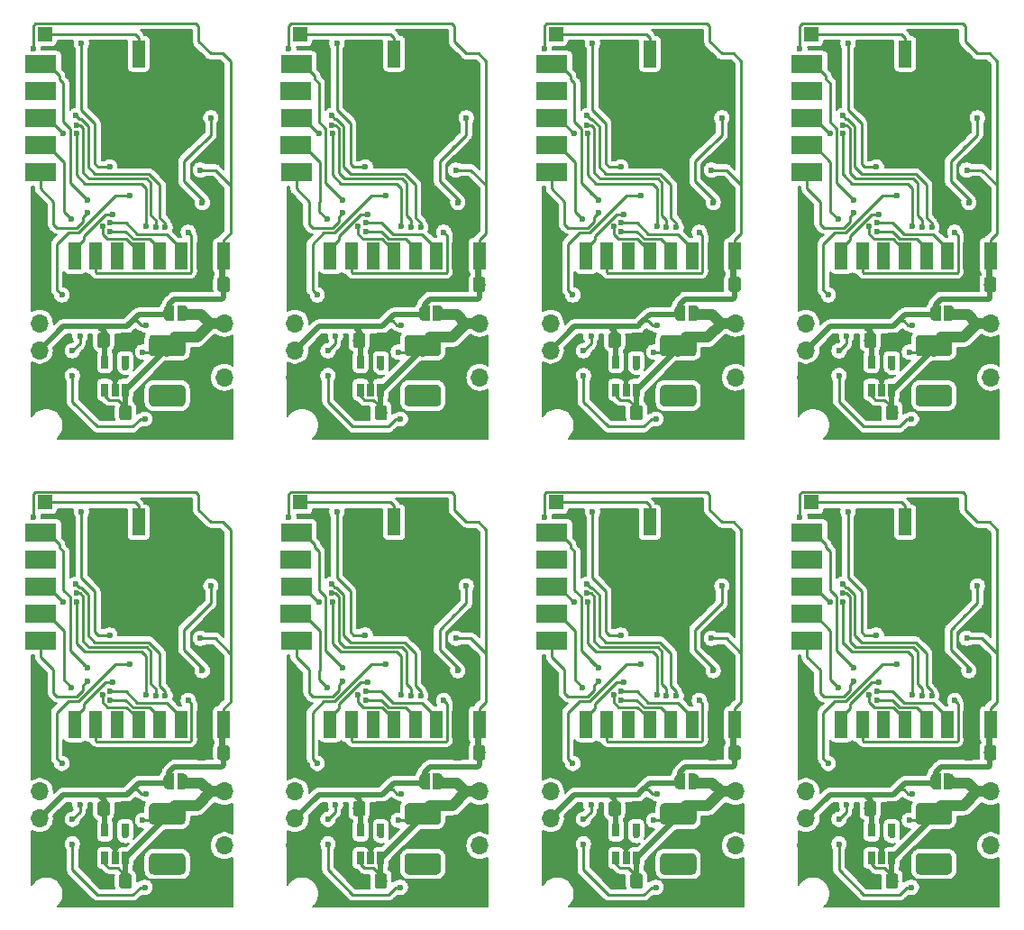
<source format=gbl>
%MOIN*%
%OFA0B0*%
%FSLAX46Y46*%
%IPPOS*%
%LPD*%
%ADD10O,0.066929133858267723X0.066929133858267723*%
%ADD11C,0.005905511811023622*%
%ADD12C,0.07874015748031496*%
%ADD13C,0.0452755905511811*%
%ADD14C,0.01968503937007874*%
%ADD15R,0.047244094488188976X0.099370078740157491*%
%ADD16R,0.025590551181102365X0.048031496062992125*%
%ADD17R,0.11811023622047245X0.066929133858267723*%
%ADD18R,0.053149606299212608X0.053149606299212608*%
%ADD19C,0.023622047244094488*%
%ADD20C,0.00984251968503937*%
%ADD21C,0.01968503937007874*%
%ADD22C,0.03937007874015748*%
%ADD23C,0.0078740157480314977*%
%ADD34O,0.066929133858267723X0.066929133858267723*%
%ADD35C,0.005905511811023622*%
%ADD36C,0.07874015748031496*%
%ADD37C,0.0452755905511811*%
%ADD38C,0.01968503937007874*%
%ADD39R,0.047244094488188976X0.099370078740157491*%
%ADD40R,0.025590551181102365X0.048031496062992125*%
%ADD41R,0.11811023622047245X0.066929133858267723*%
%ADD42R,0.053149606299212608X0.053149606299212608*%
%ADD43C,0.023622047244094488*%
%ADD44C,0.00984251968503937*%
%ADD45C,0.01968503937007874*%
%ADD46C,0.03937007874015748*%
%ADD47C,0.0078740157480314977*%
%ADD48O,0.066929133858267723X0.066929133858267723*%
%ADD49C,0.005905511811023622*%
%ADD50C,0.07874015748031496*%
%ADD51C,0.0452755905511811*%
%ADD52C,0.01968503937007874*%
%ADD53R,0.047244094488188976X0.099370078740157491*%
%ADD54R,0.025590551181102365X0.048031496062992125*%
%ADD55R,0.11811023622047245X0.066929133858267723*%
%ADD56R,0.053149606299212608X0.053149606299212608*%
%ADD57C,0.023622047244094488*%
%ADD58C,0.00984251968503937*%
%ADD59C,0.01968503937007874*%
%ADD60C,0.03937007874015748*%
%ADD61C,0.0078740157480314977*%
%ADD62O,0.066929133858267723X0.066929133858267723*%
%ADD63C,0.005905511811023622*%
%ADD64C,0.07874015748031496*%
%ADD65C,0.0452755905511811*%
%ADD66C,0.01968503937007874*%
%ADD67R,0.047244094488188976X0.099370078740157491*%
%ADD68R,0.025590551181102365X0.048031496062992125*%
%ADD69R,0.11811023622047245X0.066929133858267723*%
%ADD70R,0.053149606299212608X0.053149606299212608*%
%ADD71C,0.023622047244094488*%
%ADD72C,0.00984251968503937*%
%ADD73C,0.01968503937007874*%
%ADD74C,0.03937007874015748*%
%ADD75C,0.0078740157480314977*%
%ADD76O,0.066929133858267723X0.066929133858267723*%
%ADD77C,0.005905511811023622*%
%ADD78C,0.07874015748031496*%
%ADD79C,0.0452755905511811*%
%ADD80C,0.01968503937007874*%
%ADD81R,0.047244094488188976X0.099370078740157491*%
%ADD82R,0.025590551181102365X0.048031496062992125*%
%ADD83R,0.11811023622047245X0.066929133858267723*%
%ADD84R,0.053149606299212608X0.053149606299212608*%
%ADD85C,0.023622047244094488*%
%ADD86C,0.00984251968503937*%
%ADD87C,0.01968503937007874*%
%ADD88C,0.03937007874015748*%
%ADD89C,0.0078740157480314977*%
%ADD90O,0.066929133858267723X0.066929133858267723*%
%ADD91C,0.005905511811023622*%
%ADD92C,0.07874015748031496*%
%ADD93C,0.0452755905511811*%
%ADD94C,0.01968503937007874*%
%ADD95R,0.047244094488188976X0.099370078740157491*%
%ADD96R,0.025590551181102365X0.048031496062992125*%
%ADD97R,0.11811023622047245X0.066929133858267723*%
%ADD98R,0.053149606299212608X0.053149606299212608*%
%ADD99C,0.023622047244094488*%
%ADD100C,0.00984251968503937*%
%ADD101C,0.01968503937007874*%
%ADD102C,0.03937007874015748*%
%ADD103C,0.0078740157480314977*%
%ADD104O,0.066929133858267723X0.066929133858267723*%
%ADD105C,0.005905511811023622*%
%ADD106C,0.07874015748031496*%
%ADD107C,0.0452755905511811*%
%ADD108C,0.01968503937007874*%
%ADD109R,0.047244094488188976X0.099370078740157491*%
%ADD110R,0.025590551181102365X0.048031496062992125*%
%ADD111R,0.11811023622047245X0.066929133858267723*%
%ADD112R,0.053149606299212608X0.053149606299212608*%
%ADD113C,0.023622047244094488*%
%ADD114C,0.00984251968503937*%
%ADD115C,0.01968503937007874*%
%ADD116C,0.03937007874015748*%
%ADD117C,0.0078740157480314977*%
%ADD118O,0.066929133858267723X0.066929133858267723*%
%ADD119C,0.005905511811023622*%
%ADD120C,0.07874015748031496*%
%ADD121C,0.0452755905511811*%
%ADD122C,0.01968503937007874*%
%ADD123R,0.047244094488188976X0.099370078740157491*%
%ADD124R,0.025590551181102365X0.048031496062992125*%
%ADD125R,0.11811023622047245X0.066929133858267723*%
%ADD126R,0.053149606299212608X0.053149606299212608*%
%ADD127C,0.023622047244094488*%
%ADD128C,0.00984251968503937*%
%ADD129C,0.01968503937007874*%
%ADD130C,0.03937007874015748*%
%ADD131C,0.0078740157480314977*%
D10*
X-0006692913Y0004921259D02*
X0000051181Y0000248818D03*
X0000051181Y0000348818D03*
X0000051181Y0000448818D03*
D11*
G36*
X0000576914Y0000220399D02*
G01*
X0000578382Y0000220181D01*
X0000579821Y0000219821D01*
X0000581218Y0000219321D01*
X0000582559Y0000218687D01*
X0000583832Y0000217924D01*
X0000585023Y0000217040D01*
X0000586123Y0000216044D01*
X0000587119Y0000214945D01*
X0000588003Y0000213753D01*
X0000588766Y0000212480D01*
X0000589400Y0000211139D01*
X0000589900Y0000209742D01*
X0000590260Y0000208303D01*
X0000590478Y0000206836D01*
X0000590551Y0000205354D01*
X0000590551Y0000156850D01*
X0000590478Y0000155368D01*
X0000590260Y0000153900D01*
X0000589900Y0000152461D01*
X0000589400Y0000151064D01*
X0000588766Y0000149723D01*
X0000588003Y0000148451D01*
X0000587119Y0000147259D01*
X0000586123Y0000146160D01*
X0000585023Y0000145163D01*
X0000583832Y0000144280D01*
X0000582559Y0000143517D01*
X0000581218Y0000142883D01*
X0000579821Y0000142383D01*
X0000578382Y0000142022D01*
X0000576914Y0000141805D01*
X0000575433Y0000141732D01*
X0000471811Y0000141732D01*
X0000470329Y0000141805D01*
X0000468861Y0000142022D01*
X0000467422Y0000142383D01*
X0000466025Y0000142883D01*
X0000464684Y0000143517D01*
X0000463411Y0000144280D01*
X0000462220Y0000145163D01*
X0000461120Y0000146160D01*
X0000460124Y0000147259D01*
X0000459240Y0000148451D01*
X0000458478Y0000149723D01*
X0000457843Y0000151064D01*
X0000457343Y0000152461D01*
X0000456983Y0000153900D01*
X0000456765Y0000155368D01*
X0000456692Y0000156850D01*
X0000456692Y0000205354D01*
X0000456765Y0000206836D01*
X0000456983Y0000208303D01*
X0000457343Y0000209742D01*
X0000457843Y0000211139D01*
X0000458478Y0000212480D01*
X0000459240Y0000213753D01*
X0000460124Y0000214945D01*
X0000461120Y0000216044D01*
X0000462220Y0000217040D01*
X0000463411Y0000217924D01*
X0000464684Y0000218687D01*
X0000466025Y0000219321D01*
X0000467422Y0000219821D01*
X0000468861Y0000220181D01*
X0000470329Y0000220399D01*
X0000471811Y0000220472D01*
X0000575433Y0000220472D01*
X0000576914Y0000220399D01*
X0000576914Y0000220399D01*
G37*
D12*
X0000523622Y0000181102D03*
D11*
G36*
X0000576914Y0000405439D02*
G01*
X0000578382Y0000405221D01*
X0000579821Y0000404860D01*
X0000581218Y0000404360D01*
X0000582559Y0000403726D01*
X0000583832Y0000402963D01*
X0000585023Y0000402080D01*
X0000586123Y0000401083D01*
X0000587119Y0000399984D01*
X0000588003Y0000398792D01*
X0000588766Y0000397520D01*
X0000589400Y0000396179D01*
X0000589900Y0000394782D01*
X0000590260Y0000393343D01*
X0000590478Y0000391875D01*
X0000590551Y0000390393D01*
X0000590551Y0000341889D01*
X0000590478Y0000340407D01*
X0000590260Y0000338940D01*
X0000589900Y0000337501D01*
X0000589400Y0000336104D01*
X0000588766Y0000334763D01*
X0000588003Y0000333490D01*
X0000587119Y0000332298D01*
X0000586123Y0000331199D01*
X0000585023Y0000330203D01*
X0000583832Y0000329319D01*
X0000582559Y0000328556D01*
X0000581218Y0000327922D01*
X0000579821Y0000327422D01*
X0000578382Y0000327062D01*
X0000576914Y0000326844D01*
X0000575433Y0000326771D01*
X0000471811Y0000326771D01*
X0000470329Y0000326844D01*
X0000468861Y0000327062D01*
X0000467422Y0000327422D01*
X0000466025Y0000327922D01*
X0000464684Y0000328556D01*
X0000463411Y0000329319D01*
X0000462220Y0000330203D01*
X0000461120Y0000331199D01*
X0000460124Y0000332298D01*
X0000459240Y0000333490D01*
X0000458478Y0000334763D01*
X0000457843Y0000336104D01*
X0000457343Y0000337501D01*
X0000456983Y0000338940D01*
X0000456765Y0000340407D01*
X0000456692Y0000341889D01*
X0000456692Y0000390393D01*
X0000456765Y0000391875D01*
X0000456983Y0000393343D01*
X0000457343Y0000394782D01*
X0000457843Y0000396179D01*
X0000458478Y0000397520D01*
X0000459240Y0000398792D01*
X0000460124Y0000399984D01*
X0000461120Y0000401083D01*
X0000462220Y0000402080D01*
X0000463411Y0000402963D01*
X0000464684Y0000403726D01*
X0000466025Y0000404360D01*
X0000467422Y0000404860D01*
X0000468861Y0000405221D01*
X0000470329Y0000405439D01*
X0000471811Y0000405511D01*
X0000575433Y0000405511D01*
X0000576914Y0000405439D01*
X0000576914Y0000405439D01*
G37*
D12*
X0000523622Y0000366141D03*
D11*
G36*
X0000302145Y0000145621D02*
G01*
X0000303101Y0000145480D01*
X0000304038Y0000145245D01*
X0000304947Y0000144920D01*
X0000305820Y0000144507D01*
X0000306649Y0000144010D01*
X0000307425Y0000143435D01*
X0000308140Y0000142786D01*
X0000308789Y0000142070D01*
X0000309364Y0000141294D01*
X0000309861Y0000140466D01*
X0000310274Y0000139593D01*
X0000310599Y0000138683D01*
X0000310834Y0000137746D01*
X0000310976Y0000136791D01*
X0000311023Y0000135826D01*
X0000311023Y0000100393D01*
X0000310976Y0000099428D01*
X0000310834Y0000098473D01*
X0000310599Y0000097536D01*
X0000310274Y0000096627D01*
X0000309861Y0000095753D01*
X0000309364Y0000094925D01*
X0000308789Y0000094149D01*
X0000308140Y0000093433D01*
X0000307425Y0000092785D01*
X0000306649Y0000092209D01*
X0000305820Y0000091713D01*
X0000304947Y0000091300D01*
X0000304038Y0000090975D01*
X0000303101Y0000090740D01*
X0000302145Y0000090598D01*
X0000301181Y0000090551D01*
X0000275590Y0000090551D01*
X0000274625Y0000090598D01*
X0000273670Y0000090740D01*
X0000272733Y0000090975D01*
X0000271823Y0000091300D01*
X0000270950Y0000091713D01*
X0000270122Y0000092209D01*
X0000269346Y0000092785D01*
X0000268630Y0000093433D01*
X0000267982Y0000094149D01*
X0000267406Y0000094925D01*
X0000266910Y0000095753D01*
X0000266497Y0000096627D01*
X0000266171Y0000097536D01*
X0000265937Y0000098473D01*
X0000265795Y0000099428D01*
X0000265748Y0000100393D01*
X0000265748Y0000135826D01*
X0000265795Y0000136791D01*
X0000265937Y0000137746D01*
X0000266171Y0000138683D01*
X0000266497Y0000139593D01*
X0000266910Y0000140466D01*
X0000267406Y0000141294D01*
X0000267982Y0000142070D01*
X0000268630Y0000142786D01*
X0000269346Y0000143435D01*
X0000270122Y0000144010D01*
X0000270950Y0000144507D01*
X0000271823Y0000144920D01*
X0000272733Y0000145245D01*
X0000273670Y0000145480D01*
X0000274625Y0000145621D01*
X0000275590Y0000145669D01*
X0000301181Y0000145669D01*
X0000302145Y0000145621D01*
X0000302145Y0000145621D01*
G37*
D13*
X0000288385Y0000118110D03*
D11*
G36*
X0000382854Y0000145621D02*
G01*
X0000383809Y0000145480D01*
X0000384746Y0000145245D01*
X0000385656Y0000144920D01*
X0000386529Y0000144507D01*
X0000387357Y0000144010D01*
X0000388133Y0000143435D01*
X0000388849Y0000142786D01*
X0000389498Y0000142070D01*
X0000390073Y0000141294D01*
X0000390570Y0000140466D01*
X0000390983Y0000139593D01*
X0000391308Y0000138683D01*
X0000391543Y0000137746D01*
X0000391684Y0000136791D01*
X0000391732Y0000135826D01*
X0000391732Y0000100393D01*
X0000391684Y0000099428D01*
X0000391543Y0000098473D01*
X0000391308Y0000097536D01*
X0000390983Y0000096627D01*
X0000390570Y0000095753D01*
X0000390073Y0000094925D01*
X0000389498Y0000094149D01*
X0000388849Y0000093433D01*
X0000388133Y0000092785D01*
X0000387357Y0000092209D01*
X0000386529Y0000091713D01*
X0000385656Y0000091300D01*
X0000384746Y0000090975D01*
X0000383809Y0000090740D01*
X0000382854Y0000090598D01*
X0000381889Y0000090551D01*
X0000356299Y0000090551D01*
X0000355334Y0000090598D01*
X0000354379Y0000090740D01*
X0000353442Y0000090975D01*
X0000352532Y0000091300D01*
X0000351659Y0000091713D01*
X0000350830Y0000092209D01*
X0000350055Y0000092785D01*
X0000349339Y0000093433D01*
X0000348690Y0000094149D01*
X0000348115Y0000094925D01*
X0000347618Y0000095753D01*
X0000347205Y0000096627D01*
X0000346880Y0000097536D01*
X0000346645Y0000098473D01*
X0000346504Y0000099428D01*
X0000346456Y0000100393D01*
X0000346456Y0000135826D01*
X0000346504Y0000136791D01*
X0000346645Y0000137746D01*
X0000346880Y0000138683D01*
X0000347205Y0000139593D01*
X0000347618Y0000140466D01*
X0000348115Y0000141294D01*
X0000348690Y0000142070D01*
X0000349339Y0000142786D01*
X0000350055Y0000143435D01*
X0000350830Y0000144010D01*
X0000351659Y0000144507D01*
X0000352532Y0000144920D01*
X0000353442Y0000145245D01*
X0000354379Y0000145480D01*
X0000355334Y0000145621D01*
X0000356299Y0000145669D01*
X0000381889Y0000145669D01*
X0000382854Y0000145621D01*
X0000382854Y0000145621D01*
G37*
D13*
X0000369094Y0000118110D03*
D11*
G36*
X0000382854Y0000413338D02*
G01*
X0000383809Y0000413196D01*
X0000384746Y0000412961D01*
X0000385656Y0000412636D01*
X0000386529Y0000412223D01*
X0000387357Y0000411727D01*
X0000388133Y0000411151D01*
X0000388849Y0000410503D01*
X0000389498Y0000409787D01*
X0000390073Y0000409011D01*
X0000390570Y0000408183D01*
X0000390983Y0000407309D01*
X0000391308Y0000406400D01*
X0000391543Y0000405463D01*
X0000391684Y0000404508D01*
X0000391732Y0000403543D01*
X0000391732Y0000368110D01*
X0000391684Y0000367145D01*
X0000391543Y0000366190D01*
X0000391308Y0000365253D01*
X0000390983Y0000364343D01*
X0000390570Y0000363470D01*
X0000390073Y0000362641D01*
X0000389498Y0000361866D01*
X0000388849Y0000361150D01*
X0000388133Y0000360501D01*
X0000387357Y0000359926D01*
X0000386529Y0000359429D01*
X0000385656Y0000359016D01*
X0000384746Y0000358691D01*
X0000383809Y0000358456D01*
X0000382854Y0000358315D01*
X0000381889Y0000358267D01*
X0000356299Y0000358267D01*
X0000355334Y0000358315D01*
X0000354379Y0000358456D01*
X0000353442Y0000358691D01*
X0000352532Y0000359016D01*
X0000351659Y0000359429D01*
X0000350830Y0000359926D01*
X0000350055Y0000360501D01*
X0000349339Y0000361150D01*
X0000348690Y0000361866D01*
X0000348115Y0000362641D01*
X0000347618Y0000363470D01*
X0000347205Y0000364343D01*
X0000346880Y0000365253D01*
X0000346645Y0000366190D01*
X0000346504Y0000367145D01*
X0000346456Y0000368110D01*
X0000346456Y0000403543D01*
X0000346504Y0000404508D01*
X0000346645Y0000405463D01*
X0000346880Y0000406400D01*
X0000347205Y0000407309D01*
X0000347618Y0000408183D01*
X0000348115Y0000409011D01*
X0000348690Y0000409787D01*
X0000349339Y0000410503D01*
X0000350055Y0000411151D01*
X0000350830Y0000411727D01*
X0000351659Y0000412223D01*
X0000352532Y0000412636D01*
X0000353442Y0000412961D01*
X0000354379Y0000413196D01*
X0000355334Y0000413338D01*
X0000356299Y0000413385D01*
X0000381889Y0000413385D01*
X0000382854Y0000413338D01*
X0000382854Y0000413338D01*
G37*
D13*
X0000369094Y0000385826D03*
D11*
G36*
X0000302145Y0000413338D02*
G01*
X0000303101Y0000413196D01*
X0000304038Y0000412961D01*
X0000304947Y0000412636D01*
X0000305820Y0000412223D01*
X0000306649Y0000411727D01*
X0000307425Y0000411151D01*
X0000308140Y0000410503D01*
X0000308789Y0000409787D01*
X0000309364Y0000409011D01*
X0000309861Y0000408183D01*
X0000310274Y0000407309D01*
X0000310599Y0000406400D01*
X0000310834Y0000405463D01*
X0000310976Y0000404508D01*
X0000311023Y0000403543D01*
X0000311023Y0000368110D01*
X0000310976Y0000367145D01*
X0000310834Y0000366190D01*
X0000310599Y0000365253D01*
X0000310274Y0000364343D01*
X0000309861Y0000363470D01*
X0000309364Y0000362641D01*
X0000308789Y0000361866D01*
X0000308140Y0000361150D01*
X0000307425Y0000360501D01*
X0000306649Y0000359926D01*
X0000305820Y0000359429D01*
X0000304947Y0000359016D01*
X0000304038Y0000358691D01*
X0000303101Y0000358456D01*
X0000302145Y0000358315D01*
X0000301181Y0000358267D01*
X0000275590Y0000358267D01*
X0000274625Y0000358315D01*
X0000273670Y0000358456D01*
X0000272733Y0000358691D01*
X0000271823Y0000359016D01*
X0000270950Y0000359429D01*
X0000270122Y0000359926D01*
X0000269346Y0000360501D01*
X0000268630Y0000361150D01*
X0000267982Y0000361866D01*
X0000267406Y0000362641D01*
X0000266910Y0000363470D01*
X0000266497Y0000364343D01*
X0000266171Y0000365253D01*
X0000265937Y0000366190D01*
X0000265795Y0000367145D01*
X0000265748Y0000368110D01*
X0000265748Y0000403543D01*
X0000265795Y0000404508D01*
X0000265937Y0000405463D01*
X0000266171Y0000406400D01*
X0000266497Y0000407309D01*
X0000266910Y0000408183D01*
X0000267406Y0000409011D01*
X0000267982Y0000409787D01*
X0000268630Y0000410503D01*
X0000269346Y0000411151D01*
X0000270122Y0000411727D01*
X0000270950Y0000412223D01*
X0000271823Y0000412636D01*
X0000272733Y0000412961D01*
X0000273670Y0000413196D01*
X0000274625Y0000413338D01*
X0000275590Y0000413385D01*
X0000301181Y0000413385D01*
X0000302145Y0000413338D01*
X0000302145Y0000413338D01*
G37*
D13*
X0000288385Y0000385826D03*
D11*
G36*
X0000665334Y0000620031D02*
G01*
X0000666290Y0000619889D01*
X0000667227Y0000619654D01*
X0000668136Y0000619329D01*
X0000669009Y0000618916D01*
X0000669838Y0000618420D01*
X0000670614Y0000617844D01*
X0000671329Y0000617195D01*
X0000671978Y0000616480D01*
X0000672553Y0000615704D01*
X0000673050Y0000614875D01*
X0000673463Y0000614002D01*
X0000673788Y0000613093D01*
X0000674023Y0000612156D01*
X0000674165Y0000611200D01*
X0000674212Y0000610236D01*
X0000674212Y0000574803D01*
X0000674165Y0000573838D01*
X0000674023Y0000572882D01*
X0000673788Y0000571945D01*
X0000673463Y0000571036D01*
X0000673050Y0000570163D01*
X0000672553Y0000569334D01*
X0000671978Y0000568559D01*
X0000671329Y0000567843D01*
X0000670614Y0000567194D01*
X0000669838Y0000566619D01*
X0000669009Y0000566122D01*
X0000668136Y0000565709D01*
X0000667227Y0000565384D01*
X0000666290Y0000565149D01*
X0000665334Y0000565007D01*
X0000664370Y0000564960D01*
X0000638779Y0000564960D01*
X0000637814Y0000565007D01*
X0000636859Y0000565149D01*
X0000635922Y0000565384D01*
X0000635012Y0000565709D01*
X0000634139Y0000566122D01*
X0000633311Y0000566619D01*
X0000632535Y0000567194D01*
X0000631819Y0000567843D01*
X0000631171Y0000568559D01*
X0000630595Y0000569334D01*
X0000630099Y0000570163D01*
X0000629686Y0000571036D01*
X0000629360Y0000571945D01*
X0000629126Y0000572882D01*
X0000628984Y0000573838D01*
X0000628936Y0000574803D01*
X0000628936Y0000610236D01*
X0000628984Y0000611200D01*
X0000629126Y0000612156D01*
X0000629360Y0000613093D01*
X0000629686Y0000614002D01*
X0000630099Y0000614875D01*
X0000630595Y0000615704D01*
X0000631171Y0000616480D01*
X0000631819Y0000617195D01*
X0000632535Y0000617844D01*
X0000633311Y0000618420D01*
X0000634139Y0000618916D01*
X0000635012Y0000619329D01*
X0000635922Y0000619654D01*
X0000636859Y0000619889D01*
X0000637814Y0000620031D01*
X0000638779Y0000620078D01*
X0000664370Y0000620078D01*
X0000665334Y0000620031D01*
X0000665334Y0000620031D01*
G37*
D13*
X0000651574Y0000592519D03*
D11*
G36*
X0000746043Y0000620031D02*
G01*
X0000746998Y0000619889D01*
X0000747935Y0000619654D01*
X0000748845Y0000619329D01*
X0000749718Y0000618916D01*
X0000750546Y0000618420D01*
X0000751322Y0000617844D01*
X0000752038Y0000617195D01*
X0000752687Y0000616480D01*
X0000753262Y0000615704D01*
X0000753759Y0000614875D01*
X0000754172Y0000614002D01*
X0000754497Y0000613093D01*
X0000754732Y0000612156D01*
X0000754873Y0000611200D01*
X0000754921Y0000610236D01*
X0000754921Y0000574803D01*
X0000754873Y0000573838D01*
X0000754732Y0000572882D01*
X0000754497Y0000571945D01*
X0000754172Y0000571036D01*
X0000753759Y0000570163D01*
X0000753262Y0000569334D01*
X0000752687Y0000568559D01*
X0000752038Y0000567843D01*
X0000751322Y0000567194D01*
X0000750546Y0000566619D01*
X0000749718Y0000566122D01*
X0000748845Y0000565709D01*
X0000747935Y0000565384D01*
X0000746998Y0000565149D01*
X0000746043Y0000565007D01*
X0000745078Y0000564960D01*
X0000719488Y0000564960D01*
X0000718523Y0000565007D01*
X0000717567Y0000565149D01*
X0000716630Y0000565384D01*
X0000715721Y0000565709D01*
X0000714848Y0000566122D01*
X0000714019Y0000566619D01*
X0000713244Y0000567194D01*
X0000712528Y0000567843D01*
X0000711879Y0000568559D01*
X0000711304Y0000569334D01*
X0000710807Y0000570163D01*
X0000710394Y0000571036D01*
X0000710069Y0000571945D01*
X0000709834Y0000572882D01*
X0000709693Y0000573838D01*
X0000709645Y0000574803D01*
X0000709645Y0000610236D01*
X0000709693Y0000611200D01*
X0000709834Y0000612156D01*
X0000710069Y0000613093D01*
X0000710394Y0000614002D01*
X0000710807Y0000614875D01*
X0000711304Y0000615704D01*
X0000711879Y0000616480D01*
X0000712528Y0000617195D01*
X0000713244Y0000617844D01*
X0000714019Y0000618420D01*
X0000714848Y0000618916D01*
X0000715721Y0000619329D01*
X0000716630Y0000619654D01*
X0000717567Y0000619889D01*
X0000718523Y0000620031D01*
X0000719488Y0000620078D01*
X0000745078Y0000620078D01*
X0000746043Y0000620031D01*
X0000746043Y0000620031D01*
G37*
D13*
X0000732283Y0000592519D03*
D14*
X0000529527Y0000486220D03*
D11*
G36*
X0000529527Y0000456716D02*
G01*
X0000528561Y0000456716D01*
X0000526639Y0000456905D01*
X0000524744Y0000457282D01*
X0000522895Y0000457843D01*
X0000521111Y0000458582D01*
X0000519407Y0000459493D01*
X0000517801Y0000460566D01*
X0000516307Y0000461792D01*
X0000514941Y0000463158D01*
X0000513716Y0000464651D01*
X0000512643Y0000466257D01*
X0000511732Y0000467961D01*
X0000510993Y0000469746D01*
X0000510432Y0000471594D01*
X0000510055Y0000473489D01*
X0000509866Y0000475412D01*
X0000509866Y0000476377D01*
X0000509842Y0000476377D01*
X0000509842Y0000496062D01*
X0000509866Y0000496062D01*
X0000509866Y0000497028D01*
X0000510055Y0000498951D01*
X0000510432Y0000500846D01*
X0000510993Y0000502694D01*
X0000511732Y0000504479D01*
X0000512643Y0000506183D01*
X0000513716Y0000507789D01*
X0000514941Y0000509282D01*
X0000516307Y0000510648D01*
X0000517801Y0000511874D01*
X0000519407Y0000512947D01*
X0000521111Y0000513858D01*
X0000522895Y0000514597D01*
X0000524744Y0000515158D01*
X0000526639Y0000515534D01*
X0000528561Y0000515724D01*
X0000529527Y0000515724D01*
X0000529527Y0000515747D01*
X0000549212Y0000515747D01*
X0000549212Y0000456692D01*
X0000529527Y0000456692D01*
X0000529527Y0000456716D01*
X0000529527Y0000456716D01*
G37*
D14*
X0000580708Y0000486220D03*
D11*
G36*
X0000561023Y0000515747D02*
G01*
X0000580708Y0000515747D01*
X0000580708Y0000515724D01*
X0000581674Y0000515724D01*
X0000583597Y0000515534D01*
X0000585491Y0000515158D01*
X0000587340Y0000514597D01*
X0000589125Y0000513858D01*
X0000590828Y0000512947D01*
X0000592435Y0000511874D01*
X0000593928Y0000510648D01*
X0000595294Y0000509282D01*
X0000596519Y0000507789D01*
X0000597593Y0000506183D01*
X0000598503Y0000504479D01*
X0000599242Y0000502694D01*
X0000599803Y0000500846D01*
X0000600180Y0000498951D01*
X0000600370Y0000497028D01*
X0000600370Y0000496062D01*
X0000600393Y0000496062D01*
X0000600393Y0000476377D01*
X0000600370Y0000476377D01*
X0000600370Y0000475412D01*
X0000600180Y0000473489D01*
X0000599803Y0000471594D01*
X0000599242Y0000469746D01*
X0000598503Y0000467961D01*
X0000597593Y0000466257D01*
X0000596519Y0000464651D01*
X0000595294Y0000463158D01*
X0000593928Y0000461792D01*
X0000592435Y0000460566D01*
X0000590828Y0000459493D01*
X0000589125Y0000458582D01*
X0000587340Y0000457843D01*
X0000585491Y0000457282D01*
X0000583597Y0000456905D01*
X0000581674Y0000456716D01*
X0000580708Y0000456716D01*
X0000580708Y0000456692D01*
X0000561023Y0000456692D01*
X0000561023Y0000515747D01*
X0000561023Y0000515747D01*
G37*
D10*
X0000734586Y0000248759D03*
X0000734586Y0000348759D03*
X0000734586Y0000448759D03*
D15*
X0000732677Y0000697559D03*
X0000653937Y0000697559D03*
X0000575196Y0000697559D03*
X0000496456Y0000697559D03*
X0000417716Y0000697559D03*
X0000338976Y0000697559D03*
X0000260236Y0000697559D03*
X0000181496Y0000697559D03*
X0000417716Y0001445590D03*
X0000496456Y0001445590D03*
X0000338976Y0001445590D03*
D16*
X0000368110Y0000305511D03*
X0000293307Y0000305511D03*
X0000293307Y0000202362D03*
X0000330708Y0000202362D03*
X0000368110Y0000202362D03*
D17*
X0000055531Y0001006259D03*
X0000055531Y0001206259D03*
X0000055531Y0001406259D03*
X0000054586Y0001106259D03*
X0000054586Y0001306259D03*
D18*
X0000072086Y0001518759D03*
D19*
X0000370078Y0000285433D03*
X0000478346Y0000208661D03*
X0000645669Y0001015747D03*
X0000028086Y0001464259D03*
X0000444881Y0000441480D03*
X0000255905Y0000566929D03*
X0000342519Y0001448818D03*
X0000224409Y0000177165D03*
X0000559055Y0000822834D03*
X0000496456Y0001445590D03*
X0000035433Y0000913385D03*
X0000074803Y0000763779D03*
X0000074803Y0000708661D03*
X0000074803Y0000645669D03*
X0000074803Y0000582677D03*
X0000173228Y0001354330D03*
X0000421259Y0000196850D03*
X0000157480Y0000604330D03*
X0000035433Y0000881889D03*
X0000035433Y0000850393D03*
X0000734251Y0000084645D03*
X0000734251Y0000049212D03*
X0000700787Y0000049212D03*
X0000693889Y0000947843D03*
X0000717519Y0000887795D03*
X0000716535Y0000834645D03*
X0000653543Y0000895669D03*
X0000685039Y0001208661D03*
X0000321782Y0000851935D03*
X0000600889Y0000785532D03*
X0000228346Y0000905511D03*
X0000313556Y0000819593D03*
X0000228346Y0000858267D03*
X0000284465Y0000806727D03*
X0000169291Y0000834645D03*
X0000312426Y0000788116D03*
X0000188762Y0001150259D03*
X0000444881Y0000807086D03*
X0000139479Y0001150303D03*
X0000480314Y0000803149D03*
X0000187086Y0001182259D03*
X0000186457Y0001216419D03*
X0000515747Y0000803149D03*
X0000440944Y0000094488D03*
X0000200787Y0000399606D03*
X0000173228Y0000346456D03*
X0000173228Y0000254921D03*
X0000433070Y0000342519D03*
X0000133858Y0000553149D03*
X0000386111Y0000919866D03*
X0000206377Y0001484251D03*
X0000311023Y0001027559D03*
D20*
X0000757086Y0001418259D02*
X0000757086Y0001279259D01*
X0000757086Y0001178671D02*
X0000757086Y0001195259D01*
X0000757086Y0001195259D02*
X0000757086Y0001209259D01*
X0000757086Y0001194259D02*
X0000757086Y0001195259D01*
X0000028086Y0001464259D02*
X0000028086Y0001549259D01*
X0000729086Y0001446259D02*
X0000757086Y0001418259D01*
X0000028086Y0001549259D02*
X0000036956Y0001558129D01*
X0000036956Y0001558129D02*
X0000630216Y0001558129D01*
X0000630216Y0001558129D02*
X0000640086Y0001548259D01*
X0000640086Y0001548259D02*
X0000640086Y0001490259D01*
X0000640086Y0001490259D02*
X0000684086Y0001446259D01*
X0000684086Y0001446259D02*
X0000729086Y0001446259D01*
X0000732677Y0000697559D02*
X0000732677Y0000576432D01*
X0000529389Y0000488759D02*
X0000529389Y0000523602D01*
X0000528086Y0000487456D02*
X0000529389Y0000488759D01*
D21*
X0000378346Y0000384251D02*
X0000379921Y0000385826D01*
X0000139370Y0000437007D02*
X0000051181Y0000348818D01*
D20*
X0000757086Y0001279259D02*
X0000757086Y0001221653D01*
X0000757086Y0001221653D02*
X0000757086Y0001209259D01*
D21*
X0000483716Y0000480314D02*
X0000484251Y0000480314D01*
X0000417322Y0000480314D02*
X0000484251Y0000480314D01*
X0000726299Y0000691181D02*
X0000732677Y0000697559D01*
X0000726299Y0000595259D02*
X0000726299Y0000691181D01*
X0000374015Y0000437007D02*
X0000393700Y0000456692D01*
X0000342519Y0000437007D02*
X0000374015Y0000437007D01*
X0000393700Y0000456692D02*
X0000417322Y0000480314D01*
X0000379921Y0000442913D02*
X0000393700Y0000456692D01*
X0000373031Y0000437007D02*
X0000342519Y0000437007D01*
D20*
X0000757086Y0001209259D02*
X0000757086Y0000959842D01*
X0000757086Y0000959842D02*
X0000757086Y0000892657D01*
X0000757086Y0000959842D02*
X0000756692Y0000959842D01*
X0000756692Y0000959842D02*
X0000700787Y0001015747D01*
X0000700787Y0001015747D02*
X0000645669Y0001015747D01*
X0000757086Y0000781496D02*
X0000757086Y0000892657D01*
X0000732677Y0000757086D02*
X0000757086Y0000781496D01*
X0000732677Y0000697559D02*
X0000732677Y0000757086D01*
D21*
X0000293307Y0000382873D02*
X0000290354Y0000385826D01*
X0000293307Y0000305511D02*
X0000293307Y0000382873D01*
X0000275590Y0000432086D02*
X0000275590Y0000437007D01*
X0000290354Y0000417322D02*
X0000275590Y0000432086D01*
X0000290354Y0000385826D02*
X0000290354Y0000417322D01*
X0000342519Y0000437007D02*
X0000275590Y0000437007D01*
X0000275590Y0000437007D02*
X0000139370Y0000437007D01*
X0000732283Y0000545275D02*
X0000732283Y0000592519D01*
X0000726377Y0000539370D02*
X0000732283Y0000545275D01*
X0000550225Y0000539370D02*
X0000726377Y0000539370D01*
X0000529527Y0000518671D02*
X0000550225Y0000539370D01*
X0000484251Y0000480314D02*
X0000529527Y0000480314D01*
X0000529527Y0000480314D02*
X0000529527Y0000518671D01*
D20*
X0000395669Y0000458661D02*
X0000393700Y0000456692D01*
X0000412965Y0000456692D02*
X0000393700Y0000456692D01*
X0000428178Y0000441480D02*
X0000412965Y0000456692D01*
X0000444881Y0000441480D02*
X0000428178Y0000441480D01*
X0000659086Y0000900259D02*
X0000585767Y0000973578D01*
X0000585767Y0001042185D02*
X0000585767Y0001048366D01*
X0000585767Y0001048366D02*
X0000640748Y0001103346D01*
X0000585767Y0001012657D02*
X0000585767Y0001042185D01*
X0000585767Y0000973578D02*
X0000585767Y0001012657D01*
X0000585767Y0001012657D02*
X0000585767Y0001046397D01*
X0000671259Y0001131889D02*
X0000685039Y0001145669D01*
X0000585767Y0001046397D02*
X0000671259Y0001131889D01*
X0000685039Y0001145669D02*
X0000685039Y0001208661D01*
X0000214960Y0000757086D02*
X0000214960Y0000772022D01*
X0000181496Y0000723622D02*
X0000214960Y0000757086D01*
X0000214960Y0000772022D02*
X0000294873Y0000851935D01*
X0000305079Y0000851935D02*
X0000321782Y0000851935D01*
X0000181496Y0000697559D02*
X0000181496Y0000723622D01*
X0000294873Y0000851935D02*
X0000305079Y0000851935D01*
X0000600889Y0000785532D02*
X0000612700Y0000773721D01*
X0000612700Y0000773721D02*
X0000612700Y0000638723D01*
X0000612700Y0000638723D02*
X0000609055Y0000635078D01*
X0000609055Y0000635078D02*
X0000263189Y0000635078D01*
X0000263189Y0000635078D02*
X0000260236Y0000638031D01*
X0000260236Y0000638031D02*
X0000260236Y0000697559D01*
X0000417716Y0001445590D02*
X0000417716Y0001505118D01*
X0000417716Y0001505118D02*
X0000404074Y0001518759D01*
X0000404074Y0001518759D02*
X0000108503Y0001518759D01*
X0000108503Y0001518759D02*
X0000072086Y0001518759D01*
X0000575196Y0000723622D02*
X0000521062Y0000777756D01*
X0000521062Y0000777756D02*
X0000412645Y0000777756D01*
X0000575196Y0000697559D02*
X0000575196Y0000723622D01*
X0000370808Y0000819593D02*
X0000330259Y0000819593D01*
X0000330259Y0000819593D02*
X0000313556Y0000819593D01*
X0000412645Y0000777756D02*
X0000370808Y0000819593D01*
X0000081122Y0001406259D02*
X0000124429Y0001362952D01*
X0000124429Y0001351968D02*
X0000140012Y0001336384D01*
X0000140012Y0001192916D02*
X0000164086Y0001168842D01*
X0000203843Y0000929438D02*
X0000215654Y0000917627D01*
X0000164086Y0000969196D02*
X0000203843Y0000929438D01*
X0000140012Y0001336384D02*
X0000140012Y0001192916D01*
X0000124429Y0001362952D02*
X0000124429Y0001351968D01*
X0000055531Y0001406259D02*
X0000081122Y0001406259D01*
X0000164086Y0001168842D02*
X0000164086Y0000969196D01*
X0000164662Y0000969196D02*
X0000164086Y0000969196D01*
X0000228346Y0000905511D02*
X0000164662Y0000969196D01*
X0000284465Y0000790024D02*
X0000284465Y0000806727D01*
X0000284465Y0000779014D02*
X0000284465Y0000790024D01*
X0000303440Y0000760039D02*
X0000284465Y0000779014D01*
X0000372834Y0000760039D02*
X0000303440Y0000760039D01*
X0000417716Y0000715157D02*
X0000372834Y0000760039D01*
X0000417716Y0000697559D02*
X0000417716Y0000715157D01*
X0000055531Y0001006259D02*
X0000055531Y0000946397D01*
X0000055531Y0000946397D02*
X0000103326Y0000898602D01*
X0000189511Y0000801181D02*
X0000116141Y0000801181D01*
X0000103326Y0000813996D02*
X0000103326Y0000898602D01*
X0000116141Y0000801181D02*
X0000103326Y0000813996D01*
X0000189511Y0000801181D02*
X0000212598Y0000824268D01*
X0000212598Y0000842519D02*
X0000228346Y0000858267D01*
X0000212598Y0000824268D02*
X0000212598Y0000842519D01*
X0000496456Y0000697559D02*
X0000496456Y0000723622D01*
X0000369812Y0000788116D02*
X0000312426Y0000788116D01*
X0000496456Y0000723622D02*
X0000460039Y0000760039D01*
X0000460039Y0000760039D02*
X0000397890Y0000760039D01*
X0000397890Y0000760039D02*
X0000369812Y0000788116D01*
X0000080177Y0001106259D02*
X0000054586Y0001106259D01*
X0000142196Y0001044240D02*
X0000080177Y0001106259D01*
X0000142196Y0000896369D02*
X0000142196Y0001044240D01*
X0000142086Y0000896259D02*
X0000142196Y0000896369D01*
X0000142086Y0000861850D02*
X0000142086Y0000896259D01*
X0000169291Y0000834645D02*
X0000142086Y0000861850D01*
X0000137078Y0001150303D02*
X0000139479Y0001150303D01*
X0000081122Y0001206259D02*
X0000137078Y0001150303D01*
X0000055531Y0001206259D02*
X0000081122Y0001206259D01*
X0000188762Y0000996259D02*
X0000188762Y0001150259D01*
X0000189652Y0000996259D02*
X0000188762Y0000996259D01*
X0000220086Y0000965825D02*
X0000189652Y0000996259D01*
X0000428223Y0000965825D02*
X0000220086Y0000965825D01*
X0000444881Y0000807086D02*
X0000444881Y0000949167D01*
X0000444881Y0000949167D02*
X0000428223Y0000965825D01*
X0000234748Y0000983542D02*
X0000447803Y0000983542D01*
X0000213369Y0001004921D02*
X0000234748Y0000983542D01*
X0000213369Y0001169921D02*
X0000213369Y0001004921D01*
X0000447803Y0000983542D02*
X0000463057Y0000968288D01*
X0000201031Y0001182259D02*
X0000213369Y0001169921D01*
X0000187086Y0001182259D02*
X0000201031Y0001182259D01*
X0000463057Y0000847487D02*
X0000463057Y0000968288D01*
X0000480314Y0000830230D02*
X0000463057Y0000847487D01*
X0000480314Y0000803149D02*
X0000480314Y0000830230D01*
X0000496314Y0000960976D02*
X0000456031Y0001001259D01*
X0000231086Y0001026259D02*
X0000231086Y0001177259D01*
X0000203737Y0001204608D02*
X0000198268Y0001204608D01*
X0000198268Y0001204608D02*
X0000186457Y0001216419D01*
X0000456031Y0001001259D02*
X0000256086Y0001001259D01*
X0000231086Y0001177259D02*
X0000203737Y0001204608D01*
X0000256086Y0001001259D02*
X0000231086Y0001026259D01*
X0000496314Y0000839286D02*
X0000496314Y0000960976D01*
X0000515747Y0000819852D02*
X0000496314Y0000839286D01*
X0000515747Y0000803149D02*
X0000515747Y0000819852D01*
X0000200787Y0000393700D02*
X0000200787Y0000393700D01*
X0000200787Y0000374015D02*
X0000173228Y0000346456D01*
X0000200787Y0000399606D02*
X0000200787Y0000374015D01*
X0000173228Y0000158464D02*
X0000173228Y0000254921D01*
X0000264763Y0000066929D02*
X0000173228Y0000158464D01*
X0000396682Y0000066929D02*
X0000264763Y0000066929D01*
X0000424241Y0000094488D02*
X0000396682Y0000066929D01*
X0000440944Y0000094488D02*
X0000424241Y0000094488D01*
X0000542491Y0000358436D02*
X0000570866Y0000386811D01*
X0000570866Y0000470472D02*
X0000580708Y0000480314D01*
D21*
X0000580708Y0000407480D02*
X0000570866Y0000397637D01*
X0000570866Y0000397637D02*
X0000570866Y0000385826D01*
D22*
X0000551181Y0000397637D02*
X0000633858Y0000397637D01*
X0000684980Y0000448759D02*
X0000734586Y0000448759D01*
X0000633858Y0000397637D02*
X0000684980Y0000448759D01*
X0000649606Y0000480314D02*
X0000580708Y0000480314D01*
X0000734586Y0000448759D02*
X0000681161Y0000448759D01*
X0000681161Y0000448759D02*
X0000649606Y0000480314D01*
D21*
X0000369685Y0000202362D02*
X0000368110Y0000202362D01*
X0000368110Y0000119094D02*
X0000369094Y0000118110D01*
X0000368110Y0000202362D02*
X0000368110Y0000119094D01*
D20*
X0000509842Y0000342519D02*
X0000533464Y0000366141D01*
X0000433070Y0000342519D02*
X0000509842Y0000342519D01*
D21*
X0000533464Y0000366141D02*
X0000369685Y0000202362D01*
D20*
X0000368110Y0000168503D02*
X0000368110Y0000202362D01*
X0000365157Y0000165551D02*
X0000368110Y0000168503D01*
X0000293307Y0000179921D02*
X0000307677Y0000165551D01*
X0000293307Y0000202362D02*
X0000293307Y0000179921D01*
X0000307677Y0000165551D02*
X0000340354Y0000165551D01*
X0000369094Y0000136810D02*
X0000369094Y0000118110D01*
X0000340354Y0000165551D02*
X0000369094Y0000136810D01*
X0000333252Y0000919866D02*
X0000386111Y0000919866D01*
X0000196850Y0000783464D02*
X0000333252Y0000919866D01*
X0000157480Y0000783464D02*
X0000196850Y0000783464D01*
X0000115503Y0000741488D02*
X0000157480Y0000783464D01*
X0000115503Y0000572196D02*
X0000115503Y0000571503D01*
X0000115503Y0000571503D02*
X0000115503Y0000580070D01*
X0000133858Y0000553149D02*
X0000115503Y0000571503D01*
X0000115503Y0000572196D02*
X0000115503Y0000580070D01*
X0000115503Y0000580070D02*
X0000115503Y0000741488D01*
X0000255905Y0001039370D02*
X0000267716Y0001027559D01*
X0000255905Y0001188976D02*
X0000255905Y0001039370D01*
X0000206377Y0001486259D02*
X0000206377Y0001238503D01*
X0000206377Y0001238503D02*
X0000255905Y0001188976D01*
X0000267716Y0001027559D02*
X0000311023Y0001027559D01*
D23*
G36*
X0000409924Y0000424936D02*
G01*
X0000410695Y0000423996D01*
X0000412776Y0000422288D01*
X0000414441Y0000420921D01*
X0000417761Y0000419147D01*
X0000418716Y0000418637D01*
X0000423354Y0000417230D01*
X0000424724Y0000417095D01*
X0000424804Y0000417015D01*
X0000429962Y0000413568D01*
X0000435694Y0000411194D01*
X0000441779Y0000409984D01*
X0000442959Y0000409984D01*
X0000442794Y0000409782D01*
X0000439569Y0000403748D01*
X0000437583Y0000397202D01*
X0000436912Y0000390393D01*
X0000436912Y0000373868D01*
X0000436172Y0000374015D01*
X0000429968Y0000374015D01*
X0000423883Y0000372805D01*
X0000418151Y0000370431D01*
X0000412993Y0000366984D01*
X0000408606Y0000362597D01*
X0000405159Y0000357438D01*
X0000402785Y0000351706D01*
X0000401574Y0000345621D01*
X0000401574Y0000339417D01*
X0000402785Y0000333332D01*
X0000405159Y0000327600D01*
X0000408606Y0000322442D01*
X0000412993Y0000318055D01*
X0000418151Y0000314608D01*
X0000423883Y0000312233D01*
X0000429968Y0000311023D01*
X0000436172Y0000311023D01*
X0000436691Y0000311126D01*
X0000399341Y0000273777D01*
X0000400364Y0000276246D01*
X0000401574Y0000282330D01*
X0000401574Y0000288535D01*
X0000400685Y0000293004D01*
X0000400685Y0000329527D01*
X0000400305Y0000333386D01*
X0000399180Y0000337097D01*
X0000397352Y0000340516D01*
X0000394892Y0000343514D01*
X0000391894Y0000345974D01*
X0000388475Y0000347802D01*
X0000384764Y0000348927D01*
X0000380905Y0000349307D01*
X0000355314Y0000349307D01*
X0000351456Y0000348927D01*
X0000347745Y0000347802D01*
X0000344325Y0000345974D01*
X0000341328Y0000343514D01*
X0000338868Y0000340516D01*
X0000337040Y0000337097D01*
X0000335914Y0000333386D01*
X0000335534Y0000329527D01*
X0000335534Y0000281496D01*
X0000335914Y0000277637D01*
X0000337040Y0000273926D01*
X0000338868Y0000270506D01*
X0000341328Y0000267509D01*
X0000344325Y0000265049D01*
X0000347745Y0000263221D01*
X0000347749Y0000263220D01*
X0000350001Y0000260968D01*
X0000355159Y0000257521D01*
X0000360891Y0000255147D01*
X0000366976Y0000253937D01*
X0000373180Y0000253937D01*
X0000379265Y0000255147D01*
X0000381734Y0000256169D01*
X0000371722Y0000246158D01*
X0000355314Y0000246158D01*
X0000351456Y0000245778D01*
X0000347745Y0000244652D01*
X0000344325Y0000242824D01*
X0000341328Y0000240364D01*
X0000338868Y0000237367D01*
X0000337040Y0000233947D01*
X0000335914Y0000230236D01*
X0000335534Y0000226377D01*
X0000335534Y0000190157D01*
X0000325882Y0000190157D01*
X0000325882Y0000226377D01*
X0000325502Y0000230236D01*
X0000324376Y0000233947D01*
X0000322549Y0000237367D01*
X0000320089Y0000240364D01*
X0000317091Y0000242824D01*
X0000313671Y0000244652D01*
X0000309961Y0000245778D01*
X0000306102Y0000246158D01*
X0000280511Y0000246158D01*
X0000276652Y0000245778D01*
X0000272942Y0000244652D01*
X0000269522Y0000242824D01*
X0000266525Y0000240364D01*
X0000264065Y0000237367D01*
X0000262237Y0000233947D01*
X0000261111Y0000230236D01*
X0000260731Y0000226377D01*
X0000260731Y0000178346D01*
X0000261111Y0000174487D01*
X0000262237Y0000170776D01*
X0000264065Y0000167357D01*
X0000266525Y0000164359D01*
X0000269522Y0000161899D01*
X0000272942Y0000160071D01*
X0000276652Y0000158946D01*
X0000279792Y0000158637D01*
X0000289423Y0000149006D01*
X0000290193Y0000148067D01*
X0000291132Y0000147297D01*
X0000291132Y0000147297D01*
X0000293940Y0000144992D01*
X0000296212Y0000143778D01*
X0000298215Y0000142707D01*
X0000302853Y0000141300D01*
X0000306468Y0000140944D01*
X0000306468Y0000140944D01*
X0000307677Y0000140825D01*
X0000308885Y0000140944D01*
X0000327180Y0000140944D01*
X0000326676Y0000135826D01*
X0000326676Y0000100393D01*
X0000327245Y0000094614D01*
X0000328179Y0000091535D01*
X0000274956Y0000091535D01*
X0000197834Y0000168656D01*
X0000197834Y0000235055D01*
X0000201139Y0000240002D01*
X0000203514Y0000245734D01*
X0000204724Y0000251819D01*
X0000204724Y0000258023D01*
X0000203514Y0000264108D01*
X0000201139Y0000269840D01*
X0000197692Y0000274998D01*
X0000193305Y0000279385D01*
X0000188147Y0000282832D01*
X0000182415Y0000285206D01*
X0000176330Y0000286417D01*
X0000170126Y0000286417D01*
X0000164041Y0000285206D01*
X0000158309Y0000282832D01*
X0000153150Y0000279385D01*
X0000148763Y0000274998D01*
X0000145316Y0000269840D01*
X0000142942Y0000264108D01*
X0000141732Y0000258023D01*
X0000141732Y0000251819D01*
X0000142942Y0000245734D01*
X0000145316Y0000240002D01*
X0000148622Y0000235055D01*
X0000148622Y0000159672D01*
X0000148502Y0000158464D01*
X0000148622Y0000157256D01*
X0000148622Y0000157255D01*
X0000148978Y0000153640D01*
X0000150385Y0000149002D01*
X0000152669Y0000144727D01*
X0000155744Y0000140981D01*
X0000156684Y0000140210D01*
X0000246509Y0000050384D01*
X0000247280Y0000049445D01*
X0000248219Y0000048675D01*
X0000248219Y0000048675D01*
X0000251027Y0000046370D01*
X0000253311Y0000045149D01*
X0000255301Y0000044085D01*
X0000259940Y0000042678D01*
X0000263554Y0000042322D01*
X0000263555Y0000042322D01*
X0000264763Y0000042203D01*
X0000265972Y0000042322D01*
X0000395474Y0000042322D01*
X0000396682Y0000042203D01*
X0000397890Y0000042322D01*
X0000397891Y0000042322D01*
X0000401506Y0000042678D01*
X0000406144Y0000044085D01*
X0000410419Y0000046370D01*
X0000414165Y0000049445D01*
X0000414936Y0000050384D01*
X0000429634Y0000065082D01*
X0000431757Y0000064202D01*
X0000437842Y0000062992D01*
X0000444046Y0000062992D01*
X0000450131Y0000064202D01*
X0000455863Y0000066576D01*
X0000461022Y0000070023D01*
X0000465409Y0000074410D01*
X0000468856Y0000079569D01*
X0000471230Y0000085301D01*
X0000472440Y0000091386D01*
X0000472440Y0000097590D01*
X0000471230Y0000103675D01*
X0000468856Y0000109407D01*
X0000465409Y0000114565D01*
X0000461022Y0000118952D01*
X0000455863Y0000122399D01*
X0000450131Y0000124773D01*
X0000444046Y0000125984D01*
X0000437842Y0000125984D01*
X0000431757Y0000124773D01*
X0000426025Y0000122399D01*
X0000420867Y0000118952D01*
X0000420787Y0000118873D01*
X0000419417Y0000118738D01*
X0000414779Y0000117331D01*
X0000414779Y0000117331D01*
X0000411512Y0000115585D01*
X0000411512Y0000135826D01*
X0000410943Y0000141605D01*
X0000409257Y0000147162D01*
X0000406520Y0000152284D01*
X0000402836Y0000156773D01*
X0000398347Y0000160457D01*
X0000397637Y0000160836D01*
X0000397637Y0000167891D01*
X0000399180Y0000170776D01*
X0000400305Y0000174487D01*
X0000400685Y0000178346D01*
X0000400685Y0000191604D01*
X0000414435Y0000205354D01*
X0000436912Y0000205354D01*
X0000436912Y0000156850D01*
X0000437583Y0000150042D01*
X0000439569Y0000143495D01*
X0000442794Y0000137461D01*
X0000447134Y0000132173D01*
X0000452422Y0000127833D01*
X0000458455Y0000124608D01*
X0000465002Y0000122622D01*
X0000471811Y0000121952D01*
X0000575433Y0000121952D01*
X0000582241Y0000122622D01*
X0000588788Y0000124608D01*
X0000594821Y0000127833D01*
X0000600109Y0000132173D01*
X0000604449Y0000137461D01*
X0000607674Y0000143495D01*
X0000609660Y0000150042D01*
X0000610331Y0000156850D01*
X0000610331Y0000205354D01*
X0000609660Y0000212162D01*
X0000607674Y0000218709D01*
X0000604449Y0000224742D01*
X0000600109Y0000230031D01*
X0000594821Y0000234371D01*
X0000588788Y0000237596D01*
X0000582241Y0000239582D01*
X0000575433Y0000240252D01*
X0000471811Y0000240252D01*
X0000465002Y0000239582D01*
X0000458455Y0000237596D01*
X0000452422Y0000234371D01*
X0000447134Y0000230031D01*
X0000442794Y0000224742D01*
X0000439569Y0000218709D01*
X0000437583Y0000212162D01*
X0000436912Y0000205354D01*
X0000414435Y0000205354D01*
X0000516072Y0000306991D01*
X0000575433Y0000306991D01*
X0000582241Y0000307661D01*
X0000588788Y0000309647D01*
X0000594821Y0000312872D01*
X0000600109Y0000317212D01*
X0000604449Y0000322501D01*
X0000607674Y0000328534D01*
X0000609660Y0000335081D01*
X0000610331Y0000341889D01*
X0000610331Y0000358267D01*
X0000631924Y0000358267D01*
X0000633858Y0000358077D01*
X0000635792Y0000358267D01*
X0000637506Y0000358436D01*
X0000641576Y0000358837D01*
X0000645419Y0000360003D01*
X0000648997Y0000361088D01*
X0000655836Y0000364744D01*
X0000661831Y0000369664D01*
X0000663064Y0000371166D01*
X0000700156Y0000408258D01*
X0000704915Y0000404353D01*
X0000714148Y0000399418D01*
X0000724167Y0000396379D01*
X0000731975Y0000395610D01*
X0000737197Y0000395610D01*
X0000745005Y0000396379D01*
X0000755024Y0000399418D01*
X0000764257Y0000404353D01*
X0000764763Y0000404768D01*
X0000764763Y0000292750D01*
X0000764257Y0000293165D01*
X0000755024Y0000298101D01*
X0000745005Y0000301140D01*
X0000737197Y0000301909D01*
X0000731975Y0000301909D01*
X0000724167Y0000301140D01*
X0000714148Y0000298101D01*
X0000704915Y0000293165D01*
X0000696822Y0000286524D01*
X0000690180Y0000278431D01*
X0000685245Y0000269197D01*
X0000682206Y0000259178D01*
X0000681179Y0000248759D01*
X0000682206Y0000238340D01*
X0000685245Y0000228321D01*
X0000690180Y0000219088D01*
X0000696822Y0000210995D01*
X0000704915Y0000204353D01*
X0000714148Y0000199418D01*
X0000724167Y0000196379D01*
X0000731975Y0000195610D01*
X0000737197Y0000195610D01*
X0000745005Y0000196379D01*
X0000755024Y0000199418D01*
X0000764257Y0000204353D01*
X0000764763Y0000204768D01*
X0000764763Y0000022637D01*
X0000117548Y0000022637D01*
X0000126015Y0000031104D01*
X0000132909Y0000041421D01*
X0000137657Y0000052885D01*
X0000140078Y0000065055D01*
X0000140078Y0000077463D01*
X0000137657Y0000089633D01*
X0000132909Y0000101097D01*
X0000126015Y0000111415D01*
X0000117241Y0000120189D01*
X0000106924Y0000127082D01*
X0000095460Y0000131831D01*
X0000083290Y0000134251D01*
X0000070882Y0000134251D01*
X0000058712Y0000131831D01*
X0000047248Y0000127082D01*
X0000036931Y0000120189D01*
X0000028157Y0000111415D01*
X0000022637Y0000103154D01*
X0000022637Y0000303809D01*
X0000030743Y0000299477D01*
X0000040761Y0000296438D01*
X0000048570Y0000295669D01*
X0000053792Y0000295669D01*
X0000061600Y0000296438D01*
X0000071618Y0000299477D01*
X0000080852Y0000304412D01*
X0000088945Y0000311054D01*
X0000095587Y0000319147D01*
X0000100522Y0000328381D01*
X0000103561Y0000338399D01*
X0000104587Y0000348818D01*
X0000103561Y0000359237D01*
X0000103514Y0000359393D01*
X0000151600Y0000407480D01*
X0000170240Y0000407480D01*
X0000169291Y0000402708D01*
X0000169291Y0000396504D01*
X0000170501Y0000390419D01*
X0000172875Y0000384687D01*
X0000174391Y0000382418D01*
X0000169876Y0000377902D01*
X0000164041Y0000376742D01*
X0000158309Y0000374368D01*
X0000153150Y0000370921D01*
X0000148763Y0000366534D01*
X0000145316Y0000361375D01*
X0000142942Y0000355643D01*
X0000141732Y0000349558D01*
X0000141732Y0000343354D01*
X0000142942Y0000337269D01*
X0000145316Y0000331537D01*
X0000148763Y0000326379D01*
X0000153150Y0000321992D01*
X0000158309Y0000318545D01*
X0000164041Y0000316170D01*
X0000170126Y0000314960D01*
X0000176330Y0000314960D01*
X0000182415Y0000316170D01*
X0000188147Y0000318545D01*
X0000193305Y0000321992D01*
X0000197692Y0000326379D01*
X0000201139Y0000331537D01*
X0000203514Y0000337269D01*
X0000204674Y0000343104D01*
X0000217332Y0000355761D01*
X0000218270Y0000356532D01*
X0000219041Y0000357471D01*
X0000221345Y0000360279D01*
X0000223630Y0000364553D01*
X0000223630Y0000364553D01*
X0000225037Y0000369192D01*
X0000225393Y0000372806D01*
X0000225393Y0000372807D01*
X0000225512Y0000374015D01*
X0000225393Y0000375224D01*
X0000225393Y0000379740D01*
X0000228698Y0000384687D01*
X0000231073Y0000390419D01*
X0000232283Y0000396504D01*
X0000232283Y0000402708D01*
X0000231334Y0000407480D01*
X0000246355Y0000407480D01*
X0000245967Y0000403543D01*
X0000245967Y0000368110D01*
X0000246536Y0000362331D01*
X0000248222Y0000356774D01*
X0000250960Y0000351652D01*
X0000254644Y0000347163D01*
X0000259132Y0000343479D01*
X0000263779Y0000340996D01*
X0000263779Y0000339982D01*
X0000262237Y0000337097D01*
X0000261111Y0000333386D01*
X0000260731Y0000329527D01*
X0000260731Y0000281496D01*
X0000261111Y0000277637D01*
X0000262237Y0000273926D01*
X0000264065Y0000270506D01*
X0000266525Y0000267509D01*
X0000269522Y0000265049D01*
X0000272942Y0000263221D01*
X0000276652Y0000262095D01*
X0000280511Y0000261715D01*
X0000306102Y0000261715D01*
X0000309961Y0000262095D01*
X0000313671Y0000263221D01*
X0000317091Y0000265049D01*
X0000320089Y0000267509D01*
X0000322549Y0000270506D01*
X0000324376Y0000273926D01*
X0000325502Y0000277637D01*
X0000325882Y0000281496D01*
X0000325882Y0000329527D01*
X0000325502Y0000333386D01*
X0000324376Y0000337097D01*
X0000322834Y0000339982D01*
X0000322834Y0000348025D01*
X0000325811Y0000351652D01*
X0000328549Y0000356774D01*
X0000330234Y0000362331D01*
X0000330803Y0000368110D01*
X0000330803Y0000403543D01*
X0000330416Y0000407480D01*
X0000372565Y0000407480D01*
X0000374015Y0000407337D01*
X0000375465Y0000407480D01*
X0000375465Y0000407480D01*
X0000379804Y0000407907D01*
X0000385370Y0000409596D01*
X0000390499Y0000412337D01*
X0000394995Y0000416027D01*
X0000395920Y0000417154D01*
X0000406813Y0000428047D01*
X0000409924Y0000424936D01*
X0000409924Y0000424936D01*
G37*
X0000409924Y0000424936D02*
X0000410695Y0000423996D01*
X0000412776Y0000422288D01*
X0000414441Y0000420921D01*
X0000417761Y0000419147D01*
X0000418716Y0000418637D01*
X0000423354Y0000417230D01*
X0000424724Y0000417095D01*
X0000424804Y0000417015D01*
X0000429962Y0000413568D01*
X0000435694Y0000411194D01*
X0000441779Y0000409984D01*
X0000442959Y0000409984D01*
X0000442794Y0000409782D01*
X0000439569Y0000403748D01*
X0000437583Y0000397202D01*
X0000436912Y0000390393D01*
X0000436912Y0000373868D01*
X0000436172Y0000374015D01*
X0000429968Y0000374015D01*
X0000423883Y0000372805D01*
X0000418151Y0000370431D01*
X0000412993Y0000366984D01*
X0000408606Y0000362597D01*
X0000405159Y0000357438D01*
X0000402785Y0000351706D01*
X0000401574Y0000345621D01*
X0000401574Y0000339417D01*
X0000402785Y0000333332D01*
X0000405159Y0000327600D01*
X0000408606Y0000322442D01*
X0000412993Y0000318055D01*
X0000418151Y0000314608D01*
X0000423883Y0000312233D01*
X0000429968Y0000311023D01*
X0000436172Y0000311023D01*
X0000436691Y0000311126D01*
X0000399341Y0000273777D01*
X0000400364Y0000276246D01*
X0000401574Y0000282330D01*
X0000401574Y0000288535D01*
X0000400685Y0000293004D01*
X0000400685Y0000329527D01*
X0000400305Y0000333386D01*
X0000399180Y0000337097D01*
X0000397352Y0000340516D01*
X0000394892Y0000343514D01*
X0000391894Y0000345974D01*
X0000388475Y0000347802D01*
X0000384764Y0000348927D01*
X0000380905Y0000349307D01*
X0000355314Y0000349307D01*
X0000351456Y0000348927D01*
X0000347745Y0000347802D01*
X0000344325Y0000345974D01*
X0000341328Y0000343514D01*
X0000338868Y0000340516D01*
X0000337040Y0000337097D01*
X0000335914Y0000333386D01*
X0000335534Y0000329527D01*
X0000335534Y0000281496D01*
X0000335914Y0000277637D01*
X0000337040Y0000273926D01*
X0000338868Y0000270506D01*
X0000341328Y0000267509D01*
X0000344325Y0000265049D01*
X0000347745Y0000263221D01*
X0000347749Y0000263220D01*
X0000350001Y0000260968D01*
X0000355159Y0000257521D01*
X0000360891Y0000255147D01*
X0000366976Y0000253937D01*
X0000373180Y0000253937D01*
X0000379265Y0000255147D01*
X0000381734Y0000256169D01*
X0000371722Y0000246158D01*
X0000355314Y0000246158D01*
X0000351456Y0000245778D01*
X0000347745Y0000244652D01*
X0000344325Y0000242824D01*
X0000341328Y0000240364D01*
X0000338868Y0000237367D01*
X0000337040Y0000233947D01*
X0000335914Y0000230236D01*
X0000335534Y0000226377D01*
X0000335534Y0000190157D01*
X0000325882Y0000190157D01*
X0000325882Y0000226377D01*
X0000325502Y0000230236D01*
X0000324376Y0000233947D01*
X0000322549Y0000237367D01*
X0000320089Y0000240364D01*
X0000317091Y0000242824D01*
X0000313671Y0000244652D01*
X0000309961Y0000245778D01*
X0000306102Y0000246158D01*
X0000280511Y0000246158D01*
X0000276652Y0000245778D01*
X0000272942Y0000244652D01*
X0000269522Y0000242824D01*
X0000266525Y0000240364D01*
X0000264065Y0000237367D01*
X0000262237Y0000233947D01*
X0000261111Y0000230236D01*
X0000260731Y0000226377D01*
X0000260731Y0000178346D01*
X0000261111Y0000174487D01*
X0000262237Y0000170776D01*
X0000264065Y0000167357D01*
X0000266525Y0000164359D01*
X0000269522Y0000161899D01*
X0000272942Y0000160071D01*
X0000276652Y0000158946D01*
X0000279792Y0000158637D01*
X0000289423Y0000149006D01*
X0000290193Y0000148067D01*
X0000291132Y0000147297D01*
X0000291132Y0000147297D01*
X0000293940Y0000144992D01*
X0000296212Y0000143778D01*
X0000298215Y0000142707D01*
X0000302853Y0000141300D01*
X0000306468Y0000140944D01*
X0000306468Y0000140944D01*
X0000307677Y0000140825D01*
X0000308885Y0000140944D01*
X0000327180Y0000140944D01*
X0000326676Y0000135826D01*
X0000326676Y0000100393D01*
X0000327245Y0000094614D01*
X0000328179Y0000091535D01*
X0000274956Y0000091535D01*
X0000197834Y0000168656D01*
X0000197834Y0000235055D01*
X0000201139Y0000240002D01*
X0000203514Y0000245734D01*
X0000204724Y0000251819D01*
X0000204724Y0000258023D01*
X0000203514Y0000264108D01*
X0000201139Y0000269840D01*
X0000197692Y0000274998D01*
X0000193305Y0000279385D01*
X0000188147Y0000282832D01*
X0000182415Y0000285206D01*
X0000176330Y0000286417D01*
X0000170126Y0000286417D01*
X0000164041Y0000285206D01*
X0000158309Y0000282832D01*
X0000153150Y0000279385D01*
X0000148763Y0000274998D01*
X0000145316Y0000269840D01*
X0000142942Y0000264108D01*
X0000141732Y0000258023D01*
X0000141732Y0000251819D01*
X0000142942Y0000245734D01*
X0000145316Y0000240002D01*
X0000148622Y0000235055D01*
X0000148622Y0000159672D01*
X0000148502Y0000158464D01*
X0000148622Y0000157256D01*
X0000148622Y0000157255D01*
X0000148978Y0000153640D01*
X0000150385Y0000149002D01*
X0000152669Y0000144727D01*
X0000155744Y0000140981D01*
X0000156684Y0000140210D01*
X0000246509Y0000050384D01*
X0000247280Y0000049445D01*
X0000248219Y0000048675D01*
X0000248219Y0000048675D01*
X0000251027Y0000046370D01*
X0000253311Y0000045149D01*
X0000255301Y0000044085D01*
X0000259940Y0000042678D01*
X0000263554Y0000042322D01*
X0000263555Y0000042322D01*
X0000264763Y0000042203D01*
X0000265972Y0000042322D01*
X0000395474Y0000042322D01*
X0000396682Y0000042203D01*
X0000397890Y0000042322D01*
X0000397891Y0000042322D01*
X0000401506Y0000042678D01*
X0000406144Y0000044085D01*
X0000410419Y0000046370D01*
X0000414165Y0000049445D01*
X0000414936Y0000050384D01*
X0000429634Y0000065082D01*
X0000431757Y0000064202D01*
X0000437842Y0000062992D01*
X0000444046Y0000062992D01*
X0000450131Y0000064202D01*
X0000455863Y0000066576D01*
X0000461022Y0000070023D01*
X0000465409Y0000074410D01*
X0000468856Y0000079569D01*
X0000471230Y0000085301D01*
X0000472440Y0000091386D01*
X0000472440Y0000097590D01*
X0000471230Y0000103675D01*
X0000468856Y0000109407D01*
X0000465409Y0000114565D01*
X0000461022Y0000118952D01*
X0000455863Y0000122399D01*
X0000450131Y0000124773D01*
X0000444046Y0000125984D01*
X0000437842Y0000125984D01*
X0000431757Y0000124773D01*
X0000426025Y0000122399D01*
X0000420867Y0000118952D01*
X0000420787Y0000118873D01*
X0000419417Y0000118738D01*
X0000414779Y0000117331D01*
X0000414779Y0000117331D01*
X0000411512Y0000115585D01*
X0000411512Y0000135826D01*
X0000410943Y0000141605D01*
X0000409257Y0000147162D01*
X0000406520Y0000152284D01*
X0000402836Y0000156773D01*
X0000398347Y0000160457D01*
X0000397637Y0000160836D01*
X0000397637Y0000167891D01*
X0000399180Y0000170776D01*
X0000400305Y0000174487D01*
X0000400685Y0000178346D01*
X0000400685Y0000191604D01*
X0000414435Y0000205354D01*
X0000436912Y0000205354D01*
X0000436912Y0000156850D01*
X0000437583Y0000150042D01*
X0000439569Y0000143495D01*
X0000442794Y0000137461D01*
X0000447134Y0000132173D01*
X0000452422Y0000127833D01*
X0000458455Y0000124608D01*
X0000465002Y0000122622D01*
X0000471811Y0000121952D01*
X0000575433Y0000121952D01*
X0000582241Y0000122622D01*
X0000588788Y0000124608D01*
X0000594821Y0000127833D01*
X0000600109Y0000132173D01*
X0000604449Y0000137461D01*
X0000607674Y0000143495D01*
X0000609660Y0000150042D01*
X0000610331Y0000156850D01*
X0000610331Y0000205354D01*
X0000609660Y0000212162D01*
X0000607674Y0000218709D01*
X0000604449Y0000224742D01*
X0000600109Y0000230031D01*
X0000594821Y0000234371D01*
X0000588788Y0000237596D01*
X0000582241Y0000239582D01*
X0000575433Y0000240252D01*
X0000471811Y0000240252D01*
X0000465002Y0000239582D01*
X0000458455Y0000237596D01*
X0000452422Y0000234371D01*
X0000447134Y0000230031D01*
X0000442794Y0000224742D01*
X0000439569Y0000218709D01*
X0000437583Y0000212162D01*
X0000436912Y0000205354D01*
X0000414435Y0000205354D01*
X0000516072Y0000306991D01*
X0000575433Y0000306991D01*
X0000582241Y0000307661D01*
X0000588788Y0000309647D01*
X0000594821Y0000312872D01*
X0000600109Y0000317212D01*
X0000604449Y0000322501D01*
X0000607674Y0000328534D01*
X0000609660Y0000335081D01*
X0000610331Y0000341889D01*
X0000610331Y0000358267D01*
X0000631924Y0000358267D01*
X0000633858Y0000358077D01*
X0000635792Y0000358267D01*
X0000637506Y0000358436D01*
X0000641576Y0000358837D01*
X0000645419Y0000360003D01*
X0000648997Y0000361088D01*
X0000655836Y0000364744D01*
X0000661831Y0000369664D01*
X0000663064Y0000371166D01*
X0000700156Y0000408258D01*
X0000704915Y0000404353D01*
X0000714148Y0000399418D01*
X0000724167Y0000396379D01*
X0000731975Y0000395610D01*
X0000737197Y0000395610D01*
X0000745005Y0000396379D01*
X0000755024Y0000399418D01*
X0000764257Y0000404353D01*
X0000764763Y0000404768D01*
X0000764763Y0000292750D01*
X0000764257Y0000293165D01*
X0000755024Y0000298101D01*
X0000745005Y0000301140D01*
X0000737197Y0000301909D01*
X0000731975Y0000301909D01*
X0000724167Y0000301140D01*
X0000714148Y0000298101D01*
X0000704915Y0000293165D01*
X0000696822Y0000286524D01*
X0000690180Y0000278431D01*
X0000685245Y0000269197D01*
X0000682206Y0000259178D01*
X0000681179Y0000248759D01*
X0000682206Y0000238340D01*
X0000685245Y0000228321D01*
X0000690180Y0000219088D01*
X0000696822Y0000210995D01*
X0000704915Y0000204353D01*
X0000714148Y0000199418D01*
X0000724167Y0000196379D01*
X0000731975Y0000195610D01*
X0000737197Y0000195610D01*
X0000745005Y0000196379D01*
X0000755024Y0000199418D01*
X0000764257Y0000204353D01*
X0000764763Y0000204768D01*
X0000764763Y0000022637D01*
X0000117548Y0000022637D01*
X0000126015Y0000031104D01*
X0000132909Y0000041421D01*
X0000137657Y0000052885D01*
X0000140078Y0000065055D01*
X0000140078Y0000077463D01*
X0000137657Y0000089633D01*
X0000132909Y0000101097D01*
X0000126015Y0000111415D01*
X0000117241Y0000120189D01*
X0000106924Y0000127082D01*
X0000095460Y0000131831D01*
X0000083290Y0000134251D01*
X0000070882Y0000134251D01*
X0000058712Y0000131831D01*
X0000047248Y0000127082D01*
X0000036931Y0000120189D01*
X0000028157Y0000111415D01*
X0000022637Y0000103154D01*
X0000022637Y0000303809D01*
X0000030743Y0000299477D01*
X0000040761Y0000296438D01*
X0000048570Y0000295669D01*
X0000053792Y0000295669D01*
X0000061600Y0000296438D01*
X0000071618Y0000299477D01*
X0000080852Y0000304412D01*
X0000088945Y0000311054D01*
X0000095587Y0000319147D01*
X0000100522Y0000328381D01*
X0000103561Y0000338399D01*
X0000104587Y0000348818D01*
X0000103561Y0000359237D01*
X0000103514Y0000359393D01*
X0000151600Y0000407480D01*
X0000170240Y0000407480D01*
X0000169291Y0000402708D01*
X0000169291Y0000396504D01*
X0000170501Y0000390419D01*
X0000172875Y0000384687D01*
X0000174391Y0000382418D01*
X0000169876Y0000377902D01*
X0000164041Y0000376742D01*
X0000158309Y0000374368D01*
X0000153150Y0000370921D01*
X0000148763Y0000366534D01*
X0000145316Y0000361375D01*
X0000142942Y0000355643D01*
X0000141732Y0000349558D01*
X0000141732Y0000343354D01*
X0000142942Y0000337269D01*
X0000145316Y0000331537D01*
X0000148763Y0000326379D01*
X0000153150Y0000321992D01*
X0000158309Y0000318545D01*
X0000164041Y0000316170D01*
X0000170126Y0000314960D01*
X0000176330Y0000314960D01*
X0000182415Y0000316170D01*
X0000188147Y0000318545D01*
X0000193305Y0000321992D01*
X0000197692Y0000326379D01*
X0000201139Y0000331537D01*
X0000203514Y0000337269D01*
X0000204674Y0000343104D01*
X0000217332Y0000355761D01*
X0000218270Y0000356532D01*
X0000219041Y0000357471D01*
X0000221345Y0000360279D01*
X0000223630Y0000364553D01*
X0000223630Y0000364553D01*
X0000225037Y0000369192D01*
X0000225393Y0000372806D01*
X0000225393Y0000372807D01*
X0000225512Y0000374015D01*
X0000225393Y0000375224D01*
X0000225393Y0000379740D01*
X0000228698Y0000384687D01*
X0000231073Y0000390419D01*
X0000232283Y0000396504D01*
X0000232283Y0000402708D01*
X0000231334Y0000407480D01*
X0000246355Y0000407480D01*
X0000245967Y0000403543D01*
X0000245967Y0000368110D01*
X0000246536Y0000362331D01*
X0000248222Y0000356774D01*
X0000250960Y0000351652D01*
X0000254644Y0000347163D01*
X0000259132Y0000343479D01*
X0000263779Y0000340996D01*
X0000263779Y0000339982D01*
X0000262237Y0000337097D01*
X0000261111Y0000333386D01*
X0000260731Y0000329527D01*
X0000260731Y0000281496D01*
X0000261111Y0000277637D01*
X0000262237Y0000273926D01*
X0000264065Y0000270506D01*
X0000266525Y0000267509D01*
X0000269522Y0000265049D01*
X0000272942Y0000263221D01*
X0000276652Y0000262095D01*
X0000280511Y0000261715D01*
X0000306102Y0000261715D01*
X0000309961Y0000262095D01*
X0000313671Y0000263221D01*
X0000317091Y0000265049D01*
X0000320089Y0000267509D01*
X0000322549Y0000270506D01*
X0000324376Y0000273926D01*
X0000325502Y0000277637D01*
X0000325882Y0000281496D01*
X0000325882Y0000329527D01*
X0000325502Y0000333386D01*
X0000324376Y0000337097D01*
X0000322834Y0000339982D01*
X0000322834Y0000348025D01*
X0000325811Y0000351652D01*
X0000328549Y0000356774D01*
X0000330234Y0000362331D01*
X0000330803Y0000368110D01*
X0000330803Y0000403543D01*
X0000330416Y0000407480D01*
X0000372565Y0000407480D01*
X0000374015Y0000407337D01*
X0000375465Y0000407480D01*
X0000375465Y0000407480D01*
X0000379804Y0000407907D01*
X0000385370Y0000409596D01*
X0000390499Y0000412337D01*
X0000394995Y0000416027D01*
X0000395920Y0000417154D01*
X0000406813Y0000428047D01*
X0000409924Y0000424936D01*
G36*
X0000615480Y0001491468D02*
G01*
X0000615361Y0001490259D01*
X0000615480Y0001489050D01*
X0000615836Y0001485436D01*
X0000617243Y0001480797D01*
X0000619528Y0001476523D01*
X0000622603Y0001472776D01*
X0000623542Y0001472005D01*
X0000665832Y0001429715D01*
X0000666603Y0001428776D01*
X0000670349Y0001425701D01*
X0000674624Y0001423416D01*
X0000679262Y0001422009D01*
X0000682877Y0001421653D01*
X0000682878Y0001421653D01*
X0000684086Y0001421534D01*
X0000685295Y0001421653D01*
X0000718894Y0001421653D01*
X0000732480Y0001408067D01*
X0000732480Y0001280468D01*
X0000732480Y0001280468D01*
X0000732480Y0001222862D01*
X0000732480Y0001222862D01*
X0000732480Y0001210468D01*
X0000732480Y0001018853D01*
X0000719041Y0001032292D01*
X0000718270Y0001033231D01*
X0000714524Y0001036306D01*
X0000710249Y0001038591D01*
X0000705611Y0001039998D01*
X0000701996Y0001040354D01*
X0000701995Y0001040354D01*
X0000700787Y0001040473D01*
X0000699578Y0001040354D01*
X0000665534Y0001040354D01*
X0000660588Y0001043659D01*
X0000654856Y0001046033D01*
X0000648771Y0001047244D01*
X0000642567Y0001047244D01*
X0000636482Y0001046033D01*
X0000630750Y0001043659D01*
X0000625591Y0001040212D01*
X0000621204Y0001035825D01*
X0000617757Y0001030667D01*
X0000615383Y0001024935D01*
X0000614173Y0001018850D01*
X0000614173Y0001012645D01*
X0000615383Y0001006560D01*
X0000617757Y0001000829D01*
X0000621204Y0000995670D01*
X0000625591Y0000991283D01*
X0000630750Y0000987836D01*
X0000636482Y0000985462D01*
X0000642567Y0000984251D01*
X0000648771Y0000984251D01*
X0000654856Y0000985462D01*
X0000660588Y0000987836D01*
X0000665534Y0000991141D01*
X0000690595Y0000991141D01*
X0000732480Y0000949256D01*
X0000732480Y0000893866D01*
X0000732480Y0000791688D01*
X0000716132Y0000775340D01*
X0000715193Y0000774570D01*
X0000713849Y0000772932D01*
X0000712118Y0000770823D01*
X0000710088Y0000767024D01*
X0000709055Y0000767024D01*
X0000705196Y0000766644D01*
X0000701485Y0000765518D01*
X0000698065Y0000763690D01*
X0000695068Y0000761230D01*
X0000692608Y0000758233D01*
X0000690780Y0000754813D01*
X0000689654Y0000751103D01*
X0000689274Y0000747244D01*
X0000689274Y0000647874D01*
X0000689654Y0000644015D01*
X0000690780Y0000640304D01*
X0000692608Y0000636884D01*
X0000695068Y0000633887D01*
X0000696771Y0000632489D01*
X0000696771Y0000629025D01*
X0000694857Y0000626693D01*
X0000692120Y0000621572D01*
X0000690434Y0000616015D01*
X0000689865Y0000610236D01*
X0000689865Y0000574803D01*
X0000690434Y0000569023D01*
X0000690472Y0000568897D01*
X0000551675Y0000568897D01*
X0000550225Y0000569040D01*
X0000548775Y0000568897D01*
X0000548775Y0000568897D01*
X0000544437Y0000568470D01*
X0000538871Y0000566781D01*
X0000533741Y0000564040D01*
X0000529245Y0000560350D01*
X0000528321Y0000559223D01*
X0000509673Y0000540576D01*
X0000508547Y0000539651D01*
X0000507623Y0000538525D01*
X0000507622Y0000538525D01*
X0000507380Y0000538230D01*
X0000504857Y0000535155D01*
X0000503486Y0000532591D01*
X0000502115Y0000530026D01*
X0000500427Y0000524460D01*
X0000500226Y0000522418D01*
X0000497864Y0000519540D01*
X0000495720Y0000516331D01*
X0000493892Y0000512911D01*
X0000492620Y0000509842D01*
X0000418772Y0000509842D01*
X0000417322Y0000509985D01*
X0000415872Y0000509842D01*
X0000415872Y0000509842D01*
X0000411534Y0000509415D01*
X0000405968Y0000507726D01*
X0000400838Y0000504984D01*
X0000398612Y0000503158D01*
X0000397559Y0000502293D01*
X0000396342Y0000501295D01*
X0000395418Y0000500168D01*
X0000361785Y0000466535D01*
X0000277040Y0000466535D01*
X0000275590Y0000466678D01*
X0000274140Y0000466535D01*
X0000140819Y0000466535D01*
X0000139370Y0000466678D01*
X0000137920Y0000466535D01*
X0000137919Y0000466535D01*
X0000133581Y0000466108D01*
X0000128015Y0000464419D01*
X0000122886Y0000461677D01*
X0000122886Y0000461677D01*
X0000122886Y0000461677D01*
X0000119516Y0000458912D01*
X0000119516Y0000458912D01*
X0000118389Y0000457987D01*
X0000117465Y0000456861D01*
X0000104059Y0000443455D01*
X0000104587Y0000448818D01*
X0000103561Y0000459238D01*
X0000100522Y0000469256D01*
X0000095587Y0000478490D01*
X0000088945Y0000486583D01*
X0000080852Y0000493224D01*
X0000071618Y0000498160D01*
X0000061600Y0000501199D01*
X0000053792Y0000501968D01*
X0000048570Y0000501968D01*
X0000040761Y0000501199D01*
X0000030743Y0000498160D01*
X0000022637Y0000493827D01*
X0000022637Y0000953015D01*
X0000030925Y0000953015D01*
X0000030925Y0000947606D01*
X0000030806Y0000946397D01*
X0000030925Y0000945188D01*
X0000031281Y0000941573D01*
X0000032688Y0000936935D01*
X0000034973Y0000932660D01*
X0000038048Y0000928913D01*
X0000038987Y0000928143D01*
X0000078720Y0000888409D01*
X0000078720Y0000815204D01*
X0000078601Y0000813996D01*
X0000078720Y0000812787D01*
X0000078720Y0000812787D01*
X0000079076Y0000809172D01*
X0000080483Y0000804534D01*
X0000082768Y0000800259D01*
X0000085843Y0000796512D01*
X0000086782Y0000795741D01*
X0000097887Y0000784637D01*
X0000098657Y0000783697D01*
X0000102404Y0000780623D01*
X0000106679Y0000778338D01*
X0000111317Y0000776931D01*
X0000114932Y0000776575D01*
X0000114932Y0000776575D01*
X0000115715Y0000776498D01*
X0000098959Y0000759742D01*
X0000098020Y0000758971D01*
X0000095777Y0000756238D01*
X0000094945Y0000755224D01*
X0000092660Y0000750950D01*
X0000091253Y0000746311D01*
X0000090778Y0000741488D01*
X0000090897Y0000740279D01*
X0000090897Y0000581279D01*
X0000090897Y0000572712D01*
X0000090778Y0000571503D01*
X0000090897Y0000570295D01*
X0000090897Y0000570295D01*
X0000091253Y0000566680D01*
X0000092660Y0000562041D01*
X0000094945Y0000557767D01*
X0000096515Y0000555854D01*
X0000098020Y0000554020D01*
X0000098959Y0000553249D01*
X0000102411Y0000549797D01*
X0000103572Y0000543962D01*
X0000105946Y0000538230D01*
X0000109393Y0000533072D01*
X0000113780Y0000528685D01*
X0000118939Y0000525238D01*
X0000124671Y0000522863D01*
X0000130756Y0000521653D01*
X0000136960Y0000521653D01*
X0000143045Y0000522863D01*
X0000148777Y0000525238D01*
X0000153935Y0000528685D01*
X0000158322Y0000533072D01*
X0000161769Y0000538230D01*
X0000164143Y0000543962D01*
X0000165354Y0000550047D01*
X0000165354Y0000556251D01*
X0000164143Y0000562336D01*
X0000161769Y0000568068D01*
X0000158322Y0000573227D01*
X0000153935Y0000577614D01*
X0000148777Y0000581061D01*
X0000143045Y0000583435D01*
X0000140110Y0000584019D01*
X0000140110Y0000639348D01*
X0000141427Y0000636884D01*
X0000143887Y0000633887D01*
X0000146884Y0000631427D01*
X0000150304Y0000629599D01*
X0000154015Y0000628473D01*
X0000157873Y0000628093D01*
X0000205118Y0000628093D01*
X0000208977Y0000628473D01*
X0000212687Y0000629599D01*
X0000216107Y0000631427D01*
X0000219104Y0000633887D01*
X0000220866Y0000636033D01*
X0000222627Y0000633887D01*
X0000225624Y0000631427D01*
X0000229044Y0000629599D01*
X0000232755Y0000628473D01*
X0000236614Y0000628093D01*
X0000237647Y0000628093D01*
X0000239677Y0000624294D01*
X0000242752Y0000620548D01*
X0000243691Y0000619777D01*
X0000244934Y0000618534D01*
X0000245705Y0000617595D01*
X0000249452Y0000614520D01*
X0000253727Y0000612235D01*
X0000258365Y0000610828D01*
X0000261980Y0000610472D01*
X0000261980Y0000610472D01*
X0000263188Y0000610353D01*
X0000264397Y0000610472D01*
X0000607846Y0000610472D01*
X0000609055Y0000610353D01*
X0000610263Y0000610472D01*
X0000610263Y0000610472D01*
X0000613878Y0000610828D01*
X0000618517Y0000612235D01*
X0000622791Y0000614520D01*
X0000626538Y0000617595D01*
X0000627309Y0000618534D01*
X0000629244Y0000620469D01*
X0000630183Y0000621240D01*
X0000633258Y0000624987D01*
X0000635543Y0000629262D01*
X0000636950Y0000633900D01*
X0000637306Y0000637515D01*
X0000637306Y0000637515D01*
X0000637425Y0000638723D01*
X0000637306Y0000639932D01*
X0000637306Y0000772513D01*
X0000637425Y0000773721D01*
X0000637241Y0000775590D01*
X0000636950Y0000778545D01*
X0000635543Y0000783183D01*
X0000633258Y0000787458D01*
X0000632385Y0000788522D01*
X0000632385Y0000788634D01*
X0000631175Y0000794719D01*
X0000628800Y0000800451D01*
X0000625354Y0000805610D01*
X0000620966Y0000809997D01*
X0000615808Y0000813444D01*
X0000610076Y0000815818D01*
X0000603991Y0000817028D01*
X0000597787Y0000817028D01*
X0000591702Y0000815818D01*
X0000585970Y0000813444D01*
X0000580811Y0000809997D01*
X0000576424Y0000805610D01*
X0000572977Y0000800451D01*
X0000570603Y0000794719D01*
X0000569393Y0000788634D01*
X0000569393Y0000782430D01*
X0000570603Y0000776345D01*
X0000572977Y0000770613D01*
X0000575376Y0000767024D01*
X0000566593Y0000767024D01*
X0000544165Y0000789452D01*
X0000546033Y0000793962D01*
X0000547244Y0000800047D01*
X0000547244Y0000806251D01*
X0000546033Y0000812336D01*
X0000543659Y0000818068D01*
X0000540212Y0000823227D01*
X0000540133Y0000823306D01*
X0000539998Y0000824676D01*
X0000538591Y0000829314D01*
X0000538454Y0000829570D01*
X0000536306Y0000833589D01*
X0000534002Y0000836397D01*
X0000534001Y0000836397D01*
X0000533231Y0000837336D01*
X0000532292Y0000838106D01*
X0000520920Y0000849478D01*
X0000520920Y0000959768D01*
X0000521039Y0000960976D01*
X0000520920Y0000962185D01*
X0000520920Y0000962185D01*
X0000520564Y0000965800D01*
X0000519157Y0000970438D01*
X0000519044Y0000970649D01*
X0000516872Y0000974713D01*
X0000514988Y0000977009D01*
X0000513797Y0000978460D01*
X0000512858Y0000979230D01*
X0000474285Y0001017804D01*
X0000473514Y0001018743D01*
X0000469767Y0001021818D01*
X0000465492Y0001024103D01*
X0000460854Y0001025510D01*
X0000457239Y0001025866D01*
X0000457239Y0001025866D01*
X0000456031Y0001025985D01*
X0000454822Y0001025866D01*
X0000342519Y0001025866D01*
X0000342519Y0001030661D01*
X0000341309Y0001036746D01*
X0000338935Y0001042478D01*
X0000335488Y0001047636D01*
X0000334758Y0001048366D01*
X0000561042Y0001048366D01*
X0000561139Y0001047381D01*
X0000561042Y0001046397D01*
X0000561161Y0001045189D01*
X0000561161Y0001011448D01*
X0000561161Y0001011448D01*
X0000561161Y0000974787D01*
X0000561042Y0000973578D01*
X0000561161Y0000972370D01*
X0000561161Y0000972370D01*
X0000561517Y0000968755D01*
X0000562924Y0000964116D01*
X0000565209Y0000959842D01*
X0000568284Y0000956095D01*
X0000569223Y0000955324D01*
X0000622665Y0000901881D01*
X0000622047Y0000898771D01*
X0000622047Y0000892567D01*
X0000623257Y0000886482D01*
X0000625631Y0000880750D01*
X0000629078Y0000875591D01*
X0000633465Y0000871204D01*
X0000638624Y0000867757D01*
X0000644356Y0000865383D01*
X0000650441Y0000864173D01*
X0000656645Y0000864173D01*
X0000662730Y0000865383D01*
X0000668462Y0000867757D01*
X0000673620Y0000871204D01*
X0000678007Y0000875591D01*
X0000681454Y0000880750D01*
X0000683829Y0000886482D01*
X0000685039Y0000892567D01*
X0000685039Y0000898771D01*
X0000683829Y0000904856D01*
X0000682247Y0000908673D01*
X0000681929Y0000909721D01*
X0000679644Y0000913996D01*
X0000677340Y0000916804D01*
X0000610373Y0000983771D01*
X0000610373Y0001036205D01*
X0000689513Y0001115345D01*
X0000689514Y0001115345D01*
X0000701583Y0001127415D01*
X0000702522Y0001128185D01*
X0000705597Y0001131932D01*
X0000707882Y0001136207D01*
X0000709289Y0001140845D01*
X0000709645Y0001144460D01*
X0000709645Y0001144460D01*
X0000709764Y0001145669D01*
X0000709645Y0001146877D01*
X0000709645Y0001188795D01*
X0000712950Y0001193742D01*
X0000715325Y0001199474D01*
X0000716535Y0001205559D01*
X0000716535Y0001211763D01*
X0000715325Y0001217848D01*
X0000712950Y0001223580D01*
X0000709503Y0001228738D01*
X0000705116Y0001233125D01*
X0000699958Y0001236572D01*
X0000694226Y0001238947D01*
X0000688141Y0001240157D01*
X0000681937Y0001240157D01*
X0000675852Y0001238947D01*
X0000670120Y0001236572D01*
X0000664961Y0001233125D01*
X0000660574Y0001228738D01*
X0000657127Y0001223580D01*
X0000654753Y0001217848D01*
X0000653543Y0001211763D01*
X0000653543Y0001205559D01*
X0000654753Y0001199474D01*
X0000657127Y0001193742D01*
X0000660433Y0001188795D01*
X0000660433Y0001155861D01*
X0000654715Y0001150144D01*
X0000654715Y0001150143D01*
X0000630158Y0001125587D01*
X0000627011Y0001123904D01*
X0000624203Y0001121600D01*
X0000569223Y0001066620D01*
X0000568284Y0001065849D01*
X0000565209Y0001062102D01*
X0000562924Y0001057827D01*
X0000561517Y0001053189D01*
X0000561161Y0001049574D01*
X0000561161Y0001049574D01*
X0000561042Y0001048366D01*
X0000334758Y0001048366D01*
X0000331101Y0001052023D01*
X0000325942Y0001055470D01*
X0000320210Y0001057844D01*
X0000314125Y0001059055D01*
X0000307921Y0001059055D01*
X0000301836Y0001057844D01*
X0000296104Y0001055470D01*
X0000291158Y0001052165D01*
X0000280511Y0001052165D01*
X0000280511Y0001187767D01*
X0000280630Y0001188976D01*
X0000280431Y0001190996D01*
X0000280155Y0001193800D01*
X0000278748Y0001198438D01*
X0000277639Y0001200513D01*
X0000276463Y0001202713D01*
X0000274159Y0001205520D01*
X0000273388Y0001206459D01*
X0000272450Y0001207230D01*
X0000230984Y0001248696D01*
X0000230984Y0001464386D01*
X0000234289Y0001469332D01*
X0000236663Y0001475064D01*
X0000237874Y0001481149D01*
X0000237874Y0001487354D01*
X0000236663Y0001493439D01*
X0000236367Y0001494153D01*
X0000374314Y0001494153D01*
X0000374314Y0001395905D01*
X0000374694Y0001392046D01*
X0000375819Y0001388335D01*
X0000377647Y0001384916D01*
X0000380107Y0001381918D01*
X0000383105Y0001379458D01*
X0000386524Y0001377630D01*
X0000390235Y0001376505D01*
X0000394094Y0001376125D01*
X0000441338Y0001376125D01*
X0000445197Y0001376505D01*
X0000448908Y0001377630D01*
X0000452327Y0001379458D01*
X0000455325Y0001381918D01*
X0000457785Y0001384916D01*
X0000459613Y0001388335D01*
X0000460738Y0001392046D01*
X0000461118Y0001395905D01*
X0000461118Y0001495275D01*
X0000460738Y0001499134D01*
X0000459613Y0001502845D01*
X0000457785Y0001506264D01*
X0000455325Y0001509262D01*
X0000452327Y0001511722D01*
X0000448908Y0001513550D01*
X0000445197Y0001514675D01*
X0000441338Y0001515055D01*
X0000440305Y0001515055D01*
X0000438274Y0001518854D01*
X0000435199Y0001522601D01*
X0000434260Y0001523372D01*
X0000424109Y0001533523D01*
X0000615480Y0001533523D01*
X0000615480Y0001491468D01*
X0000615480Y0001491468D01*
G37*
X0000615480Y0001491468D02*
X0000615361Y0001490259D01*
X0000615480Y0001489050D01*
X0000615836Y0001485436D01*
X0000617243Y0001480797D01*
X0000619528Y0001476523D01*
X0000622603Y0001472776D01*
X0000623542Y0001472005D01*
X0000665832Y0001429715D01*
X0000666603Y0001428776D01*
X0000670349Y0001425701D01*
X0000674624Y0001423416D01*
X0000679262Y0001422009D01*
X0000682877Y0001421653D01*
X0000682878Y0001421653D01*
X0000684086Y0001421534D01*
X0000685295Y0001421653D01*
X0000718894Y0001421653D01*
X0000732480Y0001408067D01*
X0000732480Y0001280468D01*
X0000732480Y0001280468D01*
X0000732480Y0001222862D01*
X0000732480Y0001222862D01*
X0000732480Y0001210468D01*
X0000732480Y0001018853D01*
X0000719041Y0001032292D01*
X0000718270Y0001033231D01*
X0000714524Y0001036306D01*
X0000710249Y0001038591D01*
X0000705611Y0001039998D01*
X0000701996Y0001040354D01*
X0000701995Y0001040354D01*
X0000700787Y0001040473D01*
X0000699578Y0001040354D01*
X0000665534Y0001040354D01*
X0000660588Y0001043659D01*
X0000654856Y0001046033D01*
X0000648771Y0001047244D01*
X0000642567Y0001047244D01*
X0000636482Y0001046033D01*
X0000630750Y0001043659D01*
X0000625591Y0001040212D01*
X0000621204Y0001035825D01*
X0000617757Y0001030667D01*
X0000615383Y0001024935D01*
X0000614173Y0001018850D01*
X0000614173Y0001012645D01*
X0000615383Y0001006560D01*
X0000617757Y0001000829D01*
X0000621204Y0000995670D01*
X0000625591Y0000991283D01*
X0000630750Y0000987836D01*
X0000636482Y0000985462D01*
X0000642567Y0000984251D01*
X0000648771Y0000984251D01*
X0000654856Y0000985462D01*
X0000660588Y0000987836D01*
X0000665534Y0000991141D01*
X0000690595Y0000991141D01*
X0000732480Y0000949256D01*
X0000732480Y0000893866D01*
X0000732480Y0000791688D01*
X0000716132Y0000775340D01*
X0000715193Y0000774570D01*
X0000713849Y0000772932D01*
X0000712118Y0000770823D01*
X0000710088Y0000767024D01*
X0000709055Y0000767024D01*
X0000705196Y0000766644D01*
X0000701485Y0000765518D01*
X0000698065Y0000763690D01*
X0000695068Y0000761230D01*
X0000692608Y0000758233D01*
X0000690780Y0000754813D01*
X0000689654Y0000751103D01*
X0000689274Y0000747244D01*
X0000689274Y0000647874D01*
X0000689654Y0000644015D01*
X0000690780Y0000640304D01*
X0000692608Y0000636884D01*
X0000695068Y0000633887D01*
X0000696771Y0000632489D01*
X0000696771Y0000629025D01*
X0000694857Y0000626693D01*
X0000692120Y0000621572D01*
X0000690434Y0000616015D01*
X0000689865Y0000610236D01*
X0000689865Y0000574803D01*
X0000690434Y0000569023D01*
X0000690472Y0000568897D01*
X0000551675Y0000568897D01*
X0000550225Y0000569040D01*
X0000548775Y0000568897D01*
X0000548775Y0000568897D01*
X0000544437Y0000568470D01*
X0000538871Y0000566781D01*
X0000533741Y0000564040D01*
X0000529245Y0000560350D01*
X0000528321Y0000559223D01*
X0000509673Y0000540576D01*
X0000508547Y0000539651D01*
X0000507623Y0000538525D01*
X0000507622Y0000538525D01*
X0000507380Y0000538230D01*
X0000504857Y0000535155D01*
X0000503486Y0000532591D01*
X0000502115Y0000530026D01*
X0000500427Y0000524460D01*
X0000500226Y0000522418D01*
X0000497864Y0000519540D01*
X0000495720Y0000516331D01*
X0000493892Y0000512911D01*
X0000492620Y0000509842D01*
X0000418772Y0000509842D01*
X0000417322Y0000509985D01*
X0000415872Y0000509842D01*
X0000415872Y0000509842D01*
X0000411534Y0000509415D01*
X0000405968Y0000507726D01*
X0000400838Y0000504984D01*
X0000398612Y0000503158D01*
X0000397559Y0000502293D01*
X0000396342Y0000501295D01*
X0000395418Y0000500168D01*
X0000361785Y0000466535D01*
X0000277040Y0000466535D01*
X0000275590Y0000466678D01*
X0000274140Y0000466535D01*
X0000140819Y0000466535D01*
X0000139370Y0000466678D01*
X0000137920Y0000466535D01*
X0000137919Y0000466535D01*
X0000133581Y0000466108D01*
X0000128015Y0000464419D01*
X0000122886Y0000461677D01*
X0000122886Y0000461677D01*
X0000122886Y0000461677D01*
X0000119516Y0000458912D01*
X0000119516Y0000458912D01*
X0000118389Y0000457987D01*
X0000117465Y0000456861D01*
X0000104059Y0000443455D01*
X0000104587Y0000448818D01*
X0000103561Y0000459238D01*
X0000100522Y0000469256D01*
X0000095587Y0000478490D01*
X0000088945Y0000486583D01*
X0000080852Y0000493224D01*
X0000071618Y0000498160D01*
X0000061600Y0000501199D01*
X0000053792Y0000501968D01*
X0000048570Y0000501968D01*
X0000040761Y0000501199D01*
X0000030743Y0000498160D01*
X0000022637Y0000493827D01*
X0000022637Y0000953015D01*
X0000030925Y0000953015D01*
X0000030925Y0000947606D01*
X0000030806Y0000946397D01*
X0000030925Y0000945188D01*
X0000031281Y0000941573D01*
X0000032688Y0000936935D01*
X0000034973Y0000932660D01*
X0000038048Y0000928913D01*
X0000038987Y0000928143D01*
X0000078720Y0000888409D01*
X0000078720Y0000815204D01*
X0000078601Y0000813996D01*
X0000078720Y0000812787D01*
X0000078720Y0000812787D01*
X0000079076Y0000809172D01*
X0000080483Y0000804534D01*
X0000082768Y0000800259D01*
X0000085843Y0000796512D01*
X0000086782Y0000795741D01*
X0000097887Y0000784637D01*
X0000098657Y0000783697D01*
X0000102404Y0000780623D01*
X0000106679Y0000778338D01*
X0000111317Y0000776931D01*
X0000114932Y0000776575D01*
X0000114932Y0000776575D01*
X0000115715Y0000776498D01*
X0000098959Y0000759742D01*
X0000098020Y0000758971D01*
X0000095777Y0000756238D01*
X0000094945Y0000755224D01*
X0000092660Y0000750950D01*
X0000091253Y0000746311D01*
X0000090778Y0000741488D01*
X0000090897Y0000740279D01*
X0000090897Y0000581279D01*
X0000090897Y0000572712D01*
X0000090778Y0000571503D01*
X0000090897Y0000570295D01*
X0000090897Y0000570295D01*
X0000091253Y0000566680D01*
X0000092660Y0000562041D01*
X0000094945Y0000557767D01*
X0000096515Y0000555854D01*
X0000098020Y0000554020D01*
X0000098959Y0000553249D01*
X0000102411Y0000549797D01*
X0000103572Y0000543962D01*
X0000105946Y0000538230D01*
X0000109393Y0000533072D01*
X0000113780Y0000528685D01*
X0000118939Y0000525238D01*
X0000124671Y0000522863D01*
X0000130756Y0000521653D01*
X0000136960Y0000521653D01*
X0000143045Y0000522863D01*
X0000148777Y0000525238D01*
X0000153935Y0000528685D01*
X0000158322Y0000533072D01*
X0000161769Y0000538230D01*
X0000164143Y0000543962D01*
X0000165354Y0000550047D01*
X0000165354Y0000556251D01*
X0000164143Y0000562336D01*
X0000161769Y0000568068D01*
X0000158322Y0000573227D01*
X0000153935Y0000577614D01*
X0000148777Y0000581061D01*
X0000143045Y0000583435D01*
X0000140110Y0000584019D01*
X0000140110Y0000639348D01*
X0000141427Y0000636884D01*
X0000143887Y0000633887D01*
X0000146884Y0000631427D01*
X0000150304Y0000629599D01*
X0000154015Y0000628473D01*
X0000157873Y0000628093D01*
X0000205118Y0000628093D01*
X0000208977Y0000628473D01*
X0000212687Y0000629599D01*
X0000216107Y0000631427D01*
X0000219104Y0000633887D01*
X0000220866Y0000636033D01*
X0000222627Y0000633887D01*
X0000225624Y0000631427D01*
X0000229044Y0000629599D01*
X0000232755Y0000628473D01*
X0000236614Y0000628093D01*
X0000237647Y0000628093D01*
X0000239677Y0000624294D01*
X0000242752Y0000620548D01*
X0000243691Y0000619777D01*
X0000244934Y0000618534D01*
X0000245705Y0000617595D01*
X0000249452Y0000614520D01*
X0000253727Y0000612235D01*
X0000258365Y0000610828D01*
X0000261980Y0000610472D01*
X0000261980Y0000610472D01*
X0000263188Y0000610353D01*
X0000264397Y0000610472D01*
X0000607846Y0000610472D01*
X0000609055Y0000610353D01*
X0000610263Y0000610472D01*
X0000610263Y0000610472D01*
X0000613878Y0000610828D01*
X0000618517Y0000612235D01*
X0000622791Y0000614520D01*
X0000626538Y0000617595D01*
X0000627309Y0000618534D01*
X0000629244Y0000620469D01*
X0000630183Y0000621240D01*
X0000633258Y0000624987D01*
X0000635543Y0000629262D01*
X0000636950Y0000633900D01*
X0000637306Y0000637515D01*
X0000637306Y0000637515D01*
X0000637425Y0000638723D01*
X0000637306Y0000639932D01*
X0000637306Y0000772513D01*
X0000637425Y0000773721D01*
X0000637241Y0000775590D01*
X0000636950Y0000778545D01*
X0000635543Y0000783183D01*
X0000633258Y0000787458D01*
X0000632385Y0000788522D01*
X0000632385Y0000788634D01*
X0000631175Y0000794719D01*
X0000628800Y0000800451D01*
X0000625354Y0000805610D01*
X0000620966Y0000809997D01*
X0000615808Y0000813444D01*
X0000610076Y0000815818D01*
X0000603991Y0000817028D01*
X0000597787Y0000817028D01*
X0000591702Y0000815818D01*
X0000585970Y0000813444D01*
X0000580811Y0000809997D01*
X0000576424Y0000805610D01*
X0000572977Y0000800451D01*
X0000570603Y0000794719D01*
X0000569393Y0000788634D01*
X0000569393Y0000782430D01*
X0000570603Y0000776345D01*
X0000572977Y0000770613D01*
X0000575376Y0000767024D01*
X0000566593Y0000767024D01*
X0000544165Y0000789452D01*
X0000546033Y0000793962D01*
X0000547244Y0000800047D01*
X0000547244Y0000806251D01*
X0000546033Y0000812336D01*
X0000543659Y0000818068D01*
X0000540212Y0000823227D01*
X0000540133Y0000823306D01*
X0000539998Y0000824676D01*
X0000538591Y0000829314D01*
X0000538454Y0000829570D01*
X0000536306Y0000833589D01*
X0000534002Y0000836397D01*
X0000534001Y0000836397D01*
X0000533231Y0000837336D01*
X0000532292Y0000838106D01*
X0000520920Y0000849478D01*
X0000520920Y0000959768D01*
X0000521039Y0000960976D01*
X0000520920Y0000962185D01*
X0000520920Y0000962185D01*
X0000520564Y0000965800D01*
X0000519157Y0000970438D01*
X0000519044Y0000970649D01*
X0000516872Y0000974713D01*
X0000514988Y0000977009D01*
X0000513797Y0000978460D01*
X0000512858Y0000979230D01*
X0000474285Y0001017804D01*
X0000473514Y0001018743D01*
X0000469767Y0001021818D01*
X0000465492Y0001024103D01*
X0000460854Y0001025510D01*
X0000457239Y0001025866D01*
X0000457239Y0001025866D01*
X0000456031Y0001025985D01*
X0000454822Y0001025866D01*
X0000342519Y0001025866D01*
X0000342519Y0001030661D01*
X0000341309Y0001036746D01*
X0000338935Y0001042478D01*
X0000335488Y0001047636D01*
X0000334758Y0001048366D01*
X0000561042Y0001048366D01*
X0000561139Y0001047381D01*
X0000561042Y0001046397D01*
X0000561161Y0001045189D01*
X0000561161Y0001011448D01*
X0000561161Y0001011448D01*
X0000561161Y0000974787D01*
X0000561042Y0000973578D01*
X0000561161Y0000972370D01*
X0000561161Y0000972370D01*
X0000561517Y0000968755D01*
X0000562924Y0000964116D01*
X0000565209Y0000959842D01*
X0000568284Y0000956095D01*
X0000569223Y0000955324D01*
X0000622665Y0000901881D01*
X0000622047Y0000898771D01*
X0000622047Y0000892567D01*
X0000623257Y0000886482D01*
X0000625631Y0000880750D01*
X0000629078Y0000875591D01*
X0000633465Y0000871204D01*
X0000638624Y0000867757D01*
X0000644356Y0000865383D01*
X0000650441Y0000864173D01*
X0000656645Y0000864173D01*
X0000662730Y0000865383D01*
X0000668462Y0000867757D01*
X0000673620Y0000871204D01*
X0000678007Y0000875591D01*
X0000681454Y0000880750D01*
X0000683829Y0000886482D01*
X0000685039Y0000892567D01*
X0000685039Y0000898771D01*
X0000683829Y0000904856D01*
X0000682247Y0000908673D01*
X0000681929Y0000909721D01*
X0000679644Y0000913996D01*
X0000677340Y0000916804D01*
X0000610373Y0000983771D01*
X0000610373Y0001036205D01*
X0000689513Y0001115345D01*
X0000689514Y0001115345D01*
X0000701583Y0001127415D01*
X0000702522Y0001128185D01*
X0000705597Y0001131932D01*
X0000707882Y0001136207D01*
X0000709289Y0001140845D01*
X0000709645Y0001144460D01*
X0000709645Y0001144460D01*
X0000709764Y0001145669D01*
X0000709645Y0001146877D01*
X0000709645Y0001188795D01*
X0000712950Y0001193742D01*
X0000715325Y0001199474D01*
X0000716535Y0001205559D01*
X0000716535Y0001211763D01*
X0000715325Y0001217848D01*
X0000712950Y0001223580D01*
X0000709503Y0001228738D01*
X0000705116Y0001233125D01*
X0000699958Y0001236572D01*
X0000694226Y0001238947D01*
X0000688141Y0001240157D01*
X0000681937Y0001240157D01*
X0000675852Y0001238947D01*
X0000670120Y0001236572D01*
X0000664961Y0001233125D01*
X0000660574Y0001228738D01*
X0000657127Y0001223580D01*
X0000654753Y0001217848D01*
X0000653543Y0001211763D01*
X0000653543Y0001205559D01*
X0000654753Y0001199474D01*
X0000657127Y0001193742D01*
X0000660433Y0001188795D01*
X0000660433Y0001155861D01*
X0000654715Y0001150144D01*
X0000654715Y0001150143D01*
X0000630158Y0001125587D01*
X0000627011Y0001123904D01*
X0000624203Y0001121600D01*
X0000569223Y0001066620D01*
X0000568284Y0001065849D01*
X0000565209Y0001062102D01*
X0000562924Y0001057827D01*
X0000561517Y0001053189D01*
X0000561161Y0001049574D01*
X0000561161Y0001049574D01*
X0000561042Y0001048366D01*
X0000334758Y0001048366D01*
X0000331101Y0001052023D01*
X0000325942Y0001055470D01*
X0000320210Y0001057844D01*
X0000314125Y0001059055D01*
X0000307921Y0001059055D01*
X0000301836Y0001057844D01*
X0000296104Y0001055470D01*
X0000291158Y0001052165D01*
X0000280511Y0001052165D01*
X0000280511Y0001187767D01*
X0000280630Y0001188976D01*
X0000280431Y0001190996D01*
X0000280155Y0001193800D01*
X0000278748Y0001198438D01*
X0000277639Y0001200513D01*
X0000276463Y0001202713D01*
X0000274159Y0001205520D01*
X0000273388Y0001206459D01*
X0000272450Y0001207230D01*
X0000230984Y0001248696D01*
X0000230984Y0001464386D01*
X0000234289Y0001469332D01*
X0000236663Y0001475064D01*
X0000237874Y0001481149D01*
X0000237874Y0001487354D01*
X0000236663Y0001493439D01*
X0000236367Y0001494153D01*
X0000374314Y0001494153D01*
X0000374314Y0001395905D01*
X0000374694Y0001392046D01*
X0000375819Y0001388335D01*
X0000377647Y0001384916D01*
X0000380107Y0001381918D01*
X0000383105Y0001379458D01*
X0000386524Y0001377630D01*
X0000390235Y0001376505D01*
X0000394094Y0001376125D01*
X0000441338Y0001376125D01*
X0000445197Y0001376505D01*
X0000448908Y0001377630D01*
X0000452327Y0001379458D01*
X0000455325Y0001381918D01*
X0000457785Y0001384916D01*
X0000459613Y0001388335D01*
X0000460738Y0001392046D01*
X0000461118Y0001395905D01*
X0000461118Y0001495275D01*
X0000460738Y0001499134D01*
X0000459613Y0001502845D01*
X0000457785Y0001506264D01*
X0000455325Y0001509262D01*
X0000452327Y0001511722D01*
X0000448908Y0001513550D01*
X0000445197Y0001514675D01*
X0000441338Y0001515055D01*
X0000440305Y0001515055D01*
X0000438274Y0001518854D01*
X0000435199Y0001522601D01*
X0000434260Y0001523372D01*
X0000424109Y0001533523D01*
X0000615480Y0001533523D01*
X0000615480Y0001491468D01*
G36*
X0000176092Y0001493439D02*
G01*
X0000174881Y0001487354D01*
X0000174881Y0001481149D01*
X0000176092Y0001475064D01*
X0000178466Y0001469332D01*
X0000181771Y0001464386D01*
X0000181771Y0001247600D01*
X0000177270Y0001246705D01*
X0000171538Y0001244331D01*
X0000166380Y0001240884D01*
X0000164619Y0001239123D01*
X0000164619Y0001335176D01*
X0000164738Y0001336384D01*
X0000164619Y0001337593D01*
X0000164263Y0001341208D01*
X0000162856Y0001345846D01*
X0000160571Y0001350121D01*
X0000157496Y0001353868D01*
X0000156557Y0001354639D01*
X0000149072Y0001362123D01*
X0000149154Y0001362952D01*
X0000149035Y0001364161D01*
X0000148679Y0001367776D01*
X0000147272Y0001372414D01*
X0000144987Y0001376689D01*
X0000141912Y0001380436D01*
X0000140973Y0001381206D01*
X0000134366Y0001387813D01*
X0000134366Y0001439724D01*
X0000133986Y0001443583D01*
X0000132861Y0001447293D01*
X0000131033Y0001450713D01*
X0000128573Y0001453711D01*
X0000125575Y0001456171D01*
X0000122156Y0001457999D01*
X0000118445Y0001459124D01*
X0000114586Y0001459504D01*
X0000059253Y0001459504D01*
X0000059582Y0001461157D01*
X0000059582Y0001467361D01*
X0000058579Y0001472404D01*
X0000098661Y0001472404D01*
X0000102520Y0001472784D01*
X0000106230Y0001473910D01*
X0000109650Y0001475738D01*
X0000112648Y0001478198D01*
X0000115108Y0001481195D01*
X0000116936Y0001484615D01*
X0000118061Y0001488326D01*
X0000118441Y0001492185D01*
X0000118441Y0001494153D01*
X0000176388Y0001494153D01*
X0000176092Y0001493439D01*
X0000176092Y0001493439D01*
G37*
X0000176092Y0001493439D02*
X0000174881Y0001487354D01*
X0000174881Y0001481149D01*
X0000176092Y0001475064D01*
X0000178466Y0001469332D01*
X0000181771Y0001464386D01*
X0000181771Y0001247600D01*
X0000177270Y0001246705D01*
X0000171538Y0001244331D01*
X0000166380Y0001240884D01*
X0000164619Y0001239123D01*
X0000164619Y0001335176D01*
X0000164738Y0001336384D01*
X0000164619Y0001337593D01*
X0000164263Y0001341208D01*
X0000162856Y0001345846D01*
X0000160571Y0001350121D01*
X0000157496Y0001353868D01*
X0000156557Y0001354639D01*
X0000149072Y0001362123D01*
X0000149154Y0001362952D01*
X0000149035Y0001364161D01*
X0000148679Y0001367776D01*
X0000147272Y0001372414D01*
X0000144987Y0001376689D01*
X0000141912Y0001380436D01*
X0000140973Y0001381206D01*
X0000134366Y0001387813D01*
X0000134366Y0001439724D01*
X0000133986Y0001443583D01*
X0000132861Y0001447293D01*
X0000131033Y0001450713D01*
X0000128573Y0001453711D01*
X0000125575Y0001456171D01*
X0000122156Y0001457999D01*
X0000118445Y0001459124D01*
X0000114586Y0001459504D01*
X0000059253Y0001459504D01*
X0000059582Y0001461157D01*
X0000059582Y0001467361D01*
X0000058579Y0001472404D01*
X0000098661Y0001472404D01*
X0000102520Y0001472784D01*
X0000106230Y0001473910D01*
X0000109650Y0001475738D01*
X0000112648Y0001478198D01*
X0000115108Y0001481195D01*
X0000116936Y0001484615D01*
X0000118061Y0001488326D01*
X0000118441Y0001492185D01*
X0000118441Y0001494153D01*
X0000176388Y0001494153D01*
X0000176092Y0001493439D01*
G04 next file*
G04 #@! TF.GenerationSoftware,KiCad,Pcbnew,(5.1.2)-2*
G04 #@! TF.CreationDate,2019-11-25T20:14:03+01:00*
G04 #@! TF.ProjectId,HM-LC-SW1-BA-PCB_mini_MAX1724,484d2d4c-432d-4535-9731-2d42412d5043,rev?*
G04 #@! TF.SameCoordinates,Original*
G04 #@! TF.FileFunction,Copper,L2,Bot*
G04 #@! TF.FilePolarity,Positive*
G04 Gerber Fmt 4.6, Leading zero omitted, Abs format (unit mm)*
G04 Created by KiCad (PCBNEW (5.1.2)-2) date 2019-11-25 20:14:03*
G04 APERTURE LIST*
G04 APERTURE END LIST*
D34*
X-0006692913Y0006653543D02*
X0000051181Y0001981102D03*
X0000051181Y0002081102D03*
X0000051181Y0002181102D03*
D35*
G36*
X0000576914Y0001952683D02*
G01*
X0000578382Y0001952465D01*
X0000579821Y0001952104D01*
X0000581218Y0001951605D01*
X0000582559Y0001950970D01*
X0000583832Y0001950208D01*
X0000585023Y0001949324D01*
X0000586123Y0001948327D01*
X0000587119Y0001947228D01*
X0000588003Y0001946036D01*
X0000588766Y0001944764D01*
X0000589400Y0001943423D01*
X0000589900Y0001942026D01*
X0000590260Y0001940587D01*
X0000590478Y0001939119D01*
X0000590551Y0001937637D01*
X0000590551Y0001889133D01*
X0000590478Y0001887651D01*
X0000590260Y0001886184D01*
X0000589900Y0001884745D01*
X0000589400Y0001883348D01*
X0000588766Y0001882007D01*
X0000588003Y0001880734D01*
X0000587119Y0001879543D01*
X0000586123Y0001878443D01*
X0000585023Y0001877447D01*
X0000583832Y0001876563D01*
X0000582559Y0001875800D01*
X0000581218Y0001875166D01*
X0000579821Y0001874666D01*
X0000578382Y0001874306D01*
X0000576914Y0001874088D01*
X0000575433Y0001874015D01*
X0000471811Y0001874015D01*
X0000470329Y0001874088D01*
X0000468861Y0001874306D01*
X0000467422Y0001874666D01*
X0000466025Y0001875166D01*
X0000464684Y0001875800D01*
X0000463411Y0001876563D01*
X0000462220Y0001877447D01*
X0000461120Y0001878443D01*
X0000460124Y0001879543D01*
X0000459240Y0001880734D01*
X0000458478Y0001882007D01*
X0000457843Y0001883348D01*
X0000457343Y0001884745D01*
X0000456983Y0001886184D01*
X0000456765Y0001887651D01*
X0000456692Y0001889133D01*
X0000456692Y0001937637D01*
X0000456765Y0001939119D01*
X0000456983Y0001940587D01*
X0000457343Y0001942026D01*
X0000457843Y0001943423D01*
X0000458478Y0001944764D01*
X0000459240Y0001946036D01*
X0000460124Y0001947228D01*
X0000461120Y0001948327D01*
X0000462220Y0001949324D01*
X0000463411Y0001950208D01*
X0000464684Y0001950970D01*
X0000466025Y0001951605D01*
X0000467422Y0001952104D01*
X0000468861Y0001952465D01*
X0000470329Y0001952683D01*
X0000471811Y0001952755D01*
X0000575433Y0001952755D01*
X0000576914Y0001952683D01*
X0000576914Y0001952683D01*
G37*
D36*
X0000523622Y0001913385D03*
D35*
G36*
X0000576914Y0002137722D02*
G01*
X0000578382Y0002137504D01*
X0000579821Y0002137144D01*
X0000581218Y0002136644D01*
X0000582559Y0002136010D01*
X0000583832Y0002135247D01*
X0000585023Y0002134363D01*
X0000586123Y0002133367D01*
X0000587119Y0002132267D01*
X0000588003Y0002131076D01*
X0000588766Y0002129803D01*
X0000589400Y0002128462D01*
X0000589900Y0002127065D01*
X0000590260Y0002125626D01*
X0000590478Y0002124158D01*
X0000590551Y0002122677D01*
X0000590551Y0002074173D01*
X0000590478Y0002072691D01*
X0000590260Y0002071223D01*
X0000589900Y0002069784D01*
X0000589400Y0002068387D01*
X0000588766Y0002067046D01*
X0000588003Y0002065774D01*
X0000587119Y0002064582D01*
X0000586123Y0002063483D01*
X0000585023Y0002062486D01*
X0000583832Y0002061602D01*
X0000582559Y0002060840D01*
X0000581218Y0002060205D01*
X0000579821Y0002059706D01*
X0000578382Y0002059345D01*
X0000576914Y0002059127D01*
X0000575433Y0002059055D01*
X0000471811Y0002059055D01*
X0000470329Y0002059127D01*
X0000468861Y0002059345D01*
X0000467422Y0002059706D01*
X0000466025Y0002060205D01*
X0000464684Y0002060840D01*
X0000463411Y0002061602D01*
X0000462220Y0002062486D01*
X0000461120Y0002063483D01*
X0000460124Y0002064582D01*
X0000459240Y0002065774D01*
X0000458478Y0002067046D01*
X0000457843Y0002068387D01*
X0000457343Y0002069784D01*
X0000456983Y0002071223D01*
X0000456765Y0002072691D01*
X0000456692Y0002074173D01*
X0000456692Y0002122677D01*
X0000456765Y0002124158D01*
X0000456983Y0002125626D01*
X0000457343Y0002127065D01*
X0000457843Y0002128462D01*
X0000458478Y0002129803D01*
X0000459240Y0002131076D01*
X0000460124Y0002132267D01*
X0000461120Y0002133367D01*
X0000462220Y0002134363D01*
X0000463411Y0002135247D01*
X0000464684Y0002136010D01*
X0000466025Y0002136644D01*
X0000467422Y0002137144D01*
X0000468861Y0002137504D01*
X0000470329Y0002137722D01*
X0000471811Y0002137795D01*
X0000575433Y0002137795D01*
X0000576914Y0002137722D01*
X0000576914Y0002137722D01*
G37*
D36*
X0000523622Y0002098425D03*
D35*
G36*
X0000302145Y0001877905D02*
G01*
X0000303101Y0001877763D01*
X0000304038Y0001877528D01*
X0000304947Y0001877203D01*
X0000305820Y0001876790D01*
X0000306649Y0001876293D01*
X0000307425Y0001875718D01*
X0000308140Y0001875069D01*
X0000308789Y0001874354D01*
X0000309364Y0001873578D01*
X0000309861Y0001872750D01*
X0000310274Y0001871876D01*
X0000310599Y0001870967D01*
X0000310834Y0001870030D01*
X0000310976Y0001869074D01*
X0000311023Y0001868110D01*
X0000311023Y0001832677D01*
X0000310976Y0001831712D01*
X0000310834Y0001830756D01*
X0000310599Y0001829820D01*
X0000310274Y0001828910D01*
X0000309861Y0001828037D01*
X0000309364Y0001827208D01*
X0000308789Y0001826433D01*
X0000308140Y0001825717D01*
X0000307425Y0001825068D01*
X0000306649Y0001824493D01*
X0000305820Y0001823996D01*
X0000304947Y0001823583D01*
X0000304038Y0001823258D01*
X0000303101Y0001823023D01*
X0000302145Y0001822882D01*
X0000301181Y0001822834D01*
X0000275590Y0001822834D01*
X0000274625Y0001822882D01*
X0000273670Y0001823023D01*
X0000272733Y0001823258D01*
X0000271823Y0001823583D01*
X0000270950Y0001823996D01*
X0000270122Y0001824493D01*
X0000269346Y0001825068D01*
X0000268630Y0001825717D01*
X0000267982Y0001826433D01*
X0000267406Y0001827208D01*
X0000266910Y0001828037D01*
X0000266497Y0001828910D01*
X0000266171Y0001829820D01*
X0000265937Y0001830756D01*
X0000265795Y0001831712D01*
X0000265748Y0001832677D01*
X0000265748Y0001868110D01*
X0000265795Y0001869074D01*
X0000265937Y0001870030D01*
X0000266171Y0001870967D01*
X0000266497Y0001871876D01*
X0000266910Y0001872750D01*
X0000267406Y0001873578D01*
X0000267982Y0001874354D01*
X0000268630Y0001875069D01*
X0000269346Y0001875718D01*
X0000270122Y0001876293D01*
X0000270950Y0001876790D01*
X0000271823Y0001877203D01*
X0000272733Y0001877528D01*
X0000273670Y0001877763D01*
X0000274625Y0001877905D01*
X0000275590Y0001877952D01*
X0000301181Y0001877952D01*
X0000302145Y0001877905D01*
X0000302145Y0001877905D01*
G37*
D37*
X0000288385Y0001850393D03*
D35*
G36*
X0000382854Y0001877905D02*
G01*
X0000383809Y0001877763D01*
X0000384746Y0001877528D01*
X0000385656Y0001877203D01*
X0000386529Y0001876790D01*
X0000387357Y0001876293D01*
X0000388133Y0001875718D01*
X0000388849Y0001875069D01*
X0000389498Y0001874354D01*
X0000390073Y0001873578D01*
X0000390570Y0001872750D01*
X0000390983Y0001871876D01*
X0000391308Y0001870967D01*
X0000391543Y0001870030D01*
X0000391684Y0001869074D01*
X0000391732Y0001868110D01*
X0000391732Y0001832677D01*
X0000391684Y0001831712D01*
X0000391543Y0001830756D01*
X0000391308Y0001829820D01*
X0000390983Y0001828910D01*
X0000390570Y0001828037D01*
X0000390073Y0001827208D01*
X0000389498Y0001826433D01*
X0000388849Y0001825717D01*
X0000388133Y0001825068D01*
X0000387357Y0001824493D01*
X0000386529Y0001823996D01*
X0000385656Y0001823583D01*
X0000384746Y0001823258D01*
X0000383809Y0001823023D01*
X0000382854Y0001822882D01*
X0000381889Y0001822834D01*
X0000356299Y0001822834D01*
X0000355334Y0001822882D01*
X0000354379Y0001823023D01*
X0000353442Y0001823258D01*
X0000352532Y0001823583D01*
X0000351659Y0001823996D01*
X0000350830Y0001824493D01*
X0000350055Y0001825068D01*
X0000349339Y0001825717D01*
X0000348690Y0001826433D01*
X0000348115Y0001827208D01*
X0000347618Y0001828037D01*
X0000347205Y0001828910D01*
X0000346880Y0001829820D01*
X0000346645Y0001830756D01*
X0000346504Y0001831712D01*
X0000346456Y0001832677D01*
X0000346456Y0001868110D01*
X0000346504Y0001869074D01*
X0000346645Y0001870030D01*
X0000346880Y0001870967D01*
X0000347205Y0001871876D01*
X0000347618Y0001872750D01*
X0000348115Y0001873578D01*
X0000348690Y0001874354D01*
X0000349339Y0001875069D01*
X0000350055Y0001875718D01*
X0000350830Y0001876293D01*
X0000351659Y0001876790D01*
X0000352532Y0001877203D01*
X0000353442Y0001877528D01*
X0000354379Y0001877763D01*
X0000355334Y0001877905D01*
X0000356299Y0001877952D01*
X0000381889Y0001877952D01*
X0000382854Y0001877905D01*
X0000382854Y0001877905D01*
G37*
D37*
X0000369094Y0001850393D03*
D35*
G36*
X0000382854Y0002145621D02*
G01*
X0000383809Y0002145480D01*
X0000384746Y0002145245D01*
X0000385656Y0002144920D01*
X0000386529Y0002144507D01*
X0000387357Y0002144010D01*
X0000388133Y0002143435D01*
X0000388849Y0002142786D01*
X0000389498Y0002142070D01*
X0000390073Y0002141294D01*
X0000390570Y0002140466D01*
X0000390983Y0002139593D01*
X0000391308Y0002138683D01*
X0000391543Y0002137746D01*
X0000391684Y0002136791D01*
X0000391732Y0002135826D01*
X0000391732Y0002100393D01*
X0000391684Y0002099428D01*
X0000391543Y0002098473D01*
X0000391308Y0002097536D01*
X0000390983Y0002096627D01*
X0000390570Y0002095753D01*
X0000390073Y0002094925D01*
X0000389498Y0002094149D01*
X0000388849Y0002093433D01*
X0000388133Y0002092785D01*
X0000387357Y0002092209D01*
X0000386529Y0002091713D01*
X0000385656Y0002091300D01*
X0000384746Y0002090975D01*
X0000383809Y0002090740D01*
X0000382854Y0002090598D01*
X0000381889Y0002090551D01*
X0000356299Y0002090551D01*
X0000355334Y0002090598D01*
X0000354379Y0002090740D01*
X0000353442Y0002090975D01*
X0000352532Y0002091300D01*
X0000351659Y0002091713D01*
X0000350830Y0002092209D01*
X0000350055Y0002092785D01*
X0000349339Y0002093433D01*
X0000348690Y0002094149D01*
X0000348115Y0002094925D01*
X0000347618Y0002095753D01*
X0000347205Y0002096627D01*
X0000346880Y0002097536D01*
X0000346645Y0002098473D01*
X0000346504Y0002099428D01*
X0000346456Y0002100393D01*
X0000346456Y0002135826D01*
X0000346504Y0002136791D01*
X0000346645Y0002137746D01*
X0000346880Y0002138683D01*
X0000347205Y0002139593D01*
X0000347618Y0002140466D01*
X0000348115Y0002141294D01*
X0000348690Y0002142070D01*
X0000349339Y0002142786D01*
X0000350055Y0002143435D01*
X0000350830Y0002144010D01*
X0000351659Y0002144507D01*
X0000352532Y0002144920D01*
X0000353442Y0002145245D01*
X0000354379Y0002145480D01*
X0000355334Y0002145621D01*
X0000356299Y0002145669D01*
X0000381889Y0002145669D01*
X0000382854Y0002145621D01*
X0000382854Y0002145621D01*
G37*
D37*
X0000369094Y0002118110D03*
D35*
G36*
X0000302145Y0002145621D02*
G01*
X0000303101Y0002145480D01*
X0000304038Y0002145245D01*
X0000304947Y0002144920D01*
X0000305820Y0002144507D01*
X0000306649Y0002144010D01*
X0000307425Y0002143435D01*
X0000308140Y0002142786D01*
X0000308789Y0002142070D01*
X0000309364Y0002141294D01*
X0000309861Y0002140466D01*
X0000310274Y0002139593D01*
X0000310599Y0002138683D01*
X0000310834Y0002137746D01*
X0000310976Y0002136791D01*
X0000311023Y0002135826D01*
X0000311023Y0002100393D01*
X0000310976Y0002099428D01*
X0000310834Y0002098473D01*
X0000310599Y0002097536D01*
X0000310274Y0002096627D01*
X0000309861Y0002095753D01*
X0000309364Y0002094925D01*
X0000308789Y0002094149D01*
X0000308140Y0002093433D01*
X0000307425Y0002092785D01*
X0000306649Y0002092209D01*
X0000305820Y0002091713D01*
X0000304947Y0002091300D01*
X0000304038Y0002090975D01*
X0000303101Y0002090740D01*
X0000302145Y0002090598D01*
X0000301181Y0002090551D01*
X0000275590Y0002090551D01*
X0000274625Y0002090598D01*
X0000273670Y0002090740D01*
X0000272733Y0002090975D01*
X0000271823Y0002091300D01*
X0000270950Y0002091713D01*
X0000270122Y0002092209D01*
X0000269346Y0002092785D01*
X0000268630Y0002093433D01*
X0000267982Y0002094149D01*
X0000267406Y0002094925D01*
X0000266910Y0002095753D01*
X0000266497Y0002096627D01*
X0000266171Y0002097536D01*
X0000265937Y0002098473D01*
X0000265795Y0002099428D01*
X0000265748Y0002100393D01*
X0000265748Y0002135826D01*
X0000265795Y0002136791D01*
X0000265937Y0002137746D01*
X0000266171Y0002138683D01*
X0000266497Y0002139593D01*
X0000266910Y0002140466D01*
X0000267406Y0002141294D01*
X0000267982Y0002142070D01*
X0000268630Y0002142786D01*
X0000269346Y0002143435D01*
X0000270122Y0002144010D01*
X0000270950Y0002144507D01*
X0000271823Y0002144920D01*
X0000272733Y0002145245D01*
X0000273670Y0002145480D01*
X0000274625Y0002145621D01*
X0000275590Y0002145669D01*
X0000301181Y0002145669D01*
X0000302145Y0002145621D01*
X0000302145Y0002145621D01*
G37*
D37*
X0000288385Y0002118110D03*
D35*
G36*
X0000665334Y0002352314D02*
G01*
X0000666290Y0002352173D01*
X0000667227Y0002351938D01*
X0000668136Y0002351612D01*
X0000669009Y0002351199D01*
X0000669838Y0002350703D01*
X0000670614Y0002350128D01*
X0000671329Y0002349479D01*
X0000671978Y0002348763D01*
X0000672553Y0002347987D01*
X0000673050Y0002347159D01*
X0000673463Y0002346286D01*
X0000673788Y0002345376D01*
X0000674023Y0002344439D01*
X0000674165Y0002343484D01*
X0000674212Y0002342519D01*
X0000674212Y0002307086D01*
X0000674165Y0002306121D01*
X0000674023Y0002305166D01*
X0000673788Y0002304229D01*
X0000673463Y0002303320D01*
X0000673050Y0002302446D01*
X0000672553Y0002301618D01*
X0000671978Y0002300842D01*
X0000671329Y0002300126D01*
X0000670614Y0002299478D01*
X0000669838Y0002298902D01*
X0000669009Y0002298406D01*
X0000668136Y0002297993D01*
X0000667227Y0002297667D01*
X0000666290Y0002297433D01*
X0000665334Y0002297291D01*
X0000664370Y0002297244D01*
X0000638779Y0002297244D01*
X0000637814Y0002297291D01*
X0000636859Y0002297433D01*
X0000635922Y0002297667D01*
X0000635012Y0002297993D01*
X0000634139Y0002298406D01*
X0000633311Y0002298902D01*
X0000632535Y0002299478D01*
X0000631819Y0002300126D01*
X0000631171Y0002300842D01*
X0000630595Y0002301618D01*
X0000630099Y0002302446D01*
X0000629686Y0002303320D01*
X0000629360Y0002304229D01*
X0000629126Y0002305166D01*
X0000628984Y0002306121D01*
X0000628936Y0002307086D01*
X0000628936Y0002342519D01*
X0000628984Y0002343484D01*
X0000629126Y0002344439D01*
X0000629360Y0002345376D01*
X0000629686Y0002346286D01*
X0000630099Y0002347159D01*
X0000630595Y0002347987D01*
X0000631171Y0002348763D01*
X0000631819Y0002349479D01*
X0000632535Y0002350128D01*
X0000633311Y0002350703D01*
X0000634139Y0002351199D01*
X0000635012Y0002351612D01*
X0000635922Y0002351938D01*
X0000636859Y0002352173D01*
X0000637814Y0002352314D01*
X0000638779Y0002352362D01*
X0000664370Y0002352362D01*
X0000665334Y0002352314D01*
X0000665334Y0002352314D01*
G37*
D37*
X0000651574Y0002324803D03*
D35*
G36*
X0000746043Y0002352314D02*
G01*
X0000746998Y0002352173D01*
X0000747935Y0002351938D01*
X0000748845Y0002351612D01*
X0000749718Y0002351199D01*
X0000750546Y0002350703D01*
X0000751322Y0002350128D01*
X0000752038Y0002349479D01*
X0000752687Y0002348763D01*
X0000753262Y0002347987D01*
X0000753759Y0002347159D01*
X0000754172Y0002346286D01*
X0000754497Y0002345376D01*
X0000754732Y0002344439D01*
X0000754873Y0002343484D01*
X0000754921Y0002342519D01*
X0000754921Y0002307086D01*
X0000754873Y0002306121D01*
X0000754732Y0002305166D01*
X0000754497Y0002304229D01*
X0000754172Y0002303320D01*
X0000753759Y0002302446D01*
X0000753262Y0002301618D01*
X0000752687Y0002300842D01*
X0000752038Y0002300126D01*
X0000751322Y0002299478D01*
X0000750546Y0002298902D01*
X0000749718Y0002298406D01*
X0000748845Y0002297993D01*
X0000747935Y0002297667D01*
X0000746998Y0002297433D01*
X0000746043Y0002297291D01*
X0000745078Y0002297244D01*
X0000719488Y0002297244D01*
X0000718523Y0002297291D01*
X0000717567Y0002297433D01*
X0000716630Y0002297667D01*
X0000715721Y0002297993D01*
X0000714848Y0002298406D01*
X0000714019Y0002298902D01*
X0000713244Y0002299478D01*
X0000712528Y0002300126D01*
X0000711879Y0002300842D01*
X0000711304Y0002301618D01*
X0000710807Y0002302446D01*
X0000710394Y0002303320D01*
X0000710069Y0002304229D01*
X0000709834Y0002305166D01*
X0000709693Y0002306121D01*
X0000709645Y0002307086D01*
X0000709645Y0002342519D01*
X0000709693Y0002343484D01*
X0000709834Y0002344439D01*
X0000710069Y0002345376D01*
X0000710394Y0002346286D01*
X0000710807Y0002347159D01*
X0000711304Y0002347987D01*
X0000711879Y0002348763D01*
X0000712528Y0002349479D01*
X0000713244Y0002350128D01*
X0000714019Y0002350703D01*
X0000714848Y0002351199D01*
X0000715721Y0002351612D01*
X0000716630Y0002351938D01*
X0000717567Y0002352173D01*
X0000718523Y0002352314D01*
X0000719488Y0002352362D01*
X0000745078Y0002352362D01*
X0000746043Y0002352314D01*
X0000746043Y0002352314D01*
G37*
D37*
X0000732283Y0002324803D03*
D38*
X0000529527Y0002218503D03*
D35*
G36*
X0000529527Y0002189000D02*
G01*
X0000528561Y0002189000D01*
X0000526639Y0002189189D01*
X0000524744Y0002189566D01*
X0000522895Y0002190127D01*
X0000521111Y0002190866D01*
X0000519407Y0002191777D01*
X0000517801Y0002192850D01*
X0000516307Y0002194075D01*
X0000514941Y0002195441D01*
X0000513716Y0002196935D01*
X0000512643Y0002198541D01*
X0000511732Y0002200244D01*
X0000510993Y0002202029D01*
X0000510432Y0002203878D01*
X0000510055Y0002205773D01*
X0000509866Y0002207695D01*
X0000509866Y0002208661D01*
X0000509842Y0002208661D01*
X0000509842Y0002228346D01*
X0000509866Y0002228346D01*
X0000509866Y0002229312D01*
X0000510055Y0002231234D01*
X0000510432Y0002233129D01*
X0000510993Y0002234978D01*
X0000511732Y0002236762D01*
X0000512643Y0002238466D01*
X0000513716Y0002240072D01*
X0000514941Y0002241566D01*
X0000516307Y0002242932D01*
X0000517801Y0002244157D01*
X0000519407Y0002245230D01*
X0000521111Y0002246141D01*
X0000522895Y0002246880D01*
X0000524744Y0002247441D01*
X0000526639Y0002247818D01*
X0000528561Y0002248007D01*
X0000529527Y0002248007D01*
X0000529527Y0002248031D01*
X0000549212Y0002248031D01*
X0000549212Y0002188976D01*
X0000529527Y0002188976D01*
X0000529527Y0002189000D01*
X0000529527Y0002189000D01*
G37*
D38*
X0000580708Y0002218503D03*
D35*
G36*
X0000561023Y0002248031D02*
G01*
X0000580708Y0002248031D01*
X0000580708Y0002248007D01*
X0000581674Y0002248007D01*
X0000583597Y0002247818D01*
X0000585491Y0002247441D01*
X0000587340Y0002246880D01*
X0000589125Y0002246141D01*
X0000590828Y0002245230D01*
X0000592435Y0002244157D01*
X0000593928Y0002242932D01*
X0000595294Y0002241566D01*
X0000596519Y0002240072D01*
X0000597593Y0002238466D01*
X0000598503Y0002236762D01*
X0000599242Y0002234978D01*
X0000599803Y0002233129D01*
X0000600180Y0002231234D01*
X0000600370Y0002229312D01*
X0000600370Y0002228346D01*
X0000600393Y0002228346D01*
X0000600393Y0002208661D01*
X0000600370Y0002208661D01*
X0000600370Y0002207695D01*
X0000600180Y0002205773D01*
X0000599803Y0002203878D01*
X0000599242Y0002202029D01*
X0000598503Y0002200244D01*
X0000597593Y0002198541D01*
X0000596519Y0002196935D01*
X0000595294Y0002195441D01*
X0000593928Y0002194075D01*
X0000592435Y0002192850D01*
X0000590828Y0002191777D01*
X0000589125Y0002190866D01*
X0000587340Y0002190127D01*
X0000585491Y0002189566D01*
X0000583597Y0002189189D01*
X0000581674Y0002189000D01*
X0000580708Y0002189000D01*
X0000580708Y0002188976D01*
X0000561023Y0002188976D01*
X0000561023Y0002248031D01*
X0000561023Y0002248031D01*
G37*
D34*
X0000734586Y0001981043D03*
X0000734586Y0002081043D03*
X0000734586Y0002181043D03*
D39*
X0000732677Y0002429842D03*
X0000653937Y0002429842D03*
X0000575196Y0002429842D03*
X0000496456Y0002429842D03*
X0000417716Y0002429842D03*
X0000338976Y0002429842D03*
X0000260236Y0002429842D03*
X0000181496Y0002429842D03*
X0000417716Y0003177874D03*
X0000496456Y0003177874D03*
X0000338976Y0003177874D03*
D40*
X0000368110Y0002037795D03*
X0000293307Y0002037795D03*
X0000293307Y0001934645D03*
X0000330708Y0001934645D03*
X0000368110Y0001934645D03*
D41*
X0000055531Y0002738543D03*
X0000055531Y0002938543D03*
X0000055531Y0003138543D03*
X0000054586Y0002838543D03*
X0000054586Y0003038543D03*
D42*
X0000072086Y0003251043D03*
D43*
X0000370078Y0002017716D03*
X0000478346Y0001940944D03*
X0000645669Y0002748031D03*
X0000028086Y0003196543D03*
X0000444881Y0002173763D03*
X0000255905Y0002299212D03*
X0000342519Y0003181102D03*
X0000224409Y0001909448D03*
X0000559055Y0002555118D03*
X0000496456Y0003177874D03*
X0000035433Y0002645669D03*
X0000074803Y0002496062D03*
X0000074803Y0002440944D03*
X0000074803Y0002377952D03*
X0000074803Y0002314960D03*
X0000173228Y0003086614D03*
X0000421259Y0001929133D03*
X0000157480Y0002336614D03*
X0000035433Y0002614173D03*
X0000035433Y0002582677D03*
X0000734251Y0001816929D03*
X0000734251Y0001781496D03*
X0000700787Y0001781496D03*
X0000693889Y0002680126D03*
X0000717519Y0002620078D03*
X0000716535Y0002566929D03*
X0000653543Y0002627952D03*
X0000685039Y0002940944D03*
X0000321782Y0002584219D03*
X0000600889Y0002517816D03*
X0000228346Y0002637795D03*
X0000313556Y0002551876D03*
X0000228346Y0002590551D03*
X0000284465Y0002539011D03*
X0000169291Y0002566929D03*
X0000312426Y0002520400D03*
X0000188762Y0002882543D03*
X0000444881Y0002539370D03*
X0000139479Y0002882586D03*
X0000480314Y0002535433D03*
X0000187086Y0002914543D03*
X0000186457Y0002948703D03*
X0000515747Y0002535433D03*
X0000440944Y0001826771D03*
X0000200787Y0002131889D03*
X0000173228Y0002078740D03*
X0000173228Y0001987204D03*
X0000433070Y0002074803D03*
X0000133858Y0002285433D03*
X0000386111Y0002652150D03*
X0000206377Y0003216535D03*
X0000311023Y0002759842D03*
D44*
X0000757086Y0003150543D02*
X0000757086Y0003011543D01*
X0000757086Y0002910955D02*
X0000757086Y0002927543D01*
X0000757086Y0002927543D02*
X0000757086Y0002941543D01*
X0000757086Y0002926543D02*
X0000757086Y0002927543D01*
X0000028086Y0003196543D02*
X0000028086Y0003281543D01*
X0000729086Y0003178543D02*
X0000757086Y0003150543D01*
X0000028086Y0003281543D02*
X0000036956Y0003290413D01*
X0000036956Y0003290413D02*
X0000630216Y0003290413D01*
X0000630216Y0003290413D02*
X0000640086Y0003280543D01*
X0000640086Y0003280543D02*
X0000640086Y0003222543D01*
X0000640086Y0003222543D02*
X0000684086Y0003178543D01*
X0000684086Y0003178543D02*
X0000729086Y0003178543D01*
X0000732677Y0002429842D02*
X0000732677Y0002308716D01*
X0000529389Y0002221043D02*
X0000529389Y0002255885D01*
X0000528086Y0002219740D02*
X0000529389Y0002221043D01*
D45*
X0000378346Y0002116535D02*
X0000379921Y0002118110D01*
X0000139370Y0002169291D02*
X0000051181Y0002081102D01*
D44*
X0000757086Y0003011543D02*
X0000757086Y0002953937D01*
X0000757086Y0002953937D02*
X0000757086Y0002941543D01*
D45*
X0000483716Y0002212598D02*
X0000484251Y0002212598D01*
X0000417322Y0002212598D02*
X0000484251Y0002212598D01*
X0000726299Y0002423464D02*
X0000732677Y0002429842D01*
X0000726299Y0002327543D02*
X0000726299Y0002423464D01*
X0000374015Y0002169291D02*
X0000393700Y0002188976D01*
X0000342519Y0002169291D02*
X0000374015Y0002169291D01*
X0000393700Y0002188976D02*
X0000417322Y0002212598D01*
X0000379921Y0002175196D02*
X0000393700Y0002188976D01*
X0000373031Y0002169291D02*
X0000342519Y0002169291D01*
D44*
X0000757086Y0002941543D02*
X0000757086Y0002692125D01*
X0000757086Y0002692125D02*
X0000757086Y0002624940D01*
X0000757086Y0002692125D02*
X0000756692Y0002692125D01*
X0000756692Y0002692125D02*
X0000700787Y0002748031D01*
X0000700787Y0002748031D02*
X0000645669Y0002748031D01*
X0000757086Y0002513779D02*
X0000757086Y0002624940D01*
X0000732677Y0002489370D02*
X0000757086Y0002513779D01*
X0000732677Y0002429842D02*
X0000732677Y0002489370D01*
D45*
X0000293307Y0002115157D02*
X0000290354Y0002118110D01*
X0000293307Y0002037795D02*
X0000293307Y0002115157D01*
X0000275590Y0002164370D02*
X0000275590Y0002169291D01*
X0000290354Y0002149606D02*
X0000275590Y0002164370D01*
X0000290354Y0002118110D02*
X0000290354Y0002149606D01*
X0000342519Y0002169291D02*
X0000275590Y0002169291D01*
X0000275590Y0002169291D02*
X0000139370Y0002169291D01*
X0000732283Y0002277559D02*
X0000732283Y0002324803D01*
X0000726377Y0002271653D02*
X0000732283Y0002277559D01*
X0000550225Y0002271653D02*
X0000726377Y0002271653D01*
X0000529527Y0002250955D02*
X0000550225Y0002271653D01*
X0000484251Y0002212598D02*
X0000529527Y0002212598D01*
X0000529527Y0002212598D02*
X0000529527Y0002250955D01*
D44*
X0000395669Y0002190944D02*
X0000393700Y0002188976D01*
X0000412965Y0002188976D02*
X0000393700Y0002188976D01*
X0000428178Y0002173763D02*
X0000412965Y0002188976D01*
X0000444881Y0002173763D02*
X0000428178Y0002173763D01*
X0000659086Y0002632543D02*
X0000585767Y0002705862D01*
X0000585767Y0002774468D02*
X0000585767Y0002780649D01*
X0000585767Y0002780649D02*
X0000640748Y0002835629D01*
X0000585767Y0002744941D02*
X0000585767Y0002774468D01*
X0000585767Y0002705862D02*
X0000585767Y0002744941D01*
X0000585767Y0002744941D02*
X0000585767Y0002778681D01*
X0000671259Y0002864173D02*
X0000685039Y0002877952D01*
X0000585767Y0002778681D02*
X0000671259Y0002864173D01*
X0000685039Y0002877952D02*
X0000685039Y0002940944D01*
X0000214960Y0002489370D02*
X0000214960Y0002504306D01*
X0000181496Y0002455905D02*
X0000214960Y0002489370D01*
X0000214960Y0002504306D02*
X0000294873Y0002584219D01*
X0000305079Y0002584219D02*
X0000321782Y0002584219D01*
X0000181496Y0002429842D02*
X0000181496Y0002455905D01*
X0000294873Y0002584219D02*
X0000305079Y0002584219D01*
X0000600889Y0002517816D02*
X0000612700Y0002506005D01*
X0000612700Y0002506005D02*
X0000612700Y0002371007D01*
X0000612700Y0002371007D02*
X0000609055Y0002367362D01*
X0000609055Y0002367362D02*
X0000263189Y0002367362D01*
X0000263189Y0002367362D02*
X0000260236Y0002370314D01*
X0000260236Y0002370314D02*
X0000260236Y0002429842D01*
X0000417716Y0003177874D02*
X0000417716Y0003237401D01*
X0000417716Y0003237401D02*
X0000404074Y0003251043D01*
X0000404074Y0003251043D02*
X0000108503Y0003251043D01*
X0000108503Y0003251043D02*
X0000072086Y0003251043D01*
X0000575196Y0002455905D02*
X0000521062Y0002510039D01*
X0000521062Y0002510039D02*
X0000412645Y0002510039D01*
X0000575196Y0002429842D02*
X0000575196Y0002455905D01*
X0000370808Y0002551876D02*
X0000330259Y0002551876D01*
X0000330259Y0002551876D02*
X0000313556Y0002551876D01*
X0000412645Y0002510039D02*
X0000370808Y0002551876D01*
X0000081122Y0003138543D02*
X0000124429Y0003095236D01*
X0000124429Y0003084252D02*
X0000140012Y0003068668D01*
X0000140012Y0002925199D02*
X0000164086Y0002901125D01*
X0000203843Y0002661722D02*
X0000215654Y0002649911D01*
X0000164086Y0002701479D02*
X0000203843Y0002661722D01*
X0000140012Y0003068668D02*
X0000140012Y0002925199D01*
X0000124429Y0003095236D02*
X0000124429Y0003084252D01*
X0000055531Y0003138543D02*
X0000081122Y0003138543D01*
X0000164086Y0002901125D02*
X0000164086Y0002701479D01*
X0000164662Y0002701479D02*
X0000164086Y0002701479D01*
X0000228346Y0002637795D02*
X0000164662Y0002701479D01*
X0000284465Y0002522307D02*
X0000284465Y0002539011D01*
X0000284465Y0002511298D02*
X0000284465Y0002522307D01*
X0000303440Y0002492322D02*
X0000284465Y0002511298D01*
X0000372834Y0002492322D02*
X0000303440Y0002492322D01*
X0000417716Y0002447441D02*
X0000372834Y0002492322D01*
X0000417716Y0002429842D02*
X0000417716Y0002447441D01*
X0000055531Y0002738543D02*
X0000055531Y0002678680D01*
X0000055531Y0002678680D02*
X0000103326Y0002630885D01*
X0000189511Y0002533464D02*
X0000116141Y0002533464D01*
X0000103326Y0002546279D02*
X0000103326Y0002630885D01*
X0000116141Y0002533464D02*
X0000103326Y0002546279D01*
X0000189511Y0002533464D02*
X0000212598Y0002556551D01*
X0000212598Y0002574803D02*
X0000228346Y0002590551D01*
X0000212598Y0002556551D02*
X0000212598Y0002574803D01*
X0000496456Y0002429842D02*
X0000496456Y0002455905D01*
X0000369812Y0002520400D02*
X0000312426Y0002520400D01*
X0000496456Y0002455905D02*
X0000460039Y0002492322D01*
X0000460039Y0002492322D02*
X0000397890Y0002492322D01*
X0000397890Y0002492322D02*
X0000369812Y0002520400D01*
X0000080177Y0002838543D02*
X0000054586Y0002838543D01*
X0000142196Y0002776524D02*
X0000080177Y0002838543D01*
X0000142196Y0002628652D02*
X0000142196Y0002776524D01*
X0000142086Y0002628543D02*
X0000142196Y0002628652D01*
X0000142086Y0002594133D02*
X0000142086Y0002628543D01*
X0000169291Y0002566929D02*
X0000142086Y0002594133D01*
X0000137078Y0002882586D02*
X0000139479Y0002882586D01*
X0000081122Y0002938543D02*
X0000137078Y0002882586D01*
X0000055531Y0002938543D02*
X0000081122Y0002938543D01*
X0000188762Y0002728543D02*
X0000188762Y0002882543D01*
X0000189652Y0002728543D02*
X0000188762Y0002728543D01*
X0000220086Y0002698109D02*
X0000189652Y0002728543D01*
X0000428223Y0002698109D02*
X0000220086Y0002698109D01*
X0000444881Y0002539370D02*
X0000444881Y0002681451D01*
X0000444881Y0002681451D02*
X0000428223Y0002698109D01*
X0000234748Y0002715826D02*
X0000447803Y0002715826D01*
X0000213369Y0002737204D02*
X0000234748Y0002715826D01*
X0000213369Y0002902204D02*
X0000213369Y0002737204D01*
X0000447803Y0002715826D02*
X0000463057Y0002700572D01*
X0000201031Y0002914543D02*
X0000213369Y0002902204D01*
X0000187086Y0002914543D02*
X0000201031Y0002914543D01*
X0000463057Y0002579771D02*
X0000463057Y0002700572D01*
X0000480314Y0002562513D02*
X0000463057Y0002579771D01*
X0000480314Y0002535433D02*
X0000480314Y0002562513D01*
X0000496314Y0002693260D02*
X0000456031Y0002733543D01*
X0000231086Y0002758543D02*
X0000231086Y0002909543D01*
X0000203737Y0002936892D02*
X0000198268Y0002936892D01*
X0000198268Y0002936892D02*
X0000186457Y0002948703D01*
X0000456031Y0002733543D02*
X0000256086Y0002733543D01*
X0000231086Y0002909543D02*
X0000203737Y0002936892D01*
X0000256086Y0002733543D02*
X0000231086Y0002758543D01*
X0000496314Y0002571570D02*
X0000496314Y0002693260D01*
X0000515747Y0002552136D02*
X0000496314Y0002571570D01*
X0000515747Y0002535433D02*
X0000515747Y0002552136D01*
X0000200787Y0002125984D02*
X0000200787Y0002125984D01*
X0000200787Y0002106299D02*
X0000173228Y0002078740D01*
X0000200787Y0002131889D02*
X0000200787Y0002106299D01*
X0000173228Y0001890748D02*
X0000173228Y0001987204D01*
X0000264763Y0001799212D02*
X0000173228Y0001890748D01*
X0000396682Y0001799212D02*
X0000264763Y0001799212D01*
X0000424241Y0001826771D02*
X0000396682Y0001799212D01*
X0000440944Y0001826771D02*
X0000424241Y0001826771D01*
X0000542491Y0002090720D02*
X0000570866Y0002119094D01*
X0000570866Y0002202755D02*
X0000580708Y0002212598D01*
D45*
X0000580708Y0002139763D02*
X0000570866Y0002129921D01*
X0000570866Y0002129921D02*
X0000570866Y0002118110D01*
D46*
X0000551181Y0002129921D02*
X0000633858Y0002129921D01*
X0000684980Y0002181043D02*
X0000734586Y0002181043D01*
X0000633858Y0002129921D02*
X0000684980Y0002181043D01*
X0000649606Y0002212598D02*
X0000580708Y0002212598D01*
X0000734586Y0002181043D02*
X0000681161Y0002181043D01*
X0000681161Y0002181043D02*
X0000649606Y0002212598D01*
D45*
X0000369685Y0001934645D02*
X0000368110Y0001934645D01*
X0000368110Y0001851377D02*
X0000369094Y0001850393D01*
X0000368110Y0001934645D02*
X0000368110Y0001851377D01*
D44*
X0000509842Y0002074803D02*
X0000533464Y0002098425D01*
X0000433070Y0002074803D02*
X0000509842Y0002074803D01*
D45*
X0000533464Y0002098425D02*
X0000369685Y0001934645D01*
D44*
X0000368110Y0001900787D02*
X0000368110Y0001934645D01*
X0000365157Y0001897834D02*
X0000368110Y0001900787D01*
X0000293307Y0001912204D02*
X0000307677Y0001897834D01*
X0000293307Y0001934645D02*
X0000293307Y0001912204D01*
X0000307677Y0001897834D02*
X0000340354Y0001897834D01*
X0000369094Y0001869094D02*
X0000369094Y0001850393D01*
X0000340354Y0001897834D02*
X0000369094Y0001869094D01*
X0000333252Y0002652150D02*
X0000386111Y0002652150D01*
X0000196850Y0002515748D02*
X0000333252Y0002652150D01*
X0000157480Y0002515748D02*
X0000196850Y0002515748D01*
X0000115503Y0002473771D02*
X0000157480Y0002515748D01*
X0000115503Y0002304480D02*
X0000115503Y0002303787D01*
X0000115503Y0002303787D02*
X0000115503Y0002312354D01*
X0000133858Y0002285433D02*
X0000115503Y0002303787D01*
X0000115503Y0002304480D02*
X0000115503Y0002312354D01*
X0000115503Y0002312354D02*
X0000115503Y0002473771D01*
X0000255905Y0002771653D02*
X0000267716Y0002759842D01*
X0000255905Y0002921259D02*
X0000255905Y0002771653D01*
X0000206377Y0003218543D02*
X0000206377Y0002970787D01*
X0000206377Y0002970787D02*
X0000255905Y0002921259D01*
X0000267716Y0002759842D02*
X0000311023Y0002759842D01*
D47*
G36*
X0000409924Y0002157219D02*
G01*
X0000410695Y0002156280D01*
X0000412776Y0002154571D01*
X0000414441Y0002153205D01*
X0000417761Y0002151431D01*
X0000418716Y0002150920D01*
X0000423354Y0002149513D01*
X0000424724Y0002149378D01*
X0000424804Y0002149299D01*
X0000429962Y0002145852D01*
X0000435694Y0002143478D01*
X0000441779Y0002142267D01*
X0000442959Y0002142267D01*
X0000442794Y0002142065D01*
X0000439569Y0002136032D01*
X0000437583Y0002129485D01*
X0000436912Y0002122677D01*
X0000436912Y0002106152D01*
X0000436172Y0002106299D01*
X0000429968Y0002106299D01*
X0000423883Y0002105088D01*
X0000418151Y0002102714D01*
X0000412993Y0002099267D01*
X0000408606Y0002094880D01*
X0000405159Y0002089722D01*
X0000402785Y0002083990D01*
X0000401574Y0002077905D01*
X0000401574Y0002071701D01*
X0000402785Y0002065616D01*
X0000405159Y0002059884D01*
X0000408606Y0002054725D01*
X0000412993Y0002050338D01*
X0000418151Y0002046891D01*
X0000423883Y0002044517D01*
X0000429968Y0002043307D01*
X0000436172Y0002043307D01*
X0000436691Y0002043410D01*
X0000399341Y0002006060D01*
X0000400364Y0002008529D01*
X0000401574Y0002014614D01*
X0000401574Y0002020818D01*
X0000400685Y0002025288D01*
X0000400685Y0002061811D01*
X0000400305Y0002065669D01*
X0000399180Y0002069380D01*
X0000397352Y0002072800D01*
X0000394892Y0002075797D01*
X0000391894Y0002078257D01*
X0000388475Y0002080085D01*
X0000384764Y0002081211D01*
X0000380905Y0002081591D01*
X0000355314Y0002081591D01*
X0000351456Y0002081211D01*
X0000347745Y0002080085D01*
X0000344325Y0002078257D01*
X0000341328Y0002075797D01*
X0000338868Y0002072800D01*
X0000337040Y0002069380D01*
X0000335914Y0002065669D01*
X0000335534Y0002061811D01*
X0000335534Y0002013779D01*
X0000335914Y0002009920D01*
X0000337040Y0002006209D01*
X0000338868Y0002002790D01*
X0000341328Y0001999792D01*
X0000344325Y0001997332D01*
X0000347745Y0001995504D01*
X0000347749Y0001995503D01*
X0000350001Y0001993251D01*
X0000355159Y0001989805D01*
X0000360891Y0001987430D01*
X0000366976Y0001986220D01*
X0000373180Y0001986220D01*
X0000379265Y0001987430D01*
X0000381734Y0001988453D01*
X0000371722Y0001978441D01*
X0000355314Y0001978441D01*
X0000351456Y0001978061D01*
X0000347745Y0001976936D01*
X0000344325Y0001975108D01*
X0000341328Y0001972648D01*
X0000338868Y0001969650D01*
X0000337040Y0001966230D01*
X0000335914Y0001962520D01*
X0000335534Y0001958661D01*
X0000335534Y0001922440D01*
X0000325882Y0001922440D01*
X0000325882Y0001958661D01*
X0000325502Y0001962520D01*
X0000324376Y0001966230D01*
X0000322549Y0001969650D01*
X0000320089Y0001972648D01*
X0000317091Y0001975108D01*
X0000313671Y0001976936D01*
X0000309961Y0001978061D01*
X0000306102Y0001978441D01*
X0000280511Y0001978441D01*
X0000276652Y0001978061D01*
X0000272942Y0001976936D01*
X0000269522Y0001975108D01*
X0000266525Y0001972648D01*
X0000264065Y0001969650D01*
X0000262237Y0001966230D01*
X0000261111Y0001962520D01*
X0000260731Y0001958661D01*
X0000260731Y0001910629D01*
X0000261111Y0001906770D01*
X0000262237Y0001903060D01*
X0000264065Y0001899640D01*
X0000266525Y0001896643D01*
X0000269522Y0001894183D01*
X0000272942Y0001892355D01*
X0000276652Y0001891229D01*
X0000279792Y0001890920D01*
X0000289423Y0001881290D01*
X0000290193Y0001880351D01*
X0000291132Y0001879580D01*
X0000291132Y0001879580D01*
X0000293940Y0001877276D01*
X0000296212Y0001876062D01*
X0000298215Y0001874991D01*
X0000302853Y0001873584D01*
X0000306468Y0001873228D01*
X0000306468Y0001873228D01*
X0000307677Y0001873109D01*
X0000308885Y0001873228D01*
X0000327180Y0001873228D01*
X0000326676Y0001868110D01*
X0000326676Y0001832677D01*
X0000327245Y0001826898D01*
X0000328179Y0001823818D01*
X0000274956Y0001823818D01*
X0000197834Y0001900940D01*
X0000197834Y0001967339D01*
X0000201139Y0001972285D01*
X0000203514Y0001978017D01*
X0000204724Y0001984102D01*
X0000204724Y0001990306D01*
X0000203514Y0001996391D01*
X0000201139Y0002002123D01*
X0000197692Y0002007282D01*
X0000193305Y0002011669D01*
X0000188147Y0002015116D01*
X0000182415Y0002017490D01*
X0000176330Y0002018700D01*
X0000170126Y0002018700D01*
X0000164041Y0002017490D01*
X0000158309Y0002015116D01*
X0000153150Y0002011669D01*
X0000148763Y0002007282D01*
X0000145316Y0002002123D01*
X0000142942Y0001996391D01*
X0000141732Y0001990306D01*
X0000141732Y0001984102D01*
X0000142942Y0001978017D01*
X0000145316Y0001972285D01*
X0000148622Y0001967339D01*
X0000148622Y0001891956D01*
X0000148502Y0001890748D01*
X0000148622Y0001889539D01*
X0000148622Y0001889539D01*
X0000148978Y0001885924D01*
X0000150385Y0001881286D01*
X0000152669Y0001877011D01*
X0000155744Y0001873264D01*
X0000156684Y0001872493D01*
X0000246509Y0001782667D01*
X0000247280Y0001781729D01*
X0000248219Y0001780958D01*
X0000248219Y0001780958D01*
X0000251027Y0001778654D01*
X0000253311Y0001777432D01*
X0000255301Y0001776369D01*
X0000259940Y0001774962D01*
X0000263554Y0001774606D01*
X0000263555Y0001774606D01*
X0000264763Y0001774487D01*
X0000265972Y0001774606D01*
X0000395474Y0001774606D01*
X0000396682Y0001774487D01*
X0000397890Y0001774606D01*
X0000397891Y0001774606D01*
X0000401506Y0001774962D01*
X0000406144Y0001776369D01*
X0000410419Y0001778654D01*
X0000414165Y0001781729D01*
X0000414936Y0001782668D01*
X0000429634Y0001797365D01*
X0000431757Y0001796485D01*
X0000437842Y0001795275D01*
X0000444046Y0001795275D01*
X0000450131Y0001796485D01*
X0000455863Y0001798860D01*
X0000461022Y0001802307D01*
X0000465409Y0001806694D01*
X0000468856Y0001811852D01*
X0000471230Y0001817584D01*
X0000472440Y0001823669D01*
X0000472440Y0001829873D01*
X0000471230Y0001835958D01*
X0000468856Y0001841690D01*
X0000465409Y0001846849D01*
X0000461022Y0001851236D01*
X0000455863Y0001854683D01*
X0000450131Y0001857057D01*
X0000444046Y0001858267D01*
X0000437842Y0001858267D01*
X0000431757Y0001857057D01*
X0000426025Y0001854683D01*
X0000420867Y0001851236D01*
X0000420787Y0001851156D01*
X0000419417Y0001851021D01*
X0000414779Y0001849614D01*
X0000414779Y0001849614D01*
X0000411512Y0001847868D01*
X0000411512Y0001868110D01*
X0000410943Y0001873889D01*
X0000409257Y0001879446D01*
X0000406520Y0001884567D01*
X0000402836Y0001889056D01*
X0000398347Y0001892740D01*
X0000397637Y0001893119D01*
X0000397637Y0001900174D01*
X0000399180Y0001903060D01*
X0000400305Y0001906770D01*
X0000400685Y0001910629D01*
X0000400685Y0001923888D01*
X0000414435Y0001937637D01*
X0000436912Y0001937637D01*
X0000436912Y0001889133D01*
X0000437583Y0001882325D01*
X0000439569Y0001875778D01*
X0000442794Y0001869745D01*
X0000447134Y0001864456D01*
X0000452422Y0001860116D01*
X0000458455Y0001856891D01*
X0000465002Y0001854906D01*
X0000471811Y0001854235D01*
X0000575433Y0001854235D01*
X0000582241Y0001854906D01*
X0000588788Y0001856891D01*
X0000594821Y0001860116D01*
X0000600109Y0001864456D01*
X0000604449Y0001869745D01*
X0000607674Y0001875778D01*
X0000609660Y0001882325D01*
X0000610331Y0001889133D01*
X0000610331Y0001937637D01*
X0000609660Y0001944446D01*
X0000607674Y0001950992D01*
X0000604449Y0001957026D01*
X0000600109Y0001962314D01*
X0000594821Y0001966654D01*
X0000588788Y0001969879D01*
X0000582241Y0001971865D01*
X0000575433Y0001972536D01*
X0000471811Y0001972536D01*
X0000465002Y0001971865D01*
X0000458455Y0001969879D01*
X0000452422Y0001966654D01*
X0000447134Y0001962314D01*
X0000442794Y0001957026D01*
X0000439569Y0001950992D01*
X0000437583Y0001944446D01*
X0000436912Y0001937637D01*
X0000414435Y0001937637D01*
X0000516072Y0002039274D01*
X0000575433Y0002039274D01*
X0000582241Y0002039945D01*
X0000588788Y0002041931D01*
X0000594821Y0002045156D01*
X0000600109Y0002049496D01*
X0000604449Y0002054784D01*
X0000607674Y0002060818D01*
X0000609660Y0002067364D01*
X0000610331Y0002074173D01*
X0000610331Y0002090551D01*
X0000631924Y0002090551D01*
X0000633858Y0002090360D01*
X0000635792Y0002090551D01*
X0000637506Y0002090720D01*
X0000641576Y0002091120D01*
X0000645419Y0002092286D01*
X0000648997Y0002093372D01*
X0000655836Y0002097027D01*
X0000661831Y0002101947D01*
X0000663064Y0002103450D01*
X0000700156Y0002140542D01*
X0000704915Y0002136637D01*
X0000714148Y0002131701D01*
X0000724167Y0002128662D01*
X0000731975Y0002127893D01*
X0000737197Y0002127893D01*
X0000745005Y0002128662D01*
X0000755024Y0002131701D01*
X0000764257Y0002136637D01*
X0000764763Y0002137052D01*
X0000764763Y0002025034D01*
X0000764257Y0002025449D01*
X0000755024Y0002030384D01*
X0000745005Y0002033423D01*
X0000737197Y0002034192D01*
X0000731975Y0002034192D01*
X0000724167Y0002033423D01*
X0000714148Y0002030384D01*
X0000704915Y0002025449D01*
X0000696822Y0002018807D01*
X0000690180Y0002010714D01*
X0000685245Y0002001481D01*
X0000682206Y0001991462D01*
X0000681179Y0001981043D01*
X0000682206Y0001970624D01*
X0000685245Y0001960605D01*
X0000690180Y0001951372D01*
X0000696822Y0001943278D01*
X0000704915Y0001936637D01*
X0000714148Y0001931701D01*
X0000724167Y0001928662D01*
X0000731975Y0001927893D01*
X0000737197Y0001927893D01*
X0000745005Y0001928662D01*
X0000755024Y0001931701D01*
X0000764257Y0001936637D01*
X0000764763Y0001937052D01*
X0000764763Y0001754921D01*
X0000117548Y0001754921D01*
X0000126015Y0001763388D01*
X0000132909Y0001773705D01*
X0000137657Y0001785169D01*
X0000140078Y0001797339D01*
X0000140078Y0001809747D01*
X0000137657Y0001821917D01*
X0000132909Y0001833381D01*
X0000126015Y0001843698D01*
X0000117241Y0001852472D01*
X0000106924Y0001859366D01*
X0000095460Y0001864114D01*
X0000083290Y0001866535D01*
X0000070882Y0001866535D01*
X0000058712Y0001864114D01*
X0000047248Y0001859366D01*
X0000036931Y0001852472D01*
X0000028157Y0001843698D01*
X0000022637Y0001835437D01*
X0000022637Y0002036093D01*
X0000030743Y0002031760D01*
X0000040761Y0002028721D01*
X0000048570Y0002027952D01*
X0000053792Y0002027952D01*
X0000061600Y0002028721D01*
X0000071618Y0002031760D01*
X0000080852Y0002036696D01*
X0000088945Y0002043338D01*
X0000095587Y0002051431D01*
X0000100522Y0002060664D01*
X0000103561Y0002070683D01*
X0000104587Y0002081102D01*
X0000103561Y0002091521D01*
X0000103514Y0002091677D01*
X0000151600Y0002139763D01*
X0000170240Y0002139763D01*
X0000169291Y0002134991D01*
X0000169291Y0002128787D01*
X0000170501Y0002122702D01*
X0000172875Y0002116970D01*
X0000174391Y0002114702D01*
X0000169876Y0002110186D01*
X0000164041Y0002109025D01*
X0000158309Y0002106651D01*
X0000153150Y0002103204D01*
X0000148763Y0002098817D01*
X0000145316Y0002093659D01*
X0000142942Y0002087927D01*
X0000141732Y0002081842D01*
X0000141732Y0002075638D01*
X0000142942Y0002069553D01*
X0000145316Y0002063821D01*
X0000148763Y0002058662D01*
X0000153150Y0002054275D01*
X0000158309Y0002050828D01*
X0000164041Y0002048454D01*
X0000170126Y0002047244D01*
X0000176330Y0002047244D01*
X0000182415Y0002048454D01*
X0000188147Y0002050828D01*
X0000193305Y0002054275D01*
X0000197692Y0002058662D01*
X0000201139Y0002063821D01*
X0000203514Y0002069553D01*
X0000204674Y0002075387D01*
X0000217332Y0002088045D01*
X0000218270Y0002088815D01*
X0000219041Y0002089754D01*
X0000221345Y0002092562D01*
X0000223630Y0002096837D01*
X0000223630Y0002096837D01*
X0000225037Y0002101475D01*
X0000225393Y0002105090D01*
X0000225393Y0002105090D01*
X0000225512Y0002106299D01*
X0000225393Y0002107507D01*
X0000225393Y0002112024D01*
X0000228698Y0002116970D01*
X0000231073Y0002122702D01*
X0000232283Y0002128787D01*
X0000232283Y0002134991D01*
X0000231334Y0002139763D01*
X0000246355Y0002139763D01*
X0000245967Y0002135826D01*
X0000245967Y0002100393D01*
X0000246536Y0002094614D01*
X0000248222Y0002089057D01*
X0000250960Y0002083936D01*
X0000254644Y0002079447D01*
X0000259132Y0002075763D01*
X0000263779Y0002073279D01*
X0000263779Y0002072266D01*
X0000262237Y0002069380D01*
X0000261111Y0002065669D01*
X0000260731Y0002061811D01*
X0000260731Y0002013779D01*
X0000261111Y0002009920D01*
X0000262237Y0002006209D01*
X0000264065Y0002002790D01*
X0000266525Y0001999792D01*
X0000269522Y0001997332D01*
X0000272942Y0001995504D01*
X0000276652Y0001994379D01*
X0000280511Y0001993999D01*
X0000306102Y0001993999D01*
X0000309961Y0001994379D01*
X0000313671Y0001995504D01*
X0000317091Y0001997332D01*
X0000320089Y0001999792D01*
X0000322549Y0002002790D01*
X0000324376Y0002006209D01*
X0000325502Y0002009920D01*
X0000325882Y0002013779D01*
X0000325882Y0002061811D01*
X0000325502Y0002065669D01*
X0000324376Y0002069380D01*
X0000322834Y0002072266D01*
X0000322834Y0002080308D01*
X0000325811Y0002083936D01*
X0000328549Y0002089057D01*
X0000330234Y0002094614D01*
X0000330803Y0002100393D01*
X0000330803Y0002135826D01*
X0000330416Y0002139763D01*
X0000372565Y0002139763D01*
X0000374015Y0002139620D01*
X0000375465Y0002139763D01*
X0000375465Y0002139763D01*
X0000379804Y0002140191D01*
X0000385370Y0002141879D01*
X0000390499Y0002144621D01*
X0000394995Y0002148311D01*
X0000395920Y0002149437D01*
X0000406813Y0002160330D01*
X0000409924Y0002157219D01*
X0000409924Y0002157219D01*
G37*
X0000409924Y0002157219D02*
X0000410695Y0002156280D01*
X0000412776Y0002154571D01*
X0000414441Y0002153205D01*
X0000417761Y0002151431D01*
X0000418716Y0002150920D01*
X0000423354Y0002149513D01*
X0000424724Y0002149378D01*
X0000424804Y0002149299D01*
X0000429962Y0002145852D01*
X0000435694Y0002143478D01*
X0000441779Y0002142267D01*
X0000442959Y0002142267D01*
X0000442794Y0002142065D01*
X0000439569Y0002136032D01*
X0000437583Y0002129485D01*
X0000436912Y0002122677D01*
X0000436912Y0002106152D01*
X0000436172Y0002106299D01*
X0000429968Y0002106299D01*
X0000423883Y0002105088D01*
X0000418151Y0002102714D01*
X0000412993Y0002099267D01*
X0000408606Y0002094880D01*
X0000405159Y0002089722D01*
X0000402785Y0002083990D01*
X0000401574Y0002077905D01*
X0000401574Y0002071701D01*
X0000402785Y0002065616D01*
X0000405159Y0002059884D01*
X0000408606Y0002054725D01*
X0000412993Y0002050338D01*
X0000418151Y0002046891D01*
X0000423883Y0002044517D01*
X0000429968Y0002043307D01*
X0000436172Y0002043307D01*
X0000436691Y0002043410D01*
X0000399341Y0002006060D01*
X0000400364Y0002008529D01*
X0000401574Y0002014614D01*
X0000401574Y0002020818D01*
X0000400685Y0002025288D01*
X0000400685Y0002061811D01*
X0000400305Y0002065669D01*
X0000399180Y0002069380D01*
X0000397352Y0002072800D01*
X0000394892Y0002075797D01*
X0000391894Y0002078257D01*
X0000388475Y0002080085D01*
X0000384764Y0002081211D01*
X0000380905Y0002081591D01*
X0000355314Y0002081591D01*
X0000351456Y0002081211D01*
X0000347745Y0002080085D01*
X0000344325Y0002078257D01*
X0000341328Y0002075797D01*
X0000338868Y0002072800D01*
X0000337040Y0002069380D01*
X0000335914Y0002065669D01*
X0000335534Y0002061811D01*
X0000335534Y0002013779D01*
X0000335914Y0002009920D01*
X0000337040Y0002006209D01*
X0000338868Y0002002790D01*
X0000341328Y0001999792D01*
X0000344325Y0001997332D01*
X0000347745Y0001995504D01*
X0000347749Y0001995503D01*
X0000350001Y0001993251D01*
X0000355159Y0001989805D01*
X0000360891Y0001987430D01*
X0000366976Y0001986220D01*
X0000373180Y0001986220D01*
X0000379265Y0001987430D01*
X0000381734Y0001988453D01*
X0000371722Y0001978441D01*
X0000355314Y0001978441D01*
X0000351456Y0001978061D01*
X0000347745Y0001976936D01*
X0000344325Y0001975108D01*
X0000341328Y0001972648D01*
X0000338868Y0001969650D01*
X0000337040Y0001966230D01*
X0000335914Y0001962520D01*
X0000335534Y0001958661D01*
X0000335534Y0001922440D01*
X0000325882Y0001922440D01*
X0000325882Y0001958661D01*
X0000325502Y0001962520D01*
X0000324376Y0001966230D01*
X0000322549Y0001969650D01*
X0000320089Y0001972648D01*
X0000317091Y0001975108D01*
X0000313671Y0001976936D01*
X0000309961Y0001978061D01*
X0000306102Y0001978441D01*
X0000280511Y0001978441D01*
X0000276652Y0001978061D01*
X0000272942Y0001976936D01*
X0000269522Y0001975108D01*
X0000266525Y0001972648D01*
X0000264065Y0001969650D01*
X0000262237Y0001966230D01*
X0000261111Y0001962520D01*
X0000260731Y0001958661D01*
X0000260731Y0001910629D01*
X0000261111Y0001906770D01*
X0000262237Y0001903060D01*
X0000264065Y0001899640D01*
X0000266525Y0001896643D01*
X0000269522Y0001894183D01*
X0000272942Y0001892355D01*
X0000276652Y0001891229D01*
X0000279792Y0001890920D01*
X0000289423Y0001881290D01*
X0000290193Y0001880351D01*
X0000291132Y0001879580D01*
X0000291132Y0001879580D01*
X0000293940Y0001877276D01*
X0000296212Y0001876062D01*
X0000298215Y0001874991D01*
X0000302853Y0001873584D01*
X0000306468Y0001873228D01*
X0000306468Y0001873228D01*
X0000307677Y0001873109D01*
X0000308885Y0001873228D01*
X0000327180Y0001873228D01*
X0000326676Y0001868110D01*
X0000326676Y0001832677D01*
X0000327245Y0001826898D01*
X0000328179Y0001823818D01*
X0000274956Y0001823818D01*
X0000197834Y0001900940D01*
X0000197834Y0001967339D01*
X0000201139Y0001972285D01*
X0000203514Y0001978017D01*
X0000204724Y0001984102D01*
X0000204724Y0001990306D01*
X0000203514Y0001996391D01*
X0000201139Y0002002123D01*
X0000197692Y0002007282D01*
X0000193305Y0002011669D01*
X0000188147Y0002015116D01*
X0000182415Y0002017490D01*
X0000176330Y0002018700D01*
X0000170126Y0002018700D01*
X0000164041Y0002017490D01*
X0000158309Y0002015116D01*
X0000153150Y0002011669D01*
X0000148763Y0002007282D01*
X0000145316Y0002002123D01*
X0000142942Y0001996391D01*
X0000141732Y0001990306D01*
X0000141732Y0001984102D01*
X0000142942Y0001978017D01*
X0000145316Y0001972285D01*
X0000148622Y0001967339D01*
X0000148622Y0001891956D01*
X0000148502Y0001890748D01*
X0000148622Y0001889539D01*
X0000148622Y0001889539D01*
X0000148978Y0001885924D01*
X0000150385Y0001881286D01*
X0000152669Y0001877011D01*
X0000155744Y0001873264D01*
X0000156684Y0001872493D01*
X0000246509Y0001782667D01*
X0000247280Y0001781729D01*
X0000248219Y0001780958D01*
X0000248219Y0001780958D01*
X0000251027Y0001778654D01*
X0000253311Y0001777432D01*
X0000255301Y0001776369D01*
X0000259940Y0001774962D01*
X0000263554Y0001774606D01*
X0000263555Y0001774606D01*
X0000264763Y0001774487D01*
X0000265972Y0001774606D01*
X0000395474Y0001774606D01*
X0000396682Y0001774487D01*
X0000397890Y0001774606D01*
X0000397891Y0001774606D01*
X0000401506Y0001774962D01*
X0000406144Y0001776369D01*
X0000410419Y0001778654D01*
X0000414165Y0001781729D01*
X0000414936Y0001782668D01*
X0000429634Y0001797365D01*
X0000431757Y0001796485D01*
X0000437842Y0001795275D01*
X0000444046Y0001795275D01*
X0000450131Y0001796485D01*
X0000455863Y0001798860D01*
X0000461022Y0001802307D01*
X0000465409Y0001806694D01*
X0000468856Y0001811852D01*
X0000471230Y0001817584D01*
X0000472440Y0001823669D01*
X0000472440Y0001829873D01*
X0000471230Y0001835958D01*
X0000468856Y0001841690D01*
X0000465409Y0001846849D01*
X0000461022Y0001851236D01*
X0000455863Y0001854683D01*
X0000450131Y0001857057D01*
X0000444046Y0001858267D01*
X0000437842Y0001858267D01*
X0000431757Y0001857057D01*
X0000426025Y0001854683D01*
X0000420867Y0001851236D01*
X0000420787Y0001851156D01*
X0000419417Y0001851021D01*
X0000414779Y0001849614D01*
X0000414779Y0001849614D01*
X0000411512Y0001847868D01*
X0000411512Y0001868110D01*
X0000410943Y0001873889D01*
X0000409257Y0001879446D01*
X0000406520Y0001884567D01*
X0000402836Y0001889056D01*
X0000398347Y0001892740D01*
X0000397637Y0001893119D01*
X0000397637Y0001900174D01*
X0000399180Y0001903060D01*
X0000400305Y0001906770D01*
X0000400685Y0001910629D01*
X0000400685Y0001923888D01*
X0000414435Y0001937637D01*
X0000436912Y0001937637D01*
X0000436912Y0001889133D01*
X0000437583Y0001882325D01*
X0000439569Y0001875778D01*
X0000442794Y0001869745D01*
X0000447134Y0001864456D01*
X0000452422Y0001860116D01*
X0000458455Y0001856891D01*
X0000465002Y0001854906D01*
X0000471811Y0001854235D01*
X0000575433Y0001854235D01*
X0000582241Y0001854906D01*
X0000588788Y0001856891D01*
X0000594821Y0001860116D01*
X0000600109Y0001864456D01*
X0000604449Y0001869745D01*
X0000607674Y0001875778D01*
X0000609660Y0001882325D01*
X0000610331Y0001889133D01*
X0000610331Y0001937637D01*
X0000609660Y0001944446D01*
X0000607674Y0001950992D01*
X0000604449Y0001957026D01*
X0000600109Y0001962314D01*
X0000594821Y0001966654D01*
X0000588788Y0001969879D01*
X0000582241Y0001971865D01*
X0000575433Y0001972536D01*
X0000471811Y0001972536D01*
X0000465002Y0001971865D01*
X0000458455Y0001969879D01*
X0000452422Y0001966654D01*
X0000447134Y0001962314D01*
X0000442794Y0001957026D01*
X0000439569Y0001950992D01*
X0000437583Y0001944446D01*
X0000436912Y0001937637D01*
X0000414435Y0001937637D01*
X0000516072Y0002039274D01*
X0000575433Y0002039274D01*
X0000582241Y0002039945D01*
X0000588788Y0002041931D01*
X0000594821Y0002045156D01*
X0000600109Y0002049496D01*
X0000604449Y0002054784D01*
X0000607674Y0002060818D01*
X0000609660Y0002067364D01*
X0000610331Y0002074173D01*
X0000610331Y0002090551D01*
X0000631924Y0002090551D01*
X0000633858Y0002090360D01*
X0000635792Y0002090551D01*
X0000637506Y0002090720D01*
X0000641576Y0002091120D01*
X0000645419Y0002092286D01*
X0000648997Y0002093372D01*
X0000655836Y0002097027D01*
X0000661831Y0002101947D01*
X0000663064Y0002103450D01*
X0000700156Y0002140542D01*
X0000704915Y0002136637D01*
X0000714148Y0002131701D01*
X0000724167Y0002128662D01*
X0000731975Y0002127893D01*
X0000737197Y0002127893D01*
X0000745005Y0002128662D01*
X0000755024Y0002131701D01*
X0000764257Y0002136637D01*
X0000764763Y0002137052D01*
X0000764763Y0002025034D01*
X0000764257Y0002025449D01*
X0000755024Y0002030384D01*
X0000745005Y0002033423D01*
X0000737197Y0002034192D01*
X0000731975Y0002034192D01*
X0000724167Y0002033423D01*
X0000714148Y0002030384D01*
X0000704915Y0002025449D01*
X0000696822Y0002018807D01*
X0000690180Y0002010714D01*
X0000685245Y0002001481D01*
X0000682206Y0001991462D01*
X0000681179Y0001981043D01*
X0000682206Y0001970624D01*
X0000685245Y0001960605D01*
X0000690180Y0001951372D01*
X0000696822Y0001943278D01*
X0000704915Y0001936637D01*
X0000714148Y0001931701D01*
X0000724167Y0001928662D01*
X0000731975Y0001927893D01*
X0000737197Y0001927893D01*
X0000745005Y0001928662D01*
X0000755024Y0001931701D01*
X0000764257Y0001936637D01*
X0000764763Y0001937052D01*
X0000764763Y0001754921D01*
X0000117548Y0001754921D01*
X0000126015Y0001763388D01*
X0000132909Y0001773705D01*
X0000137657Y0001785169D01*
X0000140078Y0001797339D01*
X0000140078Y0001809747D01*
X0000137657Y0001821917D01*
X0000132909Y0001833381D01*
X0000126015Y0001843698D01*
X0000117241Y0001852472D01*
X0000106924Y0001859366D01*
X0000095460Y0001864114D01*
X0000083290Y0001866535D01*
X0000070882Y0001866535D01*
X0000058712Y0001864114D01*
X0000047248Y0001859366D01*
X0000036931Y0001852472D01*
X0000028157Y0001843698D01*
X0000022637Y0001835437D01*
X0000022637Y0002036093D01*
X0000030743Y0002031760D01*
X0000040761Y0002028721D01*
X0000048570Y0002027952D01*
X0000053792Y0002027952D01*
X0000061600Y0002028721D01*
X0000071618Y0002031760D01*
X0000080852Y0002036696D01*
X0000088945Y0002043338D01*
X0000095587Y0002051431D01*
X0000100522Y0002060664D01*
X0000103561Y0002070683D01*
X0000104587Y0002081102D01*
X0000103561Y0002091521D01*
X0000103514Y0002091677D01*
X0000151600Y0002139763D01*
X0000170240Y0002139763D01*
X0000169291Y0002134991D01*
X0000169291Y0002128787D01*
X0000170501Y0002122702D01*
X0000172875Y0002116970D01*
X0000174391Y0002114702D01*
X0000169876Y0002110186D01*
X0000164041Y0002109025D01*
X0000158309Y0002106651D01*
X0000153150Y0002103204D01*
X0000148763Y0002098817D01*
X0000145316Y0002093659D01*
X0000142942Y0002087927D01*
X0000141732Y0002081842D01*
X0000141732Y0002075638D01*
X0000142942Y0002069553D01*
X0000145316Y0002063821D01*
X0000148763Y0002058662D01*
X0000153150Y0002054275D01*
X0000158309Y0002050828D01*
X0000164041Y0002048454D01*
X0000170126Y0002047244D01*
X0000176330Y0002047244D01*
X0000182415Y0002048454D01*
X0000188147Y0002050828D01*
X0000193305Y0002054275D01*
X0000197692Y0002058662D01*
X0000201139Y0002063821D01*
X0000203514Y0002069553D01*
X0000204674Y0002075387D01*
X0000217332Y0002088045D01*
X0000218270Y0002088815D01*
X0000219041Y0002089754D01*
X0000221345Y0002092562D01*
X0000223630Y0002096837D01*
X0000223630Y0002096837D01*
X0000225037Y0002101475D01*
X0000225393Y0002105090D01*
X0000225393Y0002105090D01*
X0000225512Y0002106299D01*
X0000225393Y0002107507D01*
X0000225393Y0002112024D01*
X0000228698Y0002116970D01*
X0000231073Y0002122702D01*
X0000232283Y0002128787D01*
X0000232283Y0002134991D01*
X0000231334Y0002139763D01*
X0000246355Y0002139763D01*
X0000245967Y0002135826D01*
X0000245967Y0002100393D01*
X0000246536Y0002094614D01*
X0000248222Y0002089057D01*
X0000250960Y0002083936D01*
X0000254644Y0002079447D01*
X0000259132Y0002075763D01*
X0000263779Y0002073279D01*
X0000263779Y0002072266D01*
X0000262237Y0002069380D01*
X0000261111Y0002065669D01*
X0000260731Y0002061811D01*
X0000260731Y0002013779D01*
X0000261111Y0002009920D01*
X0000262237Y0002006209D01*
X0000264065Y0002002790D01*
X0000266525Y0001999792D01*
X0000269522Y0001997332D01*
X0000272942Y0001995504D01*
X0000276652Y0001994379D01*
X0000280511Y0001993999D01*
X0000306102Y0001993999D01*
X0000309961Y0001994379D01*
X0000313671Y0001995504D01*
X0000317091Y0001997332D01*
X0000320089Y0001999792D01*
X0000322549Y0002002790D01*
X0000324376Y0002006209D01*
X0000325502Y0002009920D01*
X0000325882Y0002013779D01*
X0000325882Y0002061811D01*
X0000325502Y0002065669D01*
X0000324376Y0002069380D01*
X0000322834Y0002072266D01*
X0000322834Y0002080308D01*
X0000325811Y0002083936D01*
X0000328549Y0002089057D01*
X0000330234Y0002094614D01*
X0000330803Y0002100393D01*
X0000330803Y0002135826D01*
X0000330416Y0002139763D01*
X0000372565Y0002139763D01*
X0000374015Y0002139620D01*
X0000375465Y0002139763D01*
X0000375465Y0002139763D01*
X0000379804Y0002140191D01*
X0000385370Y0002141879D01*
X0000390499Y0002144621D01*
X0000394995Y0002148311D01*
X0000395920Y0002149437D01*
X0000406813Y0002160330D01*
X0000409924Y0002157219D01*
G36*
X0000615480Y0003223752D02*
G01*
X0000615361Y0003222543D01*
X0000615480Y0003221334D01*
X0000615836Y0003217719D01*
X0000617243Y0003213081D01*
X0000619528Y0003208806D01*
X0000622603Y0003205059D01*
X0000623542Y0003204289D01*
X0000665832Y0003161998D01*
X0000666603Y0003161059D01*
X0000670349Y0003157984D01*
X0000674624Y0003155700D01*
X0000679262Y0003154293D01*
X0000682877Y0003153937D01*
X0000682878Y0003153937D01*
X0000684086Y0003153817D01*
X0000685295Y0003153937D01*
X0000718894Y0003153937D01*
X0000732480Y0003140351D01*
X0000732480Y0003012752D01*
X0000732480Y0003012752D01*
X0000732480Y0002955146D01*
X0000732480Y0002955145D01*
X0000732480Y0002942752D01*
X0000732480Y0002751137D01*
X0000719041Y0002764575D01*
X0000718270Y0002765514D01*
X0000714524Y0002768589D01*
X0000710249Y0002770874D01*
X0000705611Y0002772281D01*
X0000701996Y0002772637D01*
X0000701995Y0002772637D01*
X0000700787Y0002772756D01*
X0000699578Y0002772637D01*
X0000665534Y0002772637D01*
X0000660588Y0002775942D01*
X0000654856Y0002778317D01*
X0000648771Y0002779527D01*
X0000642567Y0002779527D01*
X0000636482Y0002778317D01*
X0000630750Y0002775942D01*
X0000625591Y0002772496D01*
X0000621204Y0002768109D01*
X0000617757Y0002762950D01*
X0000615383Y0002757218D01*
X0000614173Y0002751133D01*
X0000614173Y0002744929D01*
X0000615383Y0002738844D01*
X0000617757Y0002733112D01*
X0000621204Y0002727953D01*
X0000625591Y0002723566D01*
X0000630750Y0002720120D01*
X0000636482Y0002717745D01*
X0000642567Y0002716535D01*
X0000648771Y0002716535D01*
X0000654856Y0002717745D01*
X0000660588Y0002720120D01*
X0000665534Y0002723425D01*
X0000690595Y0002723425D01*
X0000732480Y0002681540D01*
X0000732480Y0002626149D01*
X0000732480Y0002523971D01*
X0000716132Y0002507624D01*
X0000715193Y0002506853D01*
X0000713849Y0002505216D01*
X0000712118Y0002503106D01*
X0000710088Y0002499307D01*
X0000709055Y0002499307D01*
X0000705196Y0002498927D01*
X0000701485Y0002497802D01*
X0000698065Y0002495974D01*
X0000695068Y0002493514D01*
X0000692608Y0002490516D01*
X0000690780Y0002487097D01*
X0000689654Y0002483386D01*
X0000689274Y0002479527D01*
X0000689274Y0002380157D01*
X0000689654Y0002376298D01*
X0000690780Y0002372587D01*
X0000692608Y0002369168D01*
X0000695068Y0002366170D01*
X0000696771Y0002364772D01*
X0000696771Y0002361309D01*
X0000694857Y0002358977D01*
X0000692120Y0002353855D01*
X0000690434Y0002348298D01*
X0000689865Y0002342519D01*
X0000689865Y0002307086D01*
X0000690434Y0002301307D01*
X0000690472Y0002301181D01*
X0000551675Y0002301181D01*
X0000550225Y0002301323D01*
X0000548775Y0002301181D01*
X0000548775Y0002301181D01*
X0000544437Y0002300753D01*
X0000538871Y0002299065D01*
X0000533741Y0002296323D01*
X0000529245Y0002292633D01*
X0000528321Y0002291507D01*
X0000509673Y0002272859D01*
X0000508547Y0002271935D01*
X0000507623Y0002270809D01*
X0000507622Y0002270808D01*
X0000507380Y0002270514D01*
X0000504857Y0002267439D01*
X0000503486Y0002264874D01*
X0000502115Y0002262309D01*
X0000500427Y0002256743D01*
X0000500226Y0002254702D01*
X0000497864Y0002251823D01*
X0000495720Y0002248615D01*
X0000493892Y0002245195D01*
X0000492620Y0002242125D01*
X0000418772Y0002242125D01*
X0000417322Y0002242268D01*
X0000415872Y0002242125D01*
X0000415872Y0002242125D01*
X0000411534Y0002241698D01*
X0000405968Y0002240010D01*
X0000400838Y0002237268D01*
X0000398612Y0002235441D01*
X0000397559Y0002234577D01*
X0000396342Y0002233578D01*
X0000395418Y0002232452D01*
X0000361785Y0002198818D01*
X0000277040Y0002198818D01*
X0000275590Y0002198961D01*
X0000274140Y0002198818D01*
X0000140819Y0002198818D01*
X0000139370Y0002198961D01*
X0000137920Y0002198818D01*
X0000137919Y0002198818D01*
X0000133581Y0002198391D01*
X0000128015Y0002196703D01*
X0000122886Y0002193961D01*
X0000122886Y0002193961D01*
X0000122886Y0002193961D01*
X0000119516Y0002191195D01*
X0000119516Y0002191195D01*
X0000118389Y0002190271D01*
X0000117465Y0002189145D01*
X0000104059Y0002175739D01*
X0000104587Y0002181102D01*
X0000103561Y0002191521D01*
X0000100522Y0002201540D01*
X0000095587Y0002210773D01*
X0000088945Y0002218866D01*
X0000080852Y0002225508D01*
X0000071618Y0002230443D01*
X0000061600Y0002233482D01*
X0000053792Y0002234251D01*
X0000048570Y0002234251D01*
X0000040761Y0002233482D01*
X0000030743Y0002230443D01*
X0000022637Y0002226111D01*
X0000022637Y0002685298D01*
X0000030925Y0002685298D01*
X0000030925Y0002679889D01*
X0000030806Y0002678680D01*
X0000030925Y0002677472D01*
X0000031281Y0002673857D01*
X0000032688Y0002669218D01*
X0000034973Y0002664944D01*
X0000038048Y0002661197D01*
X0000038987Y0002660426D01*
X0000078720Y0002620693D01*
X0000078720Y0002547488D01*
X0000078601Y0002546279D01*
X0000078720Y0002545071D01*
X0000078720Y0002545070D01*
X0000079076Y0002541455D01*
X0000080483Y0002536817D01*
X0000082768Y0002532542D01*
X0000085843Y0002528796D01*
X0000086782Y0002528025D01*
X0000097887Y0002516920D01*
X0000098657Y0002515981D01*
X0000102404Y0002512906D01*
X0000106679Y0002510621D01*
X0000111317Y0002509214D01*
X0000114932Y0002508858D01*
X0000114932Y0002508858D01*
X0000115715Y0002508781D01*
X0000098959Y0002492025D01*
X0000098020Y0002491255D01*
X0000095777Y0002488521D01*
X0000094945Y0002487508D01*
X0000092660Y0002483233D01*
X0000091253Y0002478595D01*
X0000090778Y0002473771D01*
X0000090897Y0002472562D01*
X0000090897Y0002313563D01*
X0000090897Y0002304995D01*
X0000090778Y0002303787D01*
X0000090897Y0002302578D01*
X0000090897Y0002302578D01*
X0000091253Y0002298963D01*
X0000092660Y0002294325D01*
X0000094945Y0002290050D01*
X0000096515Y0002288137D01*
X0000098020Y0002286303D01*
X0000098959Y0002285533D01*
X0000102411Y0002282080D01*
X0000103572Y0002276246D01*
X0000105946Y0002270514D01*
X0000109393Y0002265355D01*
X0000113780Y0002260968D01*
X0000118939Y0002257521D01*
X0000124671Y0002255147D01*
X0000130756Y0002253937D01*
X0000136960Y0002253937D01*
X0000143045Y0002255147D01*
X0000148777Y0002257521D01*
X0000153935Y0002260968D01*
X0000158322Y0002265355D01*
X0000161769Y0002270514D01*
X0000164143Y0002276246D01*
X0000165354Y0002282330D01*
X0000165354Y0002288535D01*
X0000164143Y0002294620D01*
X0000161769Y0002300352D01*
X0000158322Y0002305510D01*
X0000153935Y0002309897D01*
X0000148777Y0002313344D01*
X0000143045Y0002315718D01*
X0000140110Y0002316302D01*
X0000140110Y0002371632D01*
X0000141427Y0002369168D01*
X0000143887Y0002366170D01*
X0000146884Y0002363710D01*
X0000150304Y0002361882D01*
X0000154015Y0002360757D01*
X0000157873Y0002360377D01*
X0000205118Y0002360377D01*
X0000208977Y0002360757D01*
X0000212687Y0002361882D01*
X0000216107Y0002363710D01*
X0000219104Y0002366170D01*
X0000220866Y0002368316D01*
X0000222627Y0002366170D01*
X0000225624Y0002363710D01*
X0000229044Y0002361882D01*
X0000232755Y0002360757D01*
X0000236614Y0002360377D01*
X0000237647Y0002360377D01*
X0000239677Y0002356578D01*
X0000242752Y0002352831D01*
X0000243691Y0002352060D01*
X0000244934Y0002350817D01*
X0000245705Y0002349878D01*
X0000249452Y0002346803D01*
X0000253727Y0002344518D01*
X0000258365Y0002343111D01*
X0000261980Y0002342755D01*
X0000261980Y0002342755D01*
X0000263188Y0002342636D01*
X0000264397Y0002342755D01*
X0000607846Y0002342755D01*
X0000609055Y0002342636D01*
X0000610263Y0002342755D01*
X0000610263Y0002342755D01*
X0000613878Y0002343111D01*
X0000618517Y0002344518D01*
X0000622791Y0002346803D01*
X0000626538Y0002349878D01*
X0000627309Y0002350817D01*
X0000629244Y0002352753D01*
X0000630183Y0002353523D01*
X0000633258Y0002357270D01*
X0000635543Y0002361545D01*
X0000636950Y0002366183D01*
X0000637306Y0002369798D01*
X0000637306Y0002369798D01*
X0000637425Y0002371007D01*
X0000637306Y0002372215D01*
X0000637306Y0002504796D01*
X0000637425Y0002506005D01*
X0000637241Y0002507874D01*
X0000636950Y0002510828D01*
X0000635543Y0002515467D01*
X0000633258Y0002519741D01*
X0000632385Y0002520806D01*
X0000632385Y0002520918D01*
X0000631175Y0002527003D01*
X0000628800Y0002532735D01*
X0000625354Y0002537893D01*
X0000620966Y0002542280D01*
X0000615808Y0002545727D01*
X0000610076Y0002548101D01*
X0000603991Y0002549312D01*
X0000597787Y0002549312D01*
X0000591702Y0002548101D01*
X0000585970Y0002545727D01*
X0000580811Y0002542280D01*
X0000576424Y0002537893D01*
X0000572977Y0002532735D01*
X0000570603Y0002527003D01*
X0000569393Y0002520918D01*
X0000569393Y0002514714D01*
X0000570603Y0002508629D01*
X0000572977Y0002502897D01*
X0000575376Y0002499307D01*
X0000566593Y0002499307D01*
X0000544165Y0002521735D01*
X0000546033Y0002526246D01*
X0000547244Y0002532330D01*
X0000547244Y0002538535D01*
X0000546033Y0002544620D01*
X0000543659Y0002550352D01*
X0000540212Y0002555510D01*
X0000540133Y0002555590D01*
X0000539998Y0002556960D01*
X0000538591Y0002561598D01*
X0000538454Y0002561854D01*
X0000536306Y0002565873D01*
X0000534002Y0002568680D01*
X0000534001Y0002568681D01*
X0000533231Y0002569619D01*
X0000532292Y0002570390D01*
X0000520920Y0002581762D01*
X0000520920Y0002692051D01*
X0000521039Y0002693260D01*
X0000520920Y0002694468D01*
X0000520920Y0002694468D01*
X0000520564Y0002698083D01*
X0000519157Y0002702722D01*
X0000519044Y0002702933D01*
X0000516872Y0002706996D01*
X0000514988Y0002709293D01*
X0000513797Y0002710743D01*
X0000512858Y0002711514D01*
X0000474285Y0002750087D01*
X0000473514Y0002751026D01*
X0000469767Y0002754101D01*
X0000465492Y0002756386D01*
X0000460854Y0002757793D01*
X0000457239Y0002758149D01*
X0000457239Y0002758149D01*
X0000456031Y0002758268D01*
X0000454822Y0002758149D01*
X0000342519Y0002758149D01*
X0000342519Y0002762944D01*
X0000341309Y0002769029D01*
X0000338935Y0002774761D01*
X0000335488Y0002779920D01*
X0000334758Y0002780649D01*
X0000561042Y0002780649D01*
X0000561139Y0002779665D01*
X0000561042Y0002778681D01*
X0000561161Y0002777472D01*
X0000561161Y0002743732D01*
X0000561161Y0002743731D01*
X0000561161Y0002707070D01*
X0000561042Y0002705862D01*
X0000561161Y0002704653D01*
X0000561161Y0002704653D01*
X0000561517Y0002701038D01*
X0000562924Y0002696400D01*
X0000565209Y0002692125D01*
X0000568284Y0002688378D01*
X0000569223Y0002687608D01*
X0000622665Y0002634165D01*
X0000622047Y0002631054D01*
X0000622047Y0002624850D01*
X0000623257Y0002618765D01*
X0000625631Y0002613033D01*
X0000629078Y0002607875D01*
X0000633465Y0002603488D01*
X0000638624Y0002600041D01*
X0000644356Y0002597667D01*
X0000650441Y0002596456D01*
X0000656645Y0002596456D01*
X0000662730Y0002597667D01*
X0000668462Y0002600041D01*
X0000673620Y0002603488D01*
X0000678007Y0002607875D01*
X0000681454Y0002613033D01*
X0000683829Y0002618765D01*
X0000685039Y0002624850D01*
X0000685039Y0002631054D01*
X0000683829Y0002637139D01*
X0000682247Y0002640957D01*
X0000681929Y0002642005D01*
X0000679644Y0002646280D01*
X0000677340Y0002649087D01*
X0000610373Y0002716054D01*
X0000610373Y0002768488D01*
X0000689513Y0002847628D01*
X0000689514Y0002847629D01*
X0000701583Y0002859698D01*
X0000702522Y0002860469D01*
X0000705597Y0002864216D01*
X0000707882Y0002868490D01*
X0000709289Y0002873129D01*
X0000709645Y0002876743D01*
X0000709645Y0002876744D01*
X0000709764Y0002877952D01*
X0000709645Y0002879161D01*
X0000709645Y0002921079D01*
X0000712950Y0002926025D01*
X0000715325Y0002931757D01*
X0000716535Y0002937842D01*
X0000716535Y0002944046D01*
X0000715325Y0002950131D01*
X0000712950Y0002955863D01*
X0000709503Y0002961022D01*
X0000705116Y0002965409D01*
X0000699958Y0002968856D01*
X0000694226Y0002971230D01*
X0000688141Y0002972440D01*
X0000681937Y0002972440D01*
X0000675852Y0002971230D01*
X0000670120Y0002968856D01*
X0000664961Y0002965409D01*
X0000660574Y0002961022D01*
X0000657127Y0002955863D01*
X0000654753Y0002950131D01*
X0000653543Y0002944046D01*
X0000653543Y0002937842D01*
X0000654753Y0002931757D01*
X0000657127Y0002926025D01*
X0000660433Y0002921079D01*
X0000660433Y0002888144D01*
X0000654715Y0002882427D01*
X0000654715Y0002882427D01*
X0000630158Y0002857870D01*
X0000627011Y0002856188D01*
X0000624203Y0002853883D01*
X0000569223Y0002798903D01*
X0000568284Y0002798132D01*
X0000565209Y0002794386D01*
X0000562924Y0002790111D01*
X0000561517Y0002785473D01*
X0000561161Y0002781858D01*
X0000561161Y0002781857D01*
X0000561042Y0002780649D01*
X0000334758Y0002780649D01*
X0000331101Y0002784307D01*
X0000325942Y0002787753D01*
X0000320210Y0002790128D01*
X0000314125Y0002791338D01*
X0000307921Y0002791338D01*
X0000301836Y0002790128D01*
X0000296104Y0002787753D01*
X0000291158Y0002784448D01*
X0000280511Y0002784448D01*
X0000280511Y0002920051D01*
X0000280630Y0002921259D01*
X0000280431Y0002923280D01*
X0000280155Y0002926083D01*
X0000278748Y0002930721D01*
X0000277639Y0002932797D01*
X0000276463Y0002934996D01*
X0000274159Y0002937804D01*
X0000273388Y0002938743D01*
X0000272450Y0002939513D01*
X0000230984Y0002980979D01*
X0000230984Y0003196669D01*
X0000234289Y0003201616D01*
X0000236663Y0003207348D01*
X0000237874Y0003213433D01*
X0000237874Y0003219637D01*
X0000236663Y0003225722D01*
X0000236367Y0003226437D01*
X0000374314Y0003226437D01*
X0000374314Y0003128188D01*
X0000374694Y0003124330D01*
X0000375819Y0003120619D01*
X0000377647Y0003117199D01*
X0000380107Y0003114202D01*
X0000383105Y0003111742D01*
X0000386524Y0003109914D01*
X0000390235Y0003108788D01*
X0000394094Y0003108408D01*
X0000441338Y0003108408D01*
X0000445197Y0003108788D01*
X0000448908Y0003109914D01*
X0000452327Y0003111742D01*
X0000455325Y0003114202D01*
X0000457785Y0003117199D01*
X0000459613Y0003120619D01*
X0000460738Y0003124330D01*
X0000461118Y0003128188D01*
X0000461118Y0003227559D01*
X0000460738Y0003231417D01*
X0000459613Y0003235128D01*
X0000457785Y0003238548D01*
X0000455325Y0003241545D01*
X0000452327Y0003244005D01*
X0000448908Y0003245833D01*
X0000445197Y0003246959D01*
X0000441338Y0003247339D01*
X0000440305Y0003247339D01*
X0000438274Y0003251138D01*
X0000435199Y0003254885D01*
X0000434260Y0003255655D01*
X0000424109Y0003265807D01*
X0000615480Y0003265807D01*
X0000615480Y0003223752D01*
X0000615480Y0003223752D01*
G37*
X0000615480Y0003223752D02*
X0000615361Y0003222543D01*
X0000615480Y0003221334D01*
X0000615836Y0003217719D01*
X0000617243Y0003213081D01*
X0000619528Y0003208806D01*
X0000622603Y0003205059D01*
X0000623542Y0003204289D01*
X0000665832Y0003161998D01*
X0000666603Y0003161059D01*
X0000670349Y0003157984D01*
X0000674624Y0003155700D01*
X0000679262Y0003154293D01*
X0000682877Y0003153937D01*
X0000682878Y0003153937D01*
X0000684086Y0003153817D01*
X0000685295Y0003153937D01*
X0000718894Y0003153937D01*
X0000732480Y0003140351D01*
X0000732480Y0003012752D01*
X0000732480Y0003012752D01*
X0000732480Y0002955146D01*
X0000732480Y0002955145D01*
X0000732480Y0002942752D01*
X0000732480Y0002751137D01*
X0000719041Y0002764575D01*
X0000718270Y0002765514D01*
X0000714524Y0002768589D01*
X0000710249Y0002770874D01*
X0000705611Y0002772281D01*
X0000701996Y0002772637D01*
X0000701995Y0002772637D01*
X0000700787Y0002772756D01*
X0000699578Y0002772637D01*
X0000665534Y0002772637D01*
X0000660588Y0002775942D01*
X0000654856Y0002778317D01*
X0000648771Y0002779527D01*
X0000642567Y0002779527D01*
X0000636482Y0002778317D01*
X0000630750Y0002775942D01*
X0000625591Y0002772496D01*
X0000621204Y0002768109D01*
X0000617757Y0002762950D01*
X0000615383Y0002757218D01*
X0000614173Y0002751133D01*
X0000614173Y0002744929D01*
X0000615383Y0002738844D01*
X0000617757Y0002733112D01*
X0000621204Y0002727953D01*
X0000625591Y0002723566D01*
X0000630750Y0002720120D01*
X0000636482Y0002717745D01*
X0000642567Y0002716535D01*
X0000648771Y0002716535D01*
X0000654856Y0002717745D01*
X0000660588Y0002720120D01*
X0000665534Y0002723425D01*
X0000690595Y0002723425D01*
X0000732480Y0002681540D01*
X0000732480Y0002626149D01*
X0000732480Y0002523971D01*
X0000716132Y0002507624D01*
X0000715193Y0002506853D01*
X0000713849Y0002505216D01*
X0000712118Y0002503106D01*
X0000710088Y0002499307D01*
X0000709055Y0002499307D01*
X0000705196Y0002498927D01*
X0000701485Y0002497802D01*
X0000698065Y0002495974D01*
X0000695068Y0002493514D01*
X0000692608Y0002490516D01*
X0000690780Y0002487097D01*
X0000689654Y0002483386D01*
X0000689274Y0002479527D01*
X0000689274Y0002380157D01*
X0000689654Y0002376298D01*
X0000690780Y0002372587D01*
X0000692608Y0002369168D01*
X0000695068Y0002366170D01*
X0000696771Y0002364772D01*
X0000696771Y0002361309D01*
X0000694857Y0002358977D01*
X0000692120Y0002353855D01*
X0000690434Y0002348298D01*
X0000689865Y0002342519D01*
X0000689865Y0002307086D01*
X0000690434Y0002301307D01*
X0000690472Y0002301181D01*
X0000551675Y0002301181D01*
X0000550225Y0002301323D01*
X0000548775Y0002301181D01*
X0000548775Y0002301181D01*
X0000544437Y0002300753D01*
X0000538871Y0002299065D01*
X0000533741Y0002296323D01*
X0000529245Y0002292633D01*
X0000528321Y0002291507D01*
X0000509673Y0002272859D01*
X0000508547Y0002271935D01*
X0000507623Y0002270809D01*
X0000507622Y0002270808D01*
X0000507380Y0002270514D01*
X0000504857Y0002267439D01*
X0000503486Y0002264874D01*
X0000502115Y0002262309D01*
X0000500427Y0002256743D01*
X0000500226Y0002254702D01*
X0000497864Y0002251823D01*
X0000495720Y0002248615D01*
X0000493892Y0002245195D01*
X0000492620Y0002242125D01*
X0000418772Y0002242125D01*
X0000417322Y0002242268D01*
X0000415872Y0002242125D01*
X0000415872Y0002242125D01*
X0000411534Y0002241698D01*
X0000405968Y0002240010D01*
X0000400838Y0002237268D01*
X0000398612Y0002235441D01*
X0000397559Y0002234577D01*
X0000396342Y0002233578D01*
X0000395418Y0002232452D01*
X0000361785Y0002198818D01*
X0000277040Y0002198818D01*
X0000275590Y0002198961D01*
X0000274140Y0002198818D01*
X0000140819Y0002198818D01*
X0000139370Y0002198961D01*
X0000137920Y0002198818D01*
X0000137919Y0002198818D01*
X0000133581Y0002198391D01*
X0000128015Y0002196703D01*
X0000122886Y0002193961D01*
X0000122886Y0002193961D01*
X0000122886Y0002193961D01*
X0000119516Y0002191195D01*
X0000119516Y0002191195D01*
X0000118389Y0002190271D01*
X0000117465Y0002189145D01*
X0000104059Y0002175739D01*
X0000104587Y0002181102D01*
X0000103561Y0002191521D01*
X0000100522Y0002201540D01*
X0000095587Y0002210773D01*
X0000088945Y0002218866D01*
X0000080852Y0002225508D01*
X0000071618Y0002230443D01*
X0000061600Y0002233482D01*
X0000053792Y0002234251D01*
X0000048570Y0002234251D01*
X0000040761Y0002233482D01*
X0000030743Y0002230443D01*
X0000022637Y0002226111D01*
X0000022637Y0002685298D01*
X0000030925Y0002685298D01*
X0000030925Y0002679889D01*
X0000030806Y0002678680D01*
X0000030925Y0002677472D01*
X0000031281Y0002673857D01*
X0000032688Y0002669218D01*
X0000034973Y0002664944D01*
X0000038048Y0002661197D01*
X0000038987Y0002660426D01*
X0000078720Y0002620693D01*
X0000078720Y0002547488D01*
X0000078601Y0002546279D01*
X0000078720Y0002545071D01*
X0000078720Y0002545070D01*
X0000079076Y0002541455D01*
X0000080483Y0002536817D01*
X0000082768Y0002532542D01*
X0000085843Y0002528796D01*
X0000086782Y0002528025D01*
X0000097887Y0002516920D01*
X0000098657Y0002515981D01*
X0000102404Y0002512906D01*
X0000106679Y0002510621D01*
X0000111317Y0002509214D01*
X0000114932Y0002508858D01*
X0000114932Y0002508858D01*
X0000115715Y0002508781D01*
X0000098959Y0002492025D01*
X0000098020Y0002491255D01*
X0000095777Y0002488521D01*
X0000094945Y0002487508D01*
X0000092660Y0002483233D01*
X0000091253Y0002478595D01*
X0000090778Y0002473771D01*
X0000090897Y0002472562D01*
X0000090897Y0002313563D01*
X0000090897Y0002304995D01*
X0000090778Y0002303787D01*
X0000090897Y0002302578D01*
X0000090897Y0002302578D01*
X0000091253Y0002298963D01*
X0000092660Y0002294325D01*
X0000094945Y0002290050D01*
X0000096515Y0002288137D01*
X0000098020Y0002286303D01*
X0000098959Y0002285533D01*
X0000102411Y0002282080D01*
X0000103572Y0002276246D01*
X0000105946Y0002270514D01*
X0000109393Y0002265355D01*
X0000113780Y0002260968D01*
X0000118939Y0002257521D01*
X0000124671Y0002255147D01*
X0000130756Y0002253937D01*
X0000136960Y0002253937D01*
X0000143045Y0002255147D01*
X0000148777Y0002257521D01*
X0000153935Y0002260968D01*
X0000158322Y0002265355D01*
X0000161769Y0002270514D01*
X0000164143Y0002276246D01*
X0000165354Y0002282330D01*
X0000165354Y0002288535D01*
X0000164143Y0002294620D01*
X0000161769Y0002300352D01*
X0000158322Y0002305510D01*
X0000153935Y0002309897D01*
X0000148777Y0002313344D01*
X0000143045Y0002315718D01*
X0000140110Y0002316302D01*
X0000140110Y0002371632D01*
X0000141427Y0002369168D01*
X0000143887Y0002366170D01*
X0000146884Y0002363710D01*
X0000150304Y0002361882D01*
X0000154015Y0002360757D01*
X0000157873Y0002360377D01*
X0000205118Y0002360377D01*
X0000208977Y0002360757D01*
X0000212687Y0002361882D01*
X0000216107Y0002363710D01*
X0000219104Y0002366170D01*
X0000220866Y0002368316D01*
X0000222627Y0002366170D01*
X0000225624Y0002363710D01*
X0000229044Y0002361882D01*
X0000232755Y0002360757D01*
X0000236614Y0002360377D01*
X0000237647Y0002360377D01*
X0000239677Y0002356578D01*
X0000242752Y0002352831D01*
X0000243691Y0002352060D01*
X0000244934Y0002350817D01*
X0000245705Y0002349878D01*
X0000249452Y0002346803D01*
X0000253727Y0002344518D01*
X0000258365Y0002343111D01*
X0000261980Y0002342755D01*
X0000261980Y0002342755D01*
X0000263188Y0002342636D01*
X0000264397Y0002342755D01*
X0000607846Y0002342755D01*
X0000609055Y0002342636D01*
X0000610263Y0002342755D01*
X0000610263Y0002342755D01*
X0000613878Y0002343111D01*
X0000618517Y0002344518D01*
X0000622791Y0002346803D01*
X0000626538Y0002349878D01*
X0000627309Y0002350817D01*
X0000629244Y0002352753D01*
X0000630183Y0002353523D01*
X0000633258Y0002357270D01*
X0000635543Y0002361545D01*
X0000636950Y0002366183D01*
X0000637306Y0002369798D01*
X0000637306Y0002369798D01*
X0000637425Y0002371007D01*
X0000637306Y0002372215D01*
X0000637306Y0002504796D01*
X0000637425Y0002506005D01*
X0000637241Y0002507874D01*
X0000636950Y0002510828D01*
X0000635543Y0002515467D01*
X0000633258Y0002519741D01*
X0000632385Y0002520806D01*
X0000632385Y0002520918D01*
X0000631175Y0002527003D01*
X0000628800Y0002532735D01*
X0000625354Y0002537893D01*
X0000620966Y0002542280D01*
X0000615808Y0002545727D01*
X0000610076Y0002548101D01*
X0000603991Y0002549312D01*
X0000597787Y0002549312D01*
X0000591702Y0002548101D01*
X0000585970Y0002545727D01*
X0000580811Y0002542280D01*
X0000576424Y0002537893D01*
X0000572977Y0002532735D01*
X0000570603Y0002527003D01*
X0000569393Y0002520918D01*
X0000569393Y0002514714D01*
X0000570603Y0002508629D01*
X0000572977Y0002502897D01*
X0000575376Y0002499307D01*
X0000566593Y0002499307D01*
X0000544165Y0002521735D01*
X0000546033Y0002526246D01*
X0000547244Y0002532330D01*
X0000547244Y0002538535D01*
X0000546033Y0002544620D01*
X0000543659Y0002550352D01*
X0000540212Y0002555510D01*
X0000540133Y0002555590D01*
X0000539998Y0002556960D01*
X0000538591Y0002561598D01*
X0000538454Y0002561854D01*
X0000536306Y0002565873D01*
X0000534002Y0002568680D01*
X0000534001Y0002568681D01*
X0000533231Y0002569619D01*
X0000532292Y0002570390D01*
X0000520920Y0002581762D01*
X0000520920Y0002692051D01*
X0000521039Y0002693260D01*
X0000520920Y0002694468D01*
X0000520920Y0002694468D01*
X0000520564Y0002698083D01*
X0000519157Y0002702722D01*
X0000519044Y0002702933D01*
X0000516872Y0002706996D01*
X0000514988Y0002709293D01*
X0000513797Y0002710743D01*
X0000512858Y0002711514D01*
X0000474285Y0002750087D01*
X0000473514Y0002751026D01*
X0000469767Y0002754101D01*
X0000465492Y0002756386D01*
X0000460854Y0002757793D01*
X0000457239Y0002758149D01*
X0000457239Y0002758149D01*
X0000456031Y0002758268D01*
X0000454822Y0002758149D01*
X0000342519Y0002758149D01*
X0000342519Y0002762944D01*
X0000341309Y0002769029D01*
X0000338935Y0002774761D01*
X0000335488Y0002779920D01*
X0000334758Y0002780649D01*
X0000561042Y0002780649D01*
X0000561139Y0002779665D01*
X0000561042Y0002778681D01*
X0000561161Y0002777472D01*
X0000561161Y0002743732D01*
X0000561161Y0002743731D01*
X0000561161Y0002707070D01*
X0000561042Y0002705862D01*
X0000561161Y0002704653D01*
X0000561161Y0002704653D01*
X0000561517Y0002701038D01*
X0000562924Y0002696400D01*
X0000565209Y0002692125D01*
X0000568284Y0002688378D01*
X0000569223Y0002687608D01*
X0000622665Y0002634165D01*
X0000622047Y0002631054D01*
X0000622047Y0002624850D01*
X0000623257Y0002618765D01*
X0000625631Y0002613033D01*
X0000629078Y0002607875D01*
X0000633465Y0002603488D01*
X0000638624Y0002600041D01*
X0000644356Y0002597667D01*
X0000650441Y0002596456D01*
X0000656645Y0002596456D01*
X0000662730Y0002597667D01*
X0000668462Y0002600041D01*
X0000673620Y0002603488D01*
X0000678007Y0002607875D01*
X0000681454Y0002613033D01*
X0000683829Y0002618765D01*
X0000685039Y0002624850D01*
X0000685039Y0002631054D01*
X0000683829Y0002637139D01*
X0000682247Y0002640957D01*
X0000681929Y0002642005D01*
X0000679644Y0002646280D01*
X0000677340Y0002649087D01*
X0000610373Y0002716054D01*
X0000610373Y0002768488D01*
X0000689513Y0002847628D01*
X0000689514Y0002847629D01*
X0000701583Y0002859698D01*
X0000702522Y0002860469D01*
X0000705597Y0002864216D01*
X0000707882Y0002868490D01*
X0000709289Y0002873129D01*
X0000709645Y0002876743D01*
X0000709645Y0002876744D01*
X0000709764Y0002877952D01*
X0000709645Y0002879161D01*
X0000709645Y0002921079D01*
X0000712950Y0002926025D01*
X0000715325Y0002931757D01*
X0000716535Y0002937842D01*
X0000716535Y0002944046D01*
X0000715325Y0002950131D01*
X0000712950Y0002955863D01*
X0000709503Y0002961022D01*
X0000705116Y0002965409D01*
X0000699958Y0002968856D01*
X0000694226Y0002971230D01*
X0000688141Y0002972440D01*
X0000681937Y0002972440D01*
X0000675852Y0002971230D01*
X0000670120Y0002968856D01*
X0000664961Y0002965409D01*
X0000660574Y0002961022D01*
X0000657127Y0002955863D01*
X0000654753Y0002950131D01*
X0000653543Y0002944046D01*
X0000653543Y0002937842D01*
X0000654753Y0002931757D01*
X0000657127Y0002926025D01*
X0000660433Y0002921079D01*
X0000660433Y0002888144D01*
X0000654715Y0002882427D01*
X0000654715Y0002882427D01*
X0000630158Y0002857870D01*
X0000627011Y0002856188D01*
X0000624203Y0002853883D01*
X0000569223Y0002798903D01*
X0000568284Y0002798132D01*
X0000565209Y0002794386D01*
X0000562924Y0002790111D01*
X0000561517Y0002785473D01*
X0000561161Y0002781858D01*
X0000561161Y0002781857D01*
X0000561042Y0002780649D01*
X0000334758Y0002780649D01*
X0000331101Y0002784307D01*
X0000325942Y0002787753D01*
X0000320210Y0002790128D01*
X0000314125Y0002791338D01*
X0000307921Y0002791338D01*
X0000301836Y0002790128D01*
X0000296104Y0002787753D01*
X0000291158Y0002784448D01*
X0000280511Y0002784448D01*
X0000280511Y0002920051D01*
X0000280630Y0002921259D01*
X0000280431Y0002923280D01*
X0000280155Y0002926083D01*
X0000278748Y0002930721D01*
X0000277639Y0002932797D01*
X0000276463Y0002934996D01*
X0000274159Y0002937804D01*
X0000273388Y0002938743D01*
X0000272450Y0002939513D01*
X0000230984Y0002980979D01*
X0000230984Y0003196669D01*
X0000234289Y0003201616D01*
X0000236663Y0003207348D01*
X0000237874Y0003213433D01*
X0000237874Y0003219637D01*
X0000236663Y0003225722D01*
X0000236367Y0003226437D01*
X0000374314Y0003226437D01*
X0000374314Y0003128188D01*
X0000374694Y0003124330D01*
X0000375819Y0003120619D01*
X0000377647Y0003117199D01*
X0000380107Y0003114202D01*
X0000383105Y0003111742D01*
X0000386524Y0003109914D01*
X0000390235Y0003108788D01*
X0000394094Y0003108408D01*
X0000441338Y0003108408D01*
X0000445197Y0003108788D01*
X0000448908Y0003109914D01*
X0000452327Y0003111742D01*
X0000455325Y0003114202D01*
X0000457785Y0003117199D01*
X0000459613Y0003120619D01*
X0000460738Y0003124330D01*
X0000461118Y0003128188D01*
X0000461118Y0003227559D01*
X0000460738Y0003231417D01*
X0000459613Y0003235128D01*
X0000457785Y0003238548D01*
X0000455325Y0003241545D01*
X0000452327Y0003244005D01*
X0000448908Y0003245833D01*
X0000445197Y0003246959D01*
X0000441338Y0003247339D01*
X0000440305Y0003247339D01*
X0000438274Y0003251138D01*
X0000435199Y0003254885D01*
X0000434260Y0003255655D01*
X0000424109Y0003265807D01*
X0000615480Y0003265807D01*
X0000615480Y0003223752D01*
G36*
X0000176092Y0003225722D02*
G01*
X0000174881Y0003219637D01*
X0000174881Y0003213433D01*
X0000176092Y0003207348D01*
X0000178466Y0003201616D01*
X0000181771Y0003196669D01*
X0000181771Y0002979884D01*
X0000177270Y0002978989D01*
X0000171538Y0002976614D01*
X0000166380Y0002973167D01*
X0000164619Y0002971406D01*
X0000164619Y0003067459D01*
X0000164738Y0003068668D01*
X0000164619Y0003069877D01*
X0000164263Y0003073491D01*
X0000162856Y0003078130D01*
X0000160571Y0003082404D01*
X0000157496Y0003086151D01*
X0000156557Y0003086922D01*
X0000149072Y0003094406D01*
X0000149154Y0003095236D01*
X0000149035Y0003096445D01*
X0000148679Y0003100059D01*
X0000147272Y0003104698D01*
X0000144987Y0003108972D01*
X0000141912Y0003112719D01*
X0000140973Y0003113490D01*
X0000134366Y0003120097D01*
X0000134366Y0003172007D01*
X0000133986Y0003175866D01*
X0000132861Y0003179577D01*
X0000131033Y0003182997D01*
X0000128573Y0003185994D01*
X0000125575Y0003188454D01*
X0000122156Y0003190282D01*
X0000118445Y0003191408D01*
X0000114586Y0003191788D01*
X0000059253Y0003191788D01*
X0000059582Y0003193441D01*
X0000059582Y0003199645D01*
X0000058579Y0003204688D01*
X0000098661Y0003204688D01*
X0000102520Y0003205068D01*
X0000106230Y0003206193D01*
X0000109650Y0003208021D01*
X0000112648Y0003210481D01*
X0000115108Y0003213479D01*
X0000116936Y0003216898D01*
X0000118061Y0003220609D01*
X0000118441Y0003224468D01*
X0000118441Y0003226437D01*
X0000176388Y0003226437D01*
X0000176092Y0003225722D01*
X0000176092Y0003225722D01*
G37*
X0000176092Y0003225722D02*
X0000174881Y0003219637D01*
X0000174881Y0003213433D01*
X0000176092Y0003207348D01*
X0000178466Y0003201616D01*
X0000181771Y0003196669D01*
X0000181771Y0002979884D01*
X0000177270Y0002978989D01*
X0000171538Y0002976614D01*
X0000166380Y0002973167D01*
X0000164619Y0002971406D01*
X0000164619Y0003067459D01*
X0000164738Y0003068668D01*
X0000164619Y0003069877D01*
X0000164263Y0003073491D01*
X0000162856Y0003078130D01*
X0000160571Y0003082404D01*
X0000157496Y0003086151D01*
X0000156557Y0003086922D01*
X0000149072Y0003094406D01*
X0000149154Y0003095236D01*
X0000149035Y0003096445D01*
X0000148679Y0003100059D01*
X0000147272Y0003104698D01*
X0000144987Y0003108972D01*
X0000141912Y0003112719D01*
X0000140973Y0003113490D01*
X0000134366Y0003120097D01*
X0000134366Y0003172007D01*
X0000133986Y0003175866D01*
X0000132861Y0003179577D01*
X0000131033Y0003182997D01*
X0000128573Y0003185994D01*
X0000125575Y0003188454D01*
X0000122156Y0003190282D01*
X0000118445Y0003191408D01*
X0000114586Y0003191788D01*
X0000059253Y0003191788D01*
X0000059582Y0003193441D01*
X0000059582Y0003199645D01*
X0000058579Y0003204688D01*
X0000098661Y0003204688D01*
X0000102520Y0003205068D01*
X0000106230Y0003206193D01*
X0000109650Y0003208021D01*
X0000112648Y0003210481D01*
X0000115108Y0003213479D01*
X0000116936Y0003216898D01*
X0000118061Y0003220609D01*
X0000118441Y0003224468D01*
X0000118441Y0003226437D01*
X0000176388Y0003226437D01*
X0000176092Y0003225722D01*
G04 next file*
G04 #@! TF.GenerationSoftware,KiCad,Pcbnew,(5.1.2)-2*
G04 #@! TF.CreationDate,2019-11-25T20:14:03+01:00*
G04 #@! TF.ProjectId,HM-LC-SW1-BA-PCB_mini_MAX1724,484d2d4c-432d-4535-9731-2d42412d5043,rev?*
G04 #@! TF.SameCoordinates,Original*
G04 #@! TF.FileFunction,Copper,L2,Bot*
G04 #@! TF.FilePolarity,Positive*
G04 Gerber Fmt 4.6, Leading zero omitted, Abs format (unit mm)*
G04 Created by KiCad (PCBNEW (5.1.2)-2) date 2019-11-25 20:14:03*
G04 APERTURE LIST*
G04 APERTURE END LIST*
D48*
X-0005748031Y0004921259D02*
X0000996062Y0000248818D03*
X0000996062Y0000348818D03*
X0000996062Y0000448818D03*
D49*
G36*
X0001521796Y0000220399D02*
G01*
X0001523264Y0000220181D01*
X0001524703Y0000219821D01*
X0001526100Y0000219321D01*
X0001527441Y0000218687D01*
X0001528714Y0000217924D01*
X0001529905Y0000217040D01*
X0001531005Y0000216044D01*
X0001532001Y0000214945D01*
X0001532885Y0000213753D01*
X0001533647Y0000212480D01*
X0001534282Y0000211139D01*
X0001534782Y0000209742D01*
X0001535142Y0000208303D01*
X0001535360Y0000206836D01*
X0001535433Y0000205354D01*
X0001535433Y0000156850D01*
X0001535360Y0000155368D01*
X0001535142Y0000153900D01*
X0001534782Y0000152461D01*
X0001534282Y0000151064D01*
X0001533647Y0000149723D01*
X0001532885Y0000148451D01*
X0001532001Y0000147259D01*
X0001531005Y0000146160D01*
X0001529905Y0000145163D01*
X0001528714Y0000144280D01*
X0001527441Y0000143517D01*
X0001526100Y0000142883D01*
X0001524703Y0000142383D01*
X0001523264Y0000142022D01*
X0001521796Y0000141805D01*
X0001520314Y0000141732D01*
X0001416692Y0000141732D01*
X0001415211Y0000141805D01*
X0001413743Y0000142022D01*
X0001412304Y0000142383D01*
X0001410907Y0000142883D01*
X0001409566Y0000143517D01*
X0001408293Y0000144280D01*
X0001407102Y0000145163D01*
X0001406002Y0000146160D01*
X0001405006Y0000147259D01*
X0001404122Y0000148451D01*
X0001403359Y0000149723D01*
X0001402725Y0000151064D01*
X0001402225Y0000152461D01*
X0001401865Y0000153900D01*
X0001401647Y0000155368D01*
X0001401574Y0000156850D01*
X0001401574Y0000205354D01*
X0001401647Y0000206836D01*
X0001401865Y0000208303D01*
X0001402225Y0000209742D01*
X0001402725Y0000211139D01*
X0001403359Y0000212480D01*
X0001404122Y0000213753D01*
X0001405006Y0000214945D01*
X0001406002Y0000216044D01*
X0001407102Y0000217040D01*
X0001408293Y0000217924D01*
X0001409566Y0000218687D01*
X0001410907Y0000219321D01*
X0001412304Y0000219821D01*
X0001413743Y0000220181D01*
X0001415211Y0000220399D01*
X0001416692Y0000220472D01*
X0001520314Y0000220472D01*
X0001521796Y0000220399D01*
X0001521796Y0000220399D01*
G37*
D50*
X0001468503Y0000181102D03*
D49*
G36*
X0001521796Y0000405439D02*
G01*
X0001523264Y0000405221D01*
X0001524703Y0000404860D01*
X0001526100Y0000404360D01*
X0001527441Y0000403726D01*
X0001528714Y0000402963D01*
X0001529905Y0000402080D01*
X0001531005Y0000401083D01*
X0001532001Y0000399984D01*
X0001532885Y0000398792D01*
X0001533647Y0000397520D01*
X0001534282Y0000396179D01*
X0001534782Y0000394782D01*
X0001535142Y0000393343D01*
X0001535360Y0000391875D01*
X0001535433Y0000390393D01*
X0001535433Y0000341889D01*
X0001535360Y0000340407D01*
X0001535142Y0000338940D01*
X0001534782Y0000337501D01*
X0001534282Y0000336104D01*
X0001533647Y0000334763D01*
X0001532885Y0000333490D01*
X0001532001Y0000332298D01*
X0001531005Y0000331199D01*
X0001529905Y0000330203D01*
X0001528714Y0000329319D01*
X0001527441Y0000328556D01*
X0001526100Y0000327922D01*
X0001524703Y0000327422D01*
X0001523264Y0000327062D01*
X0001521796Y0000326844D01*
X0001520314Y0000326771D01*
X0001416692Y0000326771D01*
X0001415211Y0000326844D01*
X0001413743Y0000327062D01*
X0001412304Y0000327422D01*
X0001410907Y0000327922D01*
X0001409566Y0000328556D01*
X0001408293Y0000329319D01*
X0001407102Y0000330203D01*
X0001406002Y0000331199D01*
X0001405006Y0000332298D01*
X0001404122Y0000333490D01*
X0001403359Y0000334763D01*
X0001402725Y0000336104D01*
X0001402225Y0000337501D01*
X0001401865Y0000338940D01*
X0001401647Y0000340407D01*
X0001401574Y0000341889D01*
X0001401574Y0000390393D01*
X0001401647Y0000391875D01*
X0001401865Y0000393343D01*
X0001402225Y0000394782D01*
X0001402725Y0000396179D01*
X0001403359Y0000397520D01*
X0001404122Y0000398792D01*
X0001405006Y0000399984D01*
X0001406002Y0000401083D01*
X0001407102Y0000402080D01*
X0001408293Y0000402963D01*
X0001409566Y0000403726D01*
X0001410907Y0000404360D01*
X0001412304Y0000404860D01*
X0001413743Y0000405221D01*
X0001415211Y0000405439D01*
X0001416692Y0000405511D01*
X0001520314Y0000405511D01*
X0001521796Y0000405439D01*
X0001521796Y0000405439D01*
G37*
D50*
X0001468503Y0000366141D03*
D49*
G36*
X0001247027Y0000145621D02*
G01*
X0001247983Y0000145480D01*
X0001248920Y0000145245D01*
X0001249829Y0000144920D01*
X0001250702Y0000144507D01*
X0001251531Y0000144010D01*
X0001252307Y0000143435D01*
X0001253022Y0000142786D01*
X0001253671Y0000142070D01*
X0001254246Y0000141294D01*
X0001254743Y0000140466D01*
X0001255156Y0000139593D01*
X0001255481Y0000138683D01*
X0001255716Y0000137746D01*
X0001255858Y0000136791D01*
X0001255905Y0000135826D01*
X0001255905Y0000100393D01*
X0001255858Y0000099428D01*
X0001255716Y0000098473D01*
X0001255481Y0000097536D01*
X0001255156Y0000096627D01*
X0001254743Y0000095753D01*
X0001254246Y0000094925D01*
X0001253671Y0000094149D01*
X0001253022Y0000093433D01*
X0001252307Y0000092785D01*
X0001251531Y0000092209D01*
X0001250702Y0000091713D01*
X0001249829Y0000091300D01*
X0001248920Y0000090975D01*
X0001247983Y0000090740D01*
X0001247027Y0000090598D01*
X0001246063Y0000090551D01*
X0001220472Y0000090551D01*
X0001219507Y0000090598D01*
X0001218552Y0000090740D01*
X0001217615Y0000090975D01*
X0001216705Y0000091300D01*
X0001215832Y0000091713D01*
X0001215004Y0000092209D01*
X0001214228Y0000092785D01*
X0001213512Y0000093433D01*
X0001212864Y0000094149D01*
X0001212288Y0000094925D01*
X0001211792Y0000095753D01*
X0001211379Y0000096627D01*
X0001211053Y0000097536D01*
X0001210819Y0000098473D01*
X0001210677Y0000099428D01*
X0001210629Y0000100393D01*
X0001210629Y0000135826D01*
X0001210677Y0000136791D01*
X0001210819Y0000137746D01*
X0001211053Y0000138683D01*
X0001211379Y0000139593D01*
X0001211792Y0000140466D01*
X0001212288Y0000141294D01*
X0001212864Y0000142070D01*
X0001213512Y0000142786D01*
X0001214228Y0000143435D01*
X0001215004Y0000144010D01*
X0001215832Y0000144507D01*
X0001216705Y0000144920D01*
X0001217615Y0000145245D01*
X0001218552Y0000145480D01*
X0001219507Y0000145621D01*
X0001220472Y0000145669D01*
X0001246063Y0000145669D01*
X0001247027Y0000145621D01*
X0001247027Y0000145621D01*
G37*
D51*
X0001233267Y0000118110D03*
D49*
G36*
X0001327736Y0000145621D02*
G01*
X0001328691Y0000145480D01*
X0001329628Y0000145245D01*
X0001330538Y0000144920D01*
X0001331411Y0000144507D01*
X0001332239Y0000144010D01*
X0001333015Y0000143435D01*
X0001333731Y0000142786D01*
X0001334380Y0000142070D01*
X0001334955Y0000141294D01*
X0001335451Y0000140466D01*
X0001335864Y0000139593D01*
X0001336190Y0000138683D01*
X0001336425Y0000137746D01*
X0001336566Y0000136791D01*
X0001336614Y0000135826D01*
X0001336614Y0000100393D01*
X0001336566Y0000099428D01*
X0001336425Y0000098473D01*
X0001336190Y0000097536D01*
X0001335864Y0000096627D01*
X0001335451Y0000095753D01*
X0001334955Y0000094925D01*
X0001334380Y0000094149D01*
X0001333731Y0000093433D01*
X0001333015Y0000092785D01*
X0001332239Y0000092209D01*
X0001331411Y0000091713D01*
X0001330538Y0000091300D01*
X0001329628Y0000090975D01*
X0001328691Y0000090740D01*
X0001327736Y0000090598D01*
X0001326771Y0000090551D01*
X0001301181Y0000090551D01*
X0001300216Y0000090598D01*
X0001299260Y0000090740D01*
X0001298323Y0000090975D01*
X0001297414Y0000091300D01*
X0001296541Y0000091713D01*
X0001295712Y0000092209D01*
X0001294937Y0000092785D01*
X0001294221Y0000093433D01*
X0001293572Y0000094149D01*
X0001292997Y0000094925D01*
X0001292500Y0000095753D01*
X0001292087Y0000096627D01*
X0001291762Y0000097536D01*
X0001291527Y0000098473D01*
X0001291385Y0000099428D01*
X0001291338Y0000100393D01*
X0001291338Y0000135826D01*
X0001291385Y0000136791D01*
X0001291527Y0000137746D01*
X0001291762Y0000138683D01*
X0001292087Y0000139593D01*
X0001292500Y0000140466D01*
X0001292997Y0000141294D01*
X0001293572Y0000142070D01*
X0001294221Y0000142786D01*
X0001294937Y0000143435D01*
X0001295712Y0000144010D01*
X0001296541Y0000144507D01*
X0001297414Y0000144920D01*
X0001298323Y0000145245D01*
X0001299260Y0000145480D01*
X0001300216Y0000145621D01*
X0001301181Y0000145669D01*
X0001326771Y0000145669D01*
X0001327736Y0000145621D01*
X0001327736Y0000145621D01*
G37*
D51*
X0001313976Y0000118110D03*
D49*
G36*
X0001327736Y0000413338D02*
G01*
X0001328691Y0000413196D01*
X0001329628Y0000412961D01*
X0001330538Y0000412636D01*
X0001331411Y0000412223D01*
X0001332239Y0000411727D01*
X0001333015Y0000411151D01*
X0001333731Y0000410503D01*
X0001334380Y0000409787D01*
X0001334955Y0000409011D01*
X0001335451Y0000408183D01*
X0001335864Y0000407309D01*
X0001336190Y0000406400D01*
X0001336425Y0000405463D01*
X0001336566Y0000404508D01*
X0001336614Y0000403543D01*
X0001336614Y0000368110D01*
X0001336566Y0000367145D01*
X0001336425Y0000366190D01*
X0001336190Y0000365253D01*
X0001335864Y0000364343D01*
X0001335451Y0000363470D01*
X0001334955Y0000362641D01*
X0001334380Y0000361866D01*
X0001333731Y0000361150D01*
X0001333015Y0000360501D01*
X0001332239Y0000359926D01*
X0001331411Y0000359429D01*
X0001330538Y0000359016D01*
X0001329628Y0000358691D01*
X0001328691Y0000358456D01*
X0001327736Y0000358315D01*
X0001326771Y0000358267D01*
X0001301181Y0000358267D01*
X0001300216Y0000358315D01*
X0001299260Y0000358456D01*
X0001298323Y0000358691D01*
X0001297414Y0000359016D01*
X0001296541Y0000359429D01*
X0001295712Y0000359926D01*
X0001294937Y0000360501D01*
X0001294221Y0000361150D01*
X0001293572Y0000361866D01*
X0001292997Y0000362641D01*
X0001292500Y0000363470D01*
X0001292087Y0000364343D01*
X0001291762Y0000365253D01*
X0001291527Y0000366190D01*
X0001291385Y0000367145D01*
X0001291338Y0000368110D01*
X0001291338Y0000403543D01*
X0001291385Y0000404508D01*
X0001291527Y0000405463D01*
X0001291762Y0000406400D01*
X0001292087Y0000407309D01*
X0001292500Y0000408183D01*
X0001292997Y0000409011D01*
X0001293572Y0000409787D01*
X0001294221Y0000410503D01*
X0001294937Y0000411151D01*
X0001295712Y0000411727D01*
X0001296541Y0000412223D01*
X0001297414Y0000412636D01*
X0001298323Y0000412961D01*
X0001299260Y0000413196D01*
X0001300216Y0000413338D01*
X0001301181Y0000413385D01*
X0001326771Y0000413385D01*
X0001327736Y0000413338D01*
X0001327736Y0000413338D01*
G37*
D51*
X0001313976Y0000385826D03*
D49*
G36*
X0001247027Y0000413338D02*
G01*
X0001247983Y0000413196D01*
X0001248920Y0000412961D01*
X0001249829Y0000412636D01*
X0001250702Y0000412223D01*
X0001251531Y0000411727D01*
X0001252307Y0000411151D01*
X0001253022Y0000410503D01*
X0001253671Y0000409787D01*
X0001254246Y0000409011D01*
X0001254743Y0000408183D01*
X0001255156Y0000407309D01*
X0001255481Y0000406400D01*
X0001255716Y0000405463D01*
X0001255858Y0000404508D01*
X0001255905Y0000403543D01*
X0001255905Y0000368110D01*
X0001255858Y0000367145D01*
X0001255716Y0000366190D01*
X0001255481Y0000365253D01*
X0001255156Y0000364343D01*
X0001254743Y0000363470D01*
X0001254246Y0000362641D01*
X0001253671Y0000361866D01*
X0001253022Y0000361150D01*
X0001252307Y0000360501D01*
X0001251531Y0000359926D01*
X0001250702Y0000359429D01*
X0001249829Y0000359016D01*
X0001248920Y0000358691D01*
X0001247983Y0000358456D01*
X0001247027Y0000358315D01*
X0001246063Y0000358267D01*
X0001220472Y0000358267D01*
X0001219507Y0000358315D01*
X0001218552Y0000358456D01*
X0001217615Y0000358691D01*
X0001216705Y0000359016D01*
X0001215832Y0000359429D01*
X0001215004Y0000359926D01*
X0001214228Y0000360501D01*
X0001213512Y0000361150D01*
X0001212864Y0000361866D01*
X0001212288Y0000362641D01*
X0001211792Y0000363470D01*
X0001211379Y0000364343D01*
X0001211053Y0000365253D01*
X0001210819Y0000366190D01*
X0001210677Y0000367145D01*
X0001210629Y0000368110D01*
X0001210629Y0000403543D01*
X0001210677Y0000404508D01*
X0001210819Y0000405463D01*
X0001211053Y0000406400D01*
X0001211379Y0000407309D01*
X0001211792Y0000408183D01*
X0001212288Y0000409011D01*
X0001212864Y0000409787D01*
X0001213512Y0000410503D01*
X0001214228Y0000411151D01*
X0001215004Y0000411727D01*
X0001215832Y0000412223D01*
X0001216705Y0000412636D01*
X0001217615Y0000412961D01*
X0001218552Y0000413196D01*
X0001219507Y0000413338D01*
X0001220472Y0000413385D01*
X0001246063Y0000413385D01*
X0001247027Y0000413338D01*
X0001247027Y0000413338D01*
G37*
D51*
X0001233267Y0000385826D03*
D49*
G36*
X0001610216Y0000620031D02*
G01*
X0001611172Y0000619889D01*
X0001612109Y0000619654D01*
X0001613018Y0000619329D01*
X0001613891Y0000618916D01*
X0001614720Y0000618420D01*
X0001615496Y0000617844D01*
X0001616211Y0000617195D01*
X0001616860Y0000616480D01*
X0001617435Y0000615704D01*
X0001617932Y0000614875D01*
X0001618345Y0000614002D01*
X0001618670Y0000613093D01*
X0001618905Y0000612156D01*
X0001619047Y0000611200D01*
X0001619094Y0000610236D01*
X0001619094Y0000574803D01*
X0001619047Y0000573838D01*
X0001618905Y0000572882D01*
X0001618670Y0000571945D01*
X0001618345Y0000571036D01*
X0001617932Y0000570163D01*
X0001617435Y0000569334D01*
X0001616860Y0000568559D01*
X0001616211Y0000567843D01*
X0001615496Y0000567194D01*
X0001614720Y0000566619D01*
X0001613891Y0000566122D01*
X0001613018Y0000565709D01*
X0001612109Y0000565384D01*
X0001611172Y0000565149D01*
X0001610216Y0000565007D01*
X0001609252Y0000564960D01*
X0001583661Y0000564960D01*
X0001582696Y0000565007D01*
X0001581741Y0000565149D01*
X0001580804Y0000565384D01*
X0001579894Y0000565709D01*
X0001579021Y0000566122D01*
X0001578193Y0000566619D01*
X0001577417Y0000567194D01*
X0001576701Y0000567843D01*
X0001576052Y0000568559D01*
X0001575477Y0000569334D01*
X0001574981Y0000570163D01*
X0001574568Y0000571036D01*
X0001574242Y0000571945D01*
X0001574008Y0000572882D01*
X0001573866Y0000573838D01*
X0001573818Y0000574803D01*
X0001573818Y0000610236D01*
X0001573866Y0000611200D01*
X0001574008Y0000612156D01*
X0001574242Y0000613093D01*
X0001574568Y0000614002D01*
X0001574981Y0000614875D01*
X0001575477Y0000615704D01*
X0001576052Y0000616480D01*
X0001576701Y0000617195D01*
X0001577417Y0000617844D01*
X0001578193Y0000618420D01*
X0001579021Y0000618916D01*
X0001579894Y0000619329D01*
X0001580804Y0000619654D01*
X0001581741Y0000619889D01*
X0001582696Y0000620031D01*
X0001583661Y0000620078D01*
X0001609252Y0000620078D01*
X0001610216Y0000620031D01*
X0001610216Y0000620031D01*
G37*
D51*
X0001596456Y0000592519D03*
D49*
G36*
X0001690925Y0000620031D02*
G01*
X0001691880Y0000619889D01*
X0001692817Y0000619654D01*
X0001693727Y0000619329D01*
X0001694600Y0000618916D01*
X0001695428Y0000618420D01*
X0001696204Y0000617844D01*
X0001696920Y0000617195D01*
X0001697569Y0000616480D01*
X0001698144Y0000615704D01*
X0001698640Y0000614875D01*
X0001699053Y0000614002D01*
X0001699379Y0000613093D01*
X0001699614Y0000612156D01*
X0001699755Y0000611200D01*
X0001699803Y0000610236D01*
X0001699803Y0000574803D01*
X0001699755Y0000573838D01*
X0001699614Y0000572882D01*
X0001699379Y0000571945D01*
X0001699053Y0000571036D01*
X0001698640Y0000570163D01*
X0001698144Y0000569334D01*
X0001697569Y0000568559D01*
X0001696920Y0000567843D01*
X0001696204Y0000567194D01*
X0001695428Y0000566619D01*
X0001694600Y0000566122D01*
X0001693727Y0000565709D01*
X0001692817Y0000565384D01*
X0001691880Y0000565149D01*
X0001690925Y0000565007D01*
X0001689960Y0000564960D01*
X0001664370Y0000564960D01*
X0001663405Y0000565007D01*
X0001662449Y0000565149D01*
X0001661512Y0000565384D01*
X0001660603Y0000565709D01*
X0001659730Y0000566122D01*
X0001658901Y0000566619D01*
X0001658125Y0000567194D01*
X0001657410Y0000567843D01*
X0001656761Y0000568559D01*
X0001656186Y0000569334D01*
X0001655689Y0000570163D01*
X0001655276Y0000571036D01*
X0001654951Y0000571945D01*
X0001654716Y0000572882D01*
X0001654574Y0000573838D01*
X0001654527Y0000574803D01*
X0001654527Y0000610236D01*
X0001654574Y0000611200D01*
X0001654716Y0000612156D01*
X0001654951Y0000613093D01*
X0001655276Y0000614002D01*
X0001655689Y0000614875D01*
X0001656186Y0000615704D01*
X0001656761Y0000616480D01*
X0001657410Y0000617195D01*
X0001658125Y0000617844D01*
X0001658901Y0000618420D01*
X0001659730Y0000618916D01*
X0001660603Y0000619329D01*
X0001661512Y0000619654D01*
X0001662449Y0000619889D01*
X0001663405Y0000620031D01*
X0001664370Y0000620078D01*
X0001689960Y0000620078D01*
X0001690925Y0000620031D01*
X0001690925Y0000620031D01*
G37*
D51*
X0001677165Y0000592519D03*
D52*
X0001474409Y0000486220D03*
D49*
G36*
X0001474409Y0000456716D02*
G01*
X0001473443Y0000456716D01*
X0001471521Y0000456905D01*
X0001469626Y0000457282D01*
X0001467777Y0000457843D01*
X0001465992Y0000458582D01*
X0001464289Y0000459493D01*
X0001462683Y0000460566D01*
X0001461189Y0000461792D01*
X0001459823Y0000463158D01*
X0001458598Y0000464651D01*
X0001457525Y0000466257D01*
X0001456614Y0000467961D01*
X0001455875Y0000469746D01*
X0001455314Y0000471594D01*
X0001454937Y0000473489D01*
X0001454748Y0000475412D01*
X0001454748Y0000476377D01*
X0001454724Y0000476377D01*
X0001454724Y0000496062D01*
X0001454748Y0000496062D01*
X0001454748Y0000497028D01*
X0001454937Y0000498951D01*
X0001455314Y0000500846D01*
X0001455875Y0000502694D01*
X0001456614Y0000504479D01*
X0001457525Y0000506183D01*
X0001458598Y0000507789D01*
X0001459823Y0000509282D01*
X0001461189Y0000510648D01*
X0001462683Y0000511874D01*
X0001464289Y0000512947D01*
X0001465992Y0000513858D01*
X0001467777Y0000514597D01*
X0001469626Y0000515158D01*
X0001471521Y0000515534D01*
X0001473443Y0000515724D01*
X0001474409Y0000515724D01*
X0001474409Y0000515747D01*
X0001494094Y0000515747D01*
X0001494094Y0000456692D01*
X0001474409Y0000456692D01*
X0001474409Y0000456716D01*
X0001474409Y0000456716D01*
G37*
D52*
X0001525590Y0000486220D03*
D49*
G36*
X0001505905Y0000515747D02*
G01*
X0001525590Y0000515747D01*
X0001525590Y0000515724D01*
X0001526556Y0000515724D01*
X0001528478Y0000515534D01*
X0001530373Y0000515158D01*
X0001532222Y0000514597D01*
X0001534006Y0000513858D01*
X0001535710Y0000512947D01*
X0001537316Y0000511874D01*
X0001538810Y0000510648D01*
X0001540176Y0000509282D01*
X0001541401Y0000507789D01*
X0001542474Y0000506183D01*
X0001543385Y0000504479D01*
X0001544124Y0000502694D01*
X0001544685Y0000500846D01*
X0001545062Y0000498951D01*
X0001545251Y0000497028D01*
X0001545251Y0000496062D01*
X0001545275Y0000496062D01*
X0001545275Y0000476377D01*
X0001545251Y0000476377D01*
X0001545251Y0000475412D01*
X0001545062Y0000473489D01*
X0001544685Y0000471594D01*
X0001544124Y0000469746D01*
X0001543385Y0000467961D01*
X0001542474Y0000466257D01*
X0001541401Y0000464651D01*
X0001540176Y0000463158D01*
X0001538810Y0000461792D01*
X0001537316Y0000460566D01*
X0001535710Y0000459493D01*
X0001534006Y0000458582D01*
X0001532222Y0000457843D01*
X0001530373Y0000457282D01*
X0001528478Y0000456905D01*
X0001526556Y0000456716D01*
X0001525590Y0000456716D01*
X0001525590Y0000456692D01*
X0001505905Y0000456692D01*
X0001505905Y0000515747D01*
X0001505905Y0000515747D01*
G37*
D48*
X0001679468Y0000248759D03*
X0001679468Y0000348759D03*
X0001679468Y0000448759D03*
D53*
X0001677559Y0000697559D03*
X0001598818Y0000697559D03*
X0001520078Y0000697559D03*
X0001441338Y0000697559D03*
X0001362598Y0000697559D03*
X0001283858Y0000697559D03*
X0001205118Y0000697559D03*
X0001126377Y0000697559D03*
X0001362598Y0001445590D03*
X0001441338Y0001445590D03*
X0001283858Y0001445590D03*
D54*
X0001312992Y0000305511D03*
X0001238188Y0000305511D03*
X0001238188Y0000202362D03*
X0001275590Y0000202362D03*
X0001312992Y0000202362D03*
D55*
X0001000413Y0001006259D03*
X0001000413Y0001206259D03*
X0001000413Y0001406259D03*
X0000999468Y0001106259D03*
X0000999468Y0001306259D03*
D56*
X0001016968Y0001518759D03*
D57*
X0001314960Y0000285433D03*
X0001423228Y0000208661D03*
X0001590551Y0001015747D03*
X0000972968Y0001464259D03*
X0001389763Y0000441480D03*
X0001200787Y0000566929D03*
X0001287401Y0001448818D03*
X0001169291Y0000177165D03*
X0001503936Y0000822834D03*
X0001441338Y0001445590D03*
X0000980314Y0000913385D03*
X0001019685Y0000763779D03*
X0001019685Y0000708661D03*
X0001019685Y0000645669D03*
X0001019685Y0000582677D03*
X0001118110Y0001354330D03*
X0001366141Y0000196850D03*
X0001102362Y0000604330D03*
X0000980314Y0000881889D03*
X0000980314Y0000850393D03*
X0001679133Y0000084645D03*
X0001679133Y0000049212D03*
X0001645669Y0000049212D03*
X0001638771Y0000947843D03*
X0001662401Y0000887795D03*
X0001661417Y0000834645D03*
X0001598425Y0000895669D03*
X0001629921Y0001208661D03*
X0001266664Y0000851935D03*
X0001545771Y0000785532D03*
X0001173228Y0000905511D03*
X0001258438Y0000819593D03*
X0001173228Y0000858267D03*
X0001229347Y0000806727D03*
X0001114173Y0000834645D03*
X0001257308Y0000788116D03*
X0001133644Y0001150259D03*
X0001389763Y0000807086D03*
X0001084361Y0001150303D03*
X0001425196Y0000803149D03*
X0001131968Y0001182259D03*
X0001131339Y0001216419D03*
X0001460629Y0000803149D03*
X0001385826Y0000094488D03*
X0001145669Y0000399606D03*
X0001118110Y0000346456D03*
X0001118110Y0000254921D03*
X0001377952Y0000342519D03*
X0001078740Y0000553149D03*
X0001330993Y0000919866D03*
X0001151259Y0001484251D03*
X0001255905Y0001027559D03*
D58*
X0001701968Y0001418259D02*
X0001701968Y0001279259D01*
X0001701968Y0001178671D02*
X0001701968Y0001195259D01*
X0001701968Y0001195259D02*
X0001701968Y0001209259D01*
X0001701968Y0001194259D02*
X0001701968Y0001195259D01*
X0000972968Y0001464259D02*
X0000972968Y0001549259D01*
X0001673968Y0001446259D02*
X0001701968Y0001418259D01*
X0000972968Y0001549259D02*
X0000981838Y0001558129D01*
X0000981838Y0001558129D02*
X0001575098Y0001558129D01*
X0001575098Y0001558129D02*
X0001584968Y0001548259D01*
X0001584968Y0001548259D02*
X0001584968Y0001490259D01*
X0001584968Y0001490259D02*
X0001628968Y0001446259D01*
X0001628968Y0001446259D02*
X0001673968Y0001446259D01*
X0001677559Y0000697559D02*
X0001677559Y0000576432D01*
X0001474271Y0000488759D02*
X0001474271Y0000523602D01*
X0001472968Y0000487456D02*
X0001474271Y0000488759D01*
D59*
X0001323228Y0000384251D02*
X0001324803Y0000385826D01*
X0001084251Y0000437007D02*
X0000996062Y0000348818D01*
D58*
X0001701968Y0001279259D02*
X0001701968Y0001221653D01*
X0001701968Y0001221653D02*
X0001701968Y0001209259D01*
D59*
X0001428598Y0000480314D02*
X0001429133Y0000480314D01*
X0001362204Y0000480314D02*
X0001429133Y0000480314D01*
X0001671181Y0000691181D02*
X0001677559Y0000697559D01*
X0001671181Y0000595259D02*
X0001671181Y0000691181D01*
X0001318897Y0000437007D02*
X0001338582Y0000456692D01*
X0001287401Y0000437007D02*
X0001318897Y0000437007D01*
X0001338582Y0000456692D02*
X0001362204Y0000480314D01*
X0001324803Y0000442913D02*
X0001338582Y0000456692D01*
X0001317913Y0000437007D02*
X0001287401Y0000437007D01*
D58*
X0001701968Y0001209259D02*
X0001701968Y0000959842D01*
X0001701968Y0000959842D02*
X0001701968Y0000892657D01*
X0001701968Y0000959842D02*
X0001701574Y0000959842D01*
X0001701574Y0000959842D02*
X0001645669Y0001015747D01*
X0001645669Y0001015747D02*
X0001590551Y0001015747D01*
X0001701968Y0000781496D02*
X0001701968Y0000892657D01*
X0001677559Y0000757086D02*
X0001701968Y0000781496D01*
X0001677559Y0000697559D02*
X0001677559Y0000757086D01*
D59*
X0001238188Y0000382873D02*
X0001235236Y0000385826D01*
X0001238188Y0000305511D02*
X0001238188Y0000382873D01*
X0001220472Y0000432086D02*
X0001220472Y0000437007D01*
X0001235236Y0000417322D02*
X0001220472Y0000432086D01*
X0001235236Y0000385826D02*
X0001235236Y0000417322D01*
X0001287401Y0000437007D02*
X0001220472Y0000437007D01*
X0001220472Y0000437007D02*
X0001084251Y0000437007D01*
X0001677165Y0000545275D02*
X0001677165Y0000592519D01*
X0001671259Y0000539370D02*
X0001677165Y0000545275D01*
X0001495107Y0000539370D02*
X0001671259Y0000539370D01*
X0001474409Y0000518671D02*
X0001495107Y0000539370D01*
X0001429133Y0000480314D02*
X0001474409Y0000480314D01*
X0001474409Y0000480314D02*
X0001474409Y0000518671D01*
D58*
X0001340551Y0000458661D02*
X0001338582Y0000456692D01*
X0001357847Y0000456692D02*
X0001338582Y0000456692D01*
X0001373060Y0000441480D02*
X0001357847Y0000456692D01*
X0001389763Y0000441480D02*
X0001373060Y0000441480D01*
X0001603968Y0000900259D02*
X0001530649Y0000973578D01*
X0001530649Y0001042185D02*
X0001530649Y0001048366D01*
X0001530649Y0001048366D02*
X0001585629Y0001103346D01*
X0001530649Y0001012657D02*
X0001530649Y0001042185D01*
X0001530649Y0000973578D02*
X0001530649Y0001012657D01*
X0001530649Y0001012657D02*
X0001530649Y0001046397D01*
X0001616141Y0001131889D02*
X0001629921Y0001145669D01*
X0001530649Y0001046397D02*
X0001616141Y0001131889D01*
X0001629921Y0001145669D02*
X0001629921Y0001208661D01*
X0001159842Y0000757086D02*
X0001159842Y0
... [491948 chars truncated]
</source>
